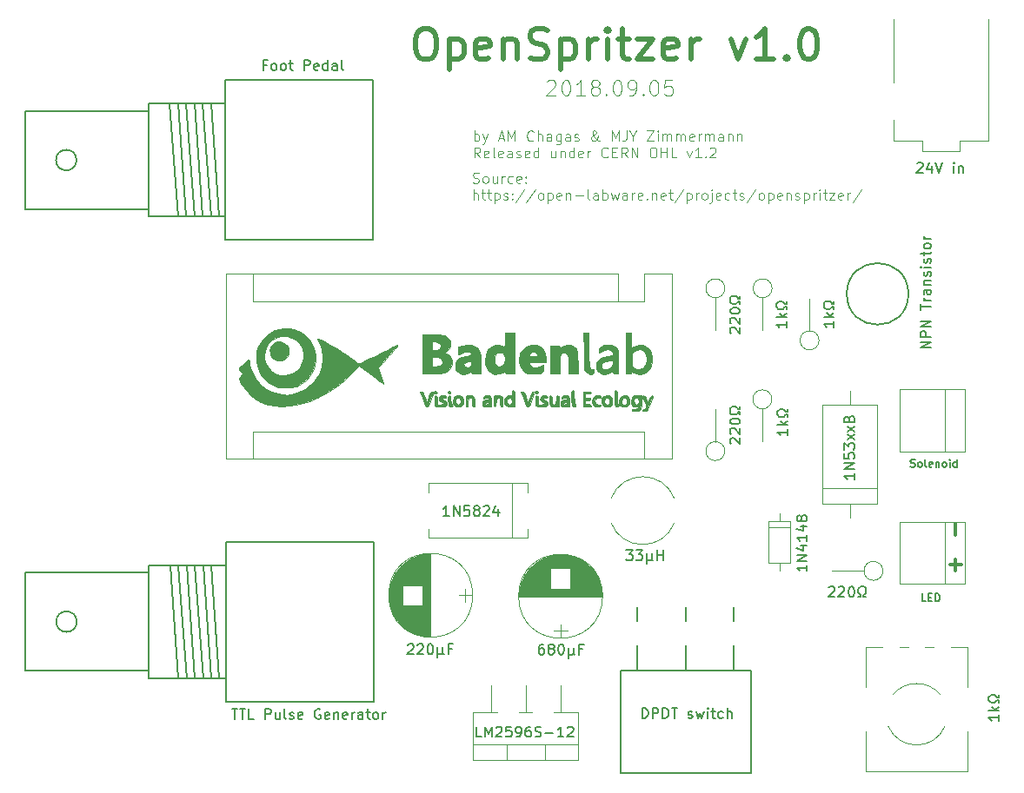
<source format=gbr>
G04 #@! TF.GenerationSoftware,KiCad,Pcbnew,(5.0.0)*
G04 #@! TF.CreationDate,2018-09-07T11:03:02+01:00*
G04 #@! TF.ProjectId,OpenSpritzer,4F70656E53707269747A65722E6B6963,rev?*
G04 #@! TF.SameCoordinates,Original*
G04 #@! TF.FileFunction,Legend,Top*
G04 #@! TF.FilePolarity,Positive*
%FSLAX46Y46*%
G04 Gerber Fmt 4.6, Leading zero omitted, Abs format (unit mm)*
G04 Created by KiCad (PCBNEW (5.0.0)) date 09/07/18 11:03:02*
%MOMM*%
%LPD*%
G01*
G04 APERTURE LIST*
%ADD10C,0.125000*%
%ADD11C,0.500000*%
%ADD12C,0.300000*%
%ADD13C,0.120000*%
%ADD14C,0.150000*%
%ADD15C,0.010000*%
G04 APERTURE END LIST*
D10*
X131491964Y-82346428D02*
X131563392Y-82275000D01*
X131706250Y-82203571D01*
X132063392Y-82203571D01*
X132206250Y-82275000D01*
X132277678Y-82346428D01*
X132349107Y-82489285D01*
X132349107Y-82632142D01*
X132277678Y-82846428D01*
X131420535Y-83703571D01*
X132349107Y-83703571D01*
X133277678Y-82203571D02*
X133420535Y-82203571D01*
X133563392Y-82275000D01*
X133634821Y-82346428D01*
X133706250Y-82489285D01*
X133777678Y-82775000D01*
X133777678Y-83132142D01*
X133706250Y-83417857D01*
X133634821Y-83560714D01*
X133563392Y-83632142D01*
X133420535Y-83703571D01*
X133277678Y-83703571D01*
X133134821Y-83632142D01*
X133063392Y-83560714D01*
X132991964Y-83417857D01*
X132920535Y-83132142D01*
X132920535Y-82775000D01*
X132991964Y-82489285D01*
X133063392Y-82346428D01*
X133134821Y-82275000D01*
X133277678Y-82203571D01*
X135206250Y-83703571D02*
X134349107Y-83703571D01*
X134777678Y-83703571D02*
X134777678Y-82203571D01*
X134634821Y-82417857D01*
X134491964Y-82560714D01*
X134349107Y-82632142D01*
X136063392Y-82846428D02*
X135920535Y-82775000D01*
X135849107Y-82703571D01*
X135777678Y-82560714D01*
X135777678Y-82489285D01*
X135849107Y-82346428D01*
X135920535Y-82275000D01*
X136063392Y-82203571D01*
X136349107Y-82203571D01*
X136491964Y-82275000D01*
X136563392Y-82346428D01*
X136634821Y-82489285D01*
X136634821Y-82560714D01*
X136563392Y-82703571D01*
X136491964Y-82775000D01*
X136349107Y-82846428D01*
X136063392Y-82846428D01*
X135920535Y-82917857D01*
X135849107Y-82989285D01*
X135777678Y-83132142D01*
X135777678Y-83417857D01*
X135849107Y-83560714D01*
X135920535Y-83632142D01*
X136063392Y-83703571D01*
X136349107Y-83703571D01*
X136491964Y-83632142D01*
X136563392Y-83560714D01*
X136634821Y-83417857D01*
X136634821Y-83132142D01*
X136563392Y-82989285D01*
X136491964Y-82917857D01*
X136349107Y-82846428D01*
X137277678Y-83560714D02*
X137349107Y-83632142D01*
X137277678Y-83703571D01*
X137206250Y-83632142D01*
X137277678Y-83560714D01*
X137277678Y-83703571D01*
X138277678Y-82203571D02*
X138420535Y-82203571D01*
X138563392Y-82275000D01*
X138634821Y-82346428D01*
X138706250Y-82489285D01*
X138777678Y-82775000D01*
X138777678Y-83132142D01*
X138706250Y-83417857D01*
X138634821Y-83560714D01*
X138563392Y-83632142D01*
X138420535Y-83703571D01*
X138277678Y-83703571D01*
X138134821Y-83632142D01*
X138063392Y-83560714D01*
X137991964Y-83417857D01*
X137920535Y-83132142D01*
X137920535Y-82775000D01*
X137991964Y-82489285D01*
X138063392Y-82346428D01*
X138134821Y-82275000D01*
X138277678Y-82203571D01*
X139491964Y-83703571D02*
X139777678Y-83703571D01*
X139920535Y-83632142D01*
X139991964Y-83560714D01*
X140134821Y-83346428D01*
X140206250Y-83060714D01*
X140206250Y-82489285D01*
X140134821Y-82346428D01*
X140063392Y-82275000D01*
X139920535Y-82203571D01*
X139634821Y-82203571D01*
X139491964Y-82275000D01*
X139420535Y-82346428D01*
X139349107Y-82489285D01*
X139349107Y-82846428D01*
X139420535Y-82989285D01*
X139491964Y-83060714D01*
X139634821Y-83132142D01*
X139920535Y-83132142D01*
X140063392Y-83060714D01*
X140134821Y-82989285D01*
X140206250Y-82846428D01*
X140849107Y-83560714D02*
X140920535Y-83632142D01*
X140849107Y-83703571D01*
X140777678Y-83632142D01*
X140849107Y-83560714D01*
X140849107Y-83703571D01*
X141849107Y-82203571D02*
X141991964Y-82203571D01*
X142134821Y-82275000D01*
X142206250Y-82346428D01*
X142277678Y-82489285D01*
X142349107Y-82775000D01*
X142349107Y-83132142D01*
X142277678Y-83417857D01*
X142206250Y-83560714D01*
X142134821Y-83632142D01*
X141991964Y-83703571D01*
X141849107Y-83703571D01*
X141706250Y-83632142D01*
X141634821Y-83560714D01*
X141563392Y-83417857D01*
X141491964Y-83132142D01*
X141491964Y-82775000D01*
X141563392Y-82489285D01*
X141634821Y-82346428D01*
X141706250Y-82275000D01*
X141849107Y-82203571D01*
X143706250Y-82203571D02*
X142991964Y-82203571D01*
X142920535Y-82917857D01*
X142991964Y-82846428D01*
X143134821Y-82775000D01*
X143491964Y-82775000D01*
X143634821Y-82846428D01*
X143706250Y-82917857D01*
X143777678Y-83060714D01*
X143777678Y-83417857D01*
X143706250Y-83560714D01*
X143634821Y-83632142D01*
X143491964Y-83703571D01*
X143134821Y-83703571D01*
X142991964Y-83632142D01*
X142920535Y-83560714D01*
X124419345Y-88139880D02*
X124419345Y-87139880D01*
X124419345Y-87520833D02*
X124514583Y-87473214D01*
X124705059Y-87473214D01*
X124800297Y-87520833D01*
X124847916Y-87568452D01*
X124895535Y-87663690D01*
X124895535Y-87949404D01*
X124847916Y-88044642D01*
X124800297Y-88092261D01*
X124705059Y-88139880D01*
X124514583Y-88139880D01*
X124419345Y-88092261D01*
X125228869Y-87473214D02*
X125466964Y-88139880D01*
X125705059Y-87473214D02*
X125466964Y-88139880D01*
X125371726Y-88377976D01*
X125324107Y-88425595D01*
X125228869Y-88473214D01*
X126800297Y-87854166D02*
X127276488Y-87854166D01*
X126705059Y-88139880D02*
X127038392Y-87139880D01*
X127371726Y-88139880D01*
X127705059Y-88139880D02*
X127705059Y-87139880D01*
X128038392Y-87854166D01*
X128371726Y-87139880D01*
X128371726Y-88139880D01*
X130181250Y-88044642D02*
X130133630Y-88092261D01*
X129990773Y-88139880D01*
X129895535Y-88139880D01*
X129752678Y-88092261D01*
X129657440Y-87997023D01*
X129609821Y-87901785D01*
X129562202Y-87711309D01*
X129562202Y-87568452D01*
X129609821Y-87377976D01*
X129657440Y-87282738D01*
X129752678Y-87187500D01*
X129895535Y-87139880D01*
X129990773Y-87139880D01*
X130133630Y-87187500D01*
X130181250Y-87235119D01*
X130609821Y-88139880D02*
X130609821Y-87139880D01*
X131038392Y-88139880D02*
X131038392Y-87616071D01*
X130990773Y-87520833D01*
X130895535Y-87473214D01*
X130752678Y-87473214D01*
X130657440Y-87520833D01*
X130609821Y-87568452D01*
X131943154Y-88139880D02*
X131943154Y-87616071D01*
X131895535Y-87520833D01*
X131800297Y-87473214D01*
X131609821Y-87473214D01*
X131514583Y-87520833D01*
X131943154Y-88092261D02*
X131847916Y-88139880D01*
X131609821Y-88139880D01*
X131514583Y-88092261D01*
X131466964Y-87997023D01*
X131466964Y-87901785D01*
X131514583Y-87806547D01*
X131609821Y-87758928D01*
X131847916Y-87758928D01*
X131943154Y-87711309D01*
X132847916Y-87473214D02*
X132847916Y-88282738D01*
X132800297Y-88377976D01*
X132752678Y-88425595D01*
X132657440Y-88473214D01*
X132514583Y-88473214D01*
X132419345Y-88425595D01*
X132847916Y-88092261D02*
X132752678Y-88139880D01*
X132562202Y-88139880D01*
X132466964Y-88092261D01*
X132419345Y-88044642D01*
X132371726Y-87949404D01*
X132371726Y-87663690D01*
X132419345Y-87568452D01*
X132466964Y-87520833D01*
X132562202Y-87473214D01*
X132752678Y-87473214D01*
X132847916Y-87520833D01*
X133752678Y-88139880D02*
X133752678Y-87616071D01*
X133705059Y-87520833D01*
X133609821Y-87473214D01*
X133419345Y-87473214D01*
X133324107Y-87520833D01*
X133752678Y-88092261D02*
X133657440Y-88139880D01*
X133419345Y-88139880D01*
X133324107Y-88092261D01*
X133276488Y-87997023D01*
X133276488Y-87901785D01*
X133324107Y-87806547D01*
X133419345Y-87758928D01*
X133657440Y-87758928D01*
X133752678Y-87711309D01*
X134181250Y-88092261D02*
X134276488Y-88139880D01*
X134466964Y-88139880D01*
X134562202Y-88092261D01*
X134609821Y-87997023D01*
X134609821Y-87949404D01*
X134562202Y-87854166D01*
X134466964Y-87806547D01*
X134324107Y-87806547D01*
X134228869Y-87758928D01*
X134181250Y-87663690D01*
X134181250Y-87616071D01*
X134228869Y-87520833D01*
X134324107Y-87473214D01*
X134466964Y-87473214D01*
X134562202Y-87520833D01*
X136609821Y-88139880D02*
X136562202Y-88139880D01*
X136466964Y-88092261D01*
X136324107Y-87949404D01*
X136086011Y-87663690D01*
X135990773Y-87520833D01*
X135943154Y-87377976D01*
X135943154Y-87282738D01*
X135990773Y-87187500D01*
X136086011Y-87139880D01*
X136133630Y-87139880D01*
X136228869Y-87187500D01*
X136276488Y-87282738D01*
X136276488Y-87330357D01*
X136228869Y-87425595D01*
X136181250Y-87473214D01*
X135895535Y-87663690D01*
X135847916Y-87711309D01*
X135800297Y-87806547D01*
X135800297Y-87949404D01*
X135847916Y-88044642D01*
X135895535Y-88092261D01*
X135990773Y-88139880D01*
X136133630Y-88139880D01*
X136228869Y-88092261D01*
X136276488Y-88044642D01*
X136419345Y-87854166D01*
X136466964Y-87711309D01*
X136466964Y-87616071D01*
X137800297Y-88139880D02*
X137800297Y-87139880D01*
X138133630Y-87854166D01*
X138466964Y-87139880D01*
X138466964Y-88139880D01*
X139228869Y-87139880D02*
X139228869Y-87854166D01*
X139181250Y-87997023D01*
X139086011Y-88092261D01*
X138943154Y-88139880D01*
X138847916Y-88139880D01*
X139895535Y-87663690D02*
X139895535Y-88139880D01*
X139562202Y-87139880D02*
X139895535Y-87663690D01*
X140228869Y-87139880D01*
X141228869Y-87139880D02*
X141895535Y-87139880D01*
X141228869Y-88139880D01*
X141895535Y-88139880D01*
X142276488Y-88139880D02*
X142276488Y-87473214D01*
X142276488Y-87139880D02*
X142228869Y-87187500D01*
X142276488Y-87235119D01*
X142324107Y-87187500D01*
X142276488Y-87139880D01*
X142276488Y-87235119D01*
X142752678Y-88139880D02*
X142752678Y-87473214D01*
X142752678Y-87568452D02*
X142800297Y-87520833D01*
X142895535Y-87473214D01*
X143038392Y-87473214D01*
X143133630Y-87520833D01*
X143181250Y-87616071D01*
X143181250Y-88139880D01*
X143181250Y-87616071D02*
X143228869Y-87520833D01*
X143324107Y-87473214D01*
X143466964Y-87473214D01*
X143562202Y-87520833D01*
X143609821Y-87616071D01*
X143609821Y-88139880D01*
X144086011Y-88139880D02*
X144086011Y-87473214D01*
X144086011Y-87568452D02*
X144133630Y-87520833D01*
X144228869Y-87473214D01*
X144371726Y-87473214D01*
X144466964Y-87520833D01*
X144514583Y-87616071D01*
X144514583Y-88139880D01*
X144514583Y-87616071D02*
X144562202Y-87520833D01*
X144657440Y-87473214D01*
X144800297Y-87473214D01*
X144895535Y-87520833D01*
X144943154Y-87616071D01*
X144943154Y-88139880D01*
X145800297Y-88092261D02*
X145705059Y-88139880D01*
X145514583Y-88139880D01*
X145419345Y-88092261D01*
X145371726Y-87997023D01*
X145371726Y-87616071D01*
X145419345Y-87520833D01*
X145514583Y-87473214D01*
X145705059Y-87473214D01*
X145800297Y-87520833D01*
X145847916Y-87616071D01*
X145847916Y-87711309D01*
X145371726Y-87806547D01*
X146276488Y-88139880D02*
X146276488Y-87473214D01*
X146276488Y-87663690D02*
X146324107Y-87568452D01*
X146371726Y-87520833D01*
X146466964Y-87473214D01*
X146562202Y-87473214D01*
X146895535Y-88139880D02*
X146895535Y-87473214D01*
X146895535Y-87568452D02*
X146943154Y-87520833D01*
X147038392Y-87473214D01*
X147181250Y-87473214D01*
X147276488Y-87520833D01*
X147324107Y-87616071D01*
X147324107Y-88139880D01*
X147324107Y-87616071D02*
X147371726Y-87520833D01*
X147466964Y-87473214D01*
X147609821Y-87473214D01*
X147705059Y-87520833D01*
X147752678Y-87616071D01*
X147752678Y-88139880D01*
X148657440Y-88139880D02*
X148657440Y-87616071D01*
X148609821Y-87520833D01*
X148514583Y-87473214D01*
X148324107Y-87473214D01*
X148228869Y-87520833D01*
X148657440Y-88092261D02*
X148562202Y-88139880D01*
X148324107Y-88139880D01*
X148228869Y-88092261D01*
X148181250Y-87997023D01*
X148181250Y-87901785D01*
X148228869Y-87806547D01*
X148324107Y-87758928D01*
X148562202Y-87758928D01*
X148657440Y-87711309D01*
X149133630Y-87473214D02*
X149133630Y-88139880D01*
X149133630Y-87568452D02*
X149181250Y-87520833D01*
X149276488Y-87473214D01*
X149419345Y-87473214D01*
X149514583Y-87520833D01*
X149562202Y-87616071D01*
X149562202Y-88139880D01*
X150038392Y-87473214D02*
X150038392Y-88139880D01*
X150038392Y-87568452D02*
X150086011Y-87520833D01*
X150181250Y-87473214D01*
X150324107Y-87473214D01*
X150419345Y-87520833D01*
X150466964Y-87616071D01*
X150466964Y-88139880D01*
X124990773Y-89764880D02*
X124657440Y-89288690D01*
X124419345Y-89764880D02*
X124419345Y-88764880D01*
X124800297Y-88764880D01*
X124895535Y-88812500D01*
X124943154Y-88860119D01*
X124990773Y-88955357D01*
X124990773Y-89098214D01*
X124943154Y-89193452D01*
X124895535Y-89241071D01*
X124800297Y-89288690D01*
X124419345Y-89288690D01*
X125800297Y-89717261D02*
X125705059Y-89764880D01*
X125514583Y-89764880D01*
X125419345Y-89717261D01*
X125371726Y-89622023D01*
X125371726Y-89241071D01*
X125419345Y-89145833D01*
X125514583Y-89098214D01*
X125705059Y-89098214D01*
X125800297Y-89145833D01*
X125847916Y-89241071D01*
X125847916Y-89336309D01*
X125371726Y-89431547D01*
X126419345Y-89764880D02*
X126324107Y-89717261D01*
X126276488Y-89622023D01*
X126276488Y-88764880D01*
X127181250Y-89717261D02*
X127086011Y-89764880D01*
X126895535Y-89764880D01*
X126800297Y-89717261D01*
X126752678Y-89622023D01*
X126752678Y-89241071D01*
X126800297Y-89145833D01*
X126895535Y-89098214D01*
X127086011Y-89098214D01*
X127181250Y-89145833D01*
X127228869Y-89241071D01*
X127228869Y-89336309D01*
X126752678Y-89431547D01*
X128086011Y-89764880D02*
X128086011Y-89241071D01*
X128038392Y-89145833D01*
X127943154Y-89098214D01*
X127752678Y-89098214D01*
X127657440Y-89145833D01*
X128086011Y-89717261D02*
X127990773Y-89764880D01*
X127752678Y-89764880D01*
X127657440Y-89717261D01*
X127609821Y-89622023D01*
X127609821Y-89526785D01*
X127657440Y-89431547D01*
X127752678Y-89383928D01*
X127990773Y-89383928D01*
X128086011Y-89336309D01*
X128514583Y-89717261D02*
X128609821Y-89764880D01*
X128800297Y-89764880D01*
X128895535Y-89717261D01*
X128943154Y-89622023D01*
X128943154Y-89574404D01*
X128895535Y-89479166D01*
X128800297Y-89431547D01*
X128657440Y-89431547D01*
X128562202Y-89383928D01*
X128514583Y-89288690D01*
X128514583Y-89241071D01*
X128562202Y-89145833D01*
X128657440Y-89098214D01*
X128800297Y-89098214D01*
X128895535Y-89145833D01*
X129752678Y-89717261D02*
X129657440Y-89764880D01*
X129466964Y-89764880D01*
X129371726Y-89717261D01*
X129324107Y-89622023D01*
X129324107Y-89241071D01*
X129371726Y-89145833D01*
X129466964Y-89098214D01*
X129657440Y-89098214D01*
X129752678Y-89145833D01*
X129800297Y-89241071D01*
X129800297Y-89336309D01*
X129324107Y-89431547D01*
X130657440Y-89764880D02*
X130657440Y-88764880D01*
X130657440Y-89717261D02*
X130562202Y-89764880D01*
X130371726Y-89764880D01*
X130276488Y-89717261D01*
X130228869Y-89669642D01*
X130181250Y-89574404D01*
X130181250Y-89288690D01*
X130228869Y-89193452D01*
X130276488Y-89145833D01*
X130371726Y-89098214D01*
X130562202Y-89098214D01*
X130657440Y-89145833D01*
X132324107Y-89098214D02*
X132324107Y-89764880D01*
X131895535Y-89098214D02*
X131895535Y-89622023D01*
X131943154Y-89717261D01*
X132038392Y-89764880D01*
X132181250Y-89764880D01*
X132276488Y-89717261D01*
X132324107Y-89669642D01*
X132800297Y-89098214D02*
X132800297Y-89764880D01*
X132800297Y-89193452D02*
X132847916Y-89145833D01*
X132943154Y-89098214D01*
X133086011Y-89098214D01*
X133181250Y-89145833D01*
X133228869Y-89241071D01*
X133228869Y-89764880D01*
X134133630Y-89764880D02*
X134133630Y-88764880D01*
X134133630Y-89717261D02*
X134038392Y-89764880D01*
X133847916Y-89764880D01*
X133752678Y-89717261D01*
X133705059Y-89669642D01*
X133657440Y-89574404D01*
X133657440Y-89288690D01*
X133705059Y-89193452D01*
X133752678Y-89145833D01*
X133847916Y-89098214D01*
X134038392Y-89098214D01*
X134133630Y-89145833D01*
X134990773Y-89717261D02*
X134895535Y-89764880D01*
X134705059Y-89764880D01*
X134609821Y-89717261D01*
X134562202Y-89622023D01*
X134562202Y-89241071D01*
X134609821Y-89145833D01*
X134705059Y-89098214D01*
X134895535Y-89098214D01*
X134990773Y-89145833D01*
X135038392Y-89241071D01*
X135038392Y-89336309D01*
X134562202Y-89431547D01*
X135466964Y-89764880D02*
X135466964Y-89098214D01*
X135466964Y-89288690D02*
X135514583Y-89193452D01*
X135562202Y-89145833D01*
X135657440Y-89098214D01*
X135752678Y-89098214D01*
X137419345Y-89669642D02*
X137371726Y-89717261D01*
X137228869Y-89764880D01*
X137133630Y-89764880D01*
X136990773Y-89717261D01*
X136895535Y-89622023D01*
X136847916Y-89526785D01*
X136800297Y-89336309D01*
X136800297Y-89193452D01*
X136847916Y-89002976D01*
X136895535Y-88907738D01*
X136990773Y-88812500D01*
X137133630Y-88764880D01*
X137228869Y-88764880D01*
X137371726Y-88812500D01*
X137419345Y-88860119D01*
X137847916Y-89241071D02*
X138181250Y-89241071D01*
X138324107Y-89764880D02*
X137847916Y-89764880D01*
X137847916Y-88764880D01*
X138324107Y-88764880D01*
X139324107Y-89764880D02*
X138990773Y-89288690D01*
X138752678Y-89764880D02*
X138752678Y-88764880D01*
X139133630Y-88764880D01*
X139228869Y-88812500D01*
X139276488Y-88860119D01*
X139324107Y-88955357D01*
X139324107Y-89098214D01*
X139276488Y-89193452D01*
X139228869Y-89241071D01*
X139133630Y-89288690D01*
X138752678Y-89288690D01*
X139752678Y-89764880D02*
X139752678Y-88764880D01*
X140324107Y-89764880D01*
X140324107Y-88764880D01*
X141752678Y-88764880D02*
X141943154Y-88764880D01*
X142038392Y-88812500D01*
X142133630Y-88907738D01*
X142181250Y-89098214D01*
X142181250Y-89431547D01*
X142133630Y-89622023D01*
X142038392Y-89717261D01*
X141943154Y-89764880D01*
X141752678Y-89764880D01*
X141657440Y-89717261D01*
X141562202Y-89622023D01*
X141514583Y-89431547D01*
X141514583Y-89098214D01*
X141562202Y-88907738D01*
X141657440Y-88812500D01*
X141752678Y-88764880D01*
X142609821Y-89764880D02*
X142609821Y-88764880D01*
X142609821Y-89241071D02*
X143181250Y-89241071D01*
X143181250Y-89764880D02*
X143181250Y-88764880D01*
X144133630Y-89764880D02*
X143657440Y-89764880D01*
X143657440Y-88764880D01*
X145133630Y-89098214D02*
X145371726Y-89764880D01*
X145609821Y-89098214D01*
X146514583Y-89764880D02*
X145943154Y-89764880D01*
X146228869Y-89764880D02*
X146228869Y-88764880D01*
X146133630Y-88907738D01*
X146038392Y-89002976D01*
X145943154Y-89050595D01*
X146943154Y-89669642D02*
X146990773Y-89717261D01*
X146943154Y-89764880D01*
X146895535Y-89717261D01*
X146943154Y-89669642D01*
X146943154Y-89764880D01*
X147371726Y-88860119D02*
X147419345Y-88812500D01*
X147514583Y-88764880D01*
X147752678Y-88764880D01*
X147847916Y-88812500D01*
X147895535Y-88860119D01*
X147943154Y-88955357D01*
X147943154Y-89050595D01*
X147895535Y-89193452D01*
X147324107Y-89764880D01*
X147943154Y-89764880D01*
X124296726Y-92192261D02*
X124439583Y-92239880D01*
X124677678Y-92239880D01*
X124772916Y-92192261D01*
X124820535Y-92144642D01*
X124868154Y-92049404D01*
X124868154Y-91954166D01*
X124820535Y-91858928D01*
X124772916Y-91811309D01*
X124677678Y-91763690D01*
X124487202Y-91716071D01*
X124391964Y-91668452D01*
X124344345Y-91620833D01*
X124296726Y-91525595D01*
X124296726Y-91430357D01*
X124344345Y-91335119D01*
X124391964Y-91287500D01*
X124487202Y-91239880D01*
X124725297Y-91239880D01*
X124868154Y-91287500D01*
X125439583Y-92239880D02*
X125344345Y-92192261D01*
X125296726Y-92144642D01*
X125249107Y-92049404D01*
X125249107Y-91763690D01*
X125296726Y-91668452D01*
X125344345Y-91620833D01*
X125439583Y-91573214D01*
X125582440Y-91573214D01*
X125677678Y-91620833D01*
X125725297Y-91668452D01*
X125772916Y-91763690D01*
X125772916Y-92049404D01*
X125725297Y-92144642D01*
X125677678Y-92192261D01*
X125582440Y-92239880D01*
X125439583Y-92239880D01*
X126630059Y-91573214D02*
X126630059Y-92239880D01*
X126201488Y-91573214D02*
X126201488Y-92097023D01*
X126249107Y-92192261D01*
X126344345Y-92239880D01*
X126487202Y-92239880D01*
X126582440Y-92192261D01*
X126630059Y-92144642D01*
X127106250Y-92239880D02*
X127106250Y-91573214D01*
X127106250Y-91763690D02*
X127153869Y-91668452D01*
X127201488Y-91620833D01*
X127296726Y-91573214D01*
X127391964Y-91573214D01*
X128153869Y-92192261D02*
X128058630Y-92239880D01*
X127868154Y-92239880D01*
X127772916Y-92192261D01*
X127725297Y-92144642D01*
X127677678Y-92049404D01*
X127677678Y-91763690D01*
X127725297Y-91668452D01*
X127772916Y-91620833D01*
X127868154Y-91573214D01*
X128058630Y-91573214D01*
X128153869Y-91620833D01*
X128963392Y-92192261D02*
X128868154Y-92239880D01*
X128677678Y-92239880D01*
X128582440Y-92192261D01*
X128534821Y-92097023D01*
X128534821Y-91716071D01*
X128582440Y-91620833D01*
X128677678Y-91573214D01*
X128868154Y-91573214D01*
X128963392Y-91620833D01*
X129011011Y-91716071D01*
X129011011Y-91811309D01*
X128534821Y-91906547D01*
X129439583Y-92144642D02*
X129487202Y-92192261D01*
X129439583Y-92239880D01*
X129391964Y-92192261D01*
X129439583Y-92144642D01*
X129439583Y-92239880D01*
X129439583Y-91620833D02*
X129487202Y-91668452D01*
X129439583Y-91716071D01*
X129391964Y-91668452D01*
X129439583Y-91620833D01*
X129439583Y-91716071D01*
X124344345Y-93864880D02*
X124344345Y-92864880D01*
X124772916Y-93864880D02*
X124772916Y-93341071D01*
X124725297Y-93245833D01*
X124630059Y-93198214D01*
X124487202Y-93198214D01*
X124391964Y-93245833D01*
X124344345Y-93293452D01*
X125106250Y-93198214D02*
X125487202Y-93198214D01*
X125249107Y-92864880D02*
X125249107Y-93722023D01*
X125296726Y-93817261D01*
X125391964Y-93864880D01*
X125487202Y-93864880D01*
X125677678Y-93198214D02*
X126058630Y-93198214D01*
X125820535Y-92864880D02*
X125820535Y-93722023D01*
X125868154Y-93817261D01*
X125963392Y-93864880D01*
X126058630Y-93864880D01*
X126391964Y-93198214D02*
X126391964Y-94198214D01*
X126391964Y-93245833D02*
X126487202Y-93198214D01*
X126677678Y-93198214D01*
X126772916Y-93245833D01*
X126820535Y-93293452D01*
X126868154Y-93388690D01*
X126868154Y-93674404D01*
X126820535Y-93769642D01*
X126772916Y-93817261D01*
X126677678Y-93864880D01*
X126487202Y-93864880D01*
X126391964Y-93817261D01*
X127249107Y-93817261D02*
X127344345Y-93864880D01*
X127534821Y-93864880D01*
X127630059Y-93817261D01*
X127677678Y-93722023D01*
X127677678Y-93674404D01*
X127630059Y-93579166D01*
X127534821Y-93531547D01*
X127391964Y-93531547D01*
X127296726Y-93483928D01*
X127249107Y-93388690D01*
X127249107Y-93341071D01*
X127296726Y-93245833D01*
X127391964Y-93198214D01*
X127534821Y-93198214D01*
X127630059Y-93245833D01*
X128106250Y-93769642D02*
X128153869Y-93817261D01*
X128106250Y-93864880D01*
X128058630Y-93817261D01*
X128106250Y-93769642D01*
X128106250Y-93864880D01*
X128106250Y-93245833D02*
X128153869Y-93293452D01*
X128106250Y-93341071D01*
X128058630Y-93293452D01*
X128106250Y-93245833D01*
X128106250Y-93341071D01*
X129296726Y-92817261D02*
X128439583Y-94102976D01*
X130344345Y-92817261D02*
X129487202Y-94102976D01*
X130820535Y-93864880D02*
X130725297Y-93817261D01*
X130677678Y-93769642D01*
X130630059Y-93674404D01*
X130630059Y-93388690D01*
X130677678Y-93293452D01*
X130725297Y-93245833D01*
X130820535Y-93198214D01*
X130963392Y-93198214D01*
X131058630Y-93245833D01*
X131106250Y-93293452D01*
X131153869Y-93388690D01*
X131153869Y-93674404D01*
X131106250Y-93769642D01*
X131058630Y-93817261D01*
X130963392Y-93864880D01*
X130820535Y-93864880D01*
X131582440Y-93198214D02*
X131582440Y-94198214D01*
X131582440Y-93245833D02*
X131677678Y-93198214D01*
X131868154Y-93198214D01*
X131963392Y-93245833D01*
X132011011Y-93293452D01*
X132058630Y-93388690D01*
X132058630Y-93674404D01*
X132011011Y-93769642D01*
X131963392Y-93817261D01*
X131868154Y-93864880D01*
X131677678Y-93864880D01*
X131582440Y-93817261D01*
X132868154Y-93817261D02*
X132772916Y-93864880D01*
X132582440Y-93864880D01*
X132487202Y-93817261D01*
X132439583Y-93722023D01*
X132439583Y-93341071D01*
X132487202Y-93245833D01*
X132582440Y-93198214D01*
X132772916Y-93198214D01*
X132868154Y-93245833D01*
X132915773Y-93341071D01*
X132915773Y-93436309D01*
X132439583Y-93531547D01*
X133344345Y-93198214D02*
X133344345Y-93864880D01*
X133344345Y-93293452D02*
X133391964Y-93245833D01*
X133487202Y-93198214D01*
X133630059Y-93198214D01*
X133725297Y-93245833D01*
X133772916Y-93341071D01*
X133772916Y-93864880D01*
X134249107Y-93483928D02*
X135011011Y-93483928D01*
X135630059Y-93864880D02*
X135534821Y-93817261D01*
X135487202Y-93722023D01*
X135487202Y-92864880D01*
X136439583Y-93864880D02*
X136439583Y-93341071D01*
X136391964Y-93245833D01*
X136296726Y-93198214D01*
X136106250Y-93198214D01*
X136011011Y-93245833D01*
X136439583Y-93817261D02*
X136344345Y-93864880D01*
X136106250Y-93864880D01*
X136011011Y-93817261D01*
X135963392Y-93722023D01*
X135963392Y-93626785D01*
X136011011Y-93531547D01*
X136106250Y-93483928D01*
X136344345Y-93483928D01*
X136439583Y-93436309D01*
X136915773Y-93864880D02*
X136915773Y-92864880D01*
X136915773Y-93245833D02*
X137011011Y-93198214D01*
X137201488Y-93198214D01*
X137296726Y-93245833D01*
X137344345Y-93293452D01*
X137391964Y-93388690D01*
X137391964Y-93674404D01*
X137344345Y-93769642D01*
X137296726Y-93817261D01*
X137201488Y-93864880D01*
X137011011Y-93864880D01*
X136915773Y-93817261D01*
X137725297Y-93198214D02*
X137915773Y-93864880D01*
X138106250Y-93388690D01*
X138296726Y-93864880D01*
X138487202Y-93198214D01*
X139296726Y-93864880D02*
X139296726Y-93341071D01*
X139249107Y-93245833D01*
X139153869Y-93198214D01*
X138963392Y-93198214D01*
X138868154Y-93245833D01*
X139296726Y-93817261D02*
X139201488Y-93864880D01*
X138963392Y-93864880D01*
X138868154Y-93817261D01*
X138820535Y-93722023D01*
X138820535Y-93626785D01*
X138868154Y-93531547D01*
X138963392Y-93483928D01*
X139201488Y-93483928D01*
X139296726Y-93436309D01*
X139772916Y-93864880D02*
X139772916Y-93198214D01*
X139772916Y-93388690D02*
X139820535Y-93293452D01*
X139868154Y-93245833D01*
X139963392Y-93198214D01*
X140058630Y-93198214D01*
X140772916Y-93817261D02*
X140677678Y-93864880D01*
X140487202Y-93864880D01*
X140391964Y-93817261D01*
X140344345Y-93722023D01*
X140344345Y-93341071D01*
X140391964Y-93245833D01*
X140487202Y-93198214D01*
X140677678Y-93198214D01*
X140772916Y-93245833D01*
X140820535Y-93341071D01*
X140820535Y-93436309D01*
X140344345Y-93531547D01*
X141249107Y-93769642D02*
X141296726Y-93817261D01*
X141249107Y-93864880D01*
X141201488Y-93817261D01*
X141249107Y-93769642D01*
X141249107Y-93864880D01*
X141725297Y-93198214D02*
X141725297Y-93864880D01*
X141725297Y-93293452D02*
X141772916Y-93245833D01*
X141868154Y-93198214D01*
X142011011Y-93198214D01*
X142106250Y-93245833D01*
X142153869Y-93341071D01*
X142153869Y-93864880D01*
X143011011Y-93817261D02*
X142915773Y-93864880D01*
X142725297Y-93864880D01*
X142630059Y-93817261D01*
X142582440Y-93722023D01*
X142582440Y-93341071D01*
X142630059Y-93245833D01*
X142725297Y-93198214D01*
X142915773Y-93198214D01*
X143011011Y-93245833D01*
X143058630Y-93341071D01*
X143058630Y-93436309D01*
X142582440Y-93531547D01*
X143344345Y-93198214D02*
X143725297Y-93198214D01*
X143487202Y-92864880D02*
X143487202Y-93722023D01*
X143534821Y-93817261D01*
X143630059Y-93864880D01*
X143725297Y-93864880D01*
X144772916Y-92817261D02*
X143915773Y-94102976D01*
X145106250Y-93198214D02*
X145106250Y-94198214D01*
X145106250Y-93245833D02*
X145201488Y-93198214D01*
X145391964Y-93198214D01*
X145487202Y-93245833D01*
X145534821Y-93293452D01*
X145582440Y-93388690D01*
X145582440Y-93674404D01*
X145534821Y-93769642D01*
X145487202Y-93817261D01*
X145391964Y-93864880D01*
X145201488Y-93864880D01*
X145106250Y-93817261D01*
X146011011Y-93864880D02*
X146011011Y-93198214D01*
X146011011Y-93388690D02*
X146058630Y-93293452D01*
X146106250Y-93245833D01*
X146201488Y-93198214D01*
X146296726Y-93198214D01*
X146772916Y-93864880D02*
X146677678Y-93817261D01*
X146630059Y-93769642D01*
X146582440Y-93674404D01*
X146582440Y-93388690D01*
X146630059Y-93293452D01*
X146677678Y-93245833D01*
X146772916Y-93198214D01*
X146915773Y-93198214D01*
X147011011Y-93245833D01*
X147058630Y-93293452D01*
X147106250Y-93388690D01*
X147106250Y-93674404D01*
X147058630Y-93769642D01*
X147011011Y-93817261D01*
X146915773Y-93864880D01*
X146772916Y-93864880D01*
X147534821Y-93198214D02*
X147534821Y-94055357D01*
X147487202Y-94150595D01*
X147391964Y-94198214D01*
X147344345Y-94198214D01*
X147534821Y-92864880D02*
X147487202Y-92912500D01*
X147534821Y-92960119D01*
X147582440Y-92912500D01*
X147534821Y-92864880D01*
X147534821Y-92960119D01*
X148391964Y-93817261D02*
X148296726Y-93864880D01*
X148106250Y-93864880D01*
X148011011Y-93817261D01*
X147963392Y-93722023D01*
X147963392Y-93341071D01*
X148011011Y-93245833D01*
X148106250Y-93198214D01*
X148296726Y-93198214D01*
X148391964Y-93245833D01*
X148439583Y-93341071D01*
X148439583Y-93436309D01*
X147963392Y-93531547D01*
X149296726Y-93817261D02*
X149201488Y-93864880D01*
X149011011Y-93864880D01*
X148915773Y-93817261D01*
X148868154Y-93769642D01*
X148820535Y-93674404D01*
X148820535Y-93388690D01*
X148868154Y-93293452D01*
X148915773Y-93245833D01*
X149011011Y-93198214D01*
X149201488Y-93198214D01*
X149296726Y-93245833D01*
X149582440Y-93198214D02*
X149963392Y-93198214D01*
X149725297Y-92864880D02*
X149725297Y-93722023D01*
X149772916Y-93817261D01*
X149868154Y-93864880D01*
X149963392Y-93864880D01*
X150249107Y-93817261D02*
X150344345Y-93864880D01*
X150534821Y-93864880D01*
X150630059Y-93817261D01*
X150677678Y-93722023D01*
X150677678Y-93674404D01*
X150630059Y-93579166D01*
X150534821Y-93531547D01*
X150391964Y-93531547D01*
X150296726Y-93483928D01*
X150249107Y-93388690D01*
X150249107Y-93341071D01*
X150296726Y-93245833D01*
X150391964Y-93198214D01*
X150534821Y-93198214D01*
X150630059Y-93245833D01*
X151820535Y-92817261D02*
X150963392Y-94102976D01*
X152296726Y-93864880D02*
X152201488Y-93817261D01*
X152153869Y-93769642D01*
X152106250Y-93674404D01*
X152106250Y-93388690D01*
X152153869Y-93293452D01*
X152201488Y-93245833D01*
X152296726Y-93198214D01*
X152439583Y-93198214D01*
X152534821Y-93245833D01*
X152582440Y-93293452D01*
X152630059Y-93388690D01*
X152630059Y-93674404D01*
X152582440Y-93769642D01*
X152534821Y-93817261D01*
X152439583Y-93864880D01*
X152296726Y-93864880D01*
X153058630Y-93198214D02*
X153058630Y-94198214D01*
X153058630Y-93245833D02*
X153153869Y-93198214D01*
X153344345Y-93198214D01*
X153439583Y-93245833D01*
X153487202Y-93293452D01*
X153534821Y-93388690D01*
X153534821Y-93674404D01*
X153487202Y-93769642D01*
X153439583Y-93817261D01*
X153344345Y-93864880D01*
X153153869Y-93864880D01*
X153058630Y-93817261D01*
X154344345Y-93817261D02*
X154249107Y-93864880D01*
X154058630Y-93864880D01*
X153963392Y-93817261D01*
X153915773Y-93722023D01*
X153915773Y-93341071D01*
X153963392Y-93245833D01*
X154058630Y-93198214D01*
X154249107Y-93198214D01*
X154344345Y-93245833D01*
X154391964Y-93341071D01*
X154391964Y-93436309D01*
X153915773Y-93531547D01*
X154820535Y-93198214D02*
X154820535Y-93864880D01*
X154820535Y-93293452D02*
X154868154Y-93245833D01*
X154963392Y-93198214D01*
X155106250Y-93198214D01*
X155201488Y-93245833D01*
X155249107Y-93341071D01*
X155249107Y-93864880D01*
X155677678Y-93817261D02*
X155772916Y-93864880D01*
X155963392Y-93864880D01*
X156058630Y-93817261D01*
X156106250Y-93722023D01*
X156106250Y-93674404D01*
X156058630Y-93579166D01*
X155963392Y-93531547D01*
X155820535Y-93531547D01*
X155725297Y-93483928D01*
X155677678Y-93388690D01*
X155677678Y-93341071D01*
X155725297Y-93245833D01*
X155820535Y-93198214D01*
X155963392Y-93198214D01*
X156058630Y-93245833D01*
X156534821Y-93198214D02*
X156534821Y-94198214D01*
X156534821Y-93245833D02*
X156630059Y-93198214D01*
X156820535Y-93198214D01*
X156915773Y-93245833D01*
X156963392Y-93293452D01*
X157011011Y-93388690D01*
X157011011Y-93674404D01*
X156963392Y-93769642D01*
X156915773Y-93817261D01*
X156820535Y-93864880D01*
X156630059Y-93864880D01*
X156534821Y-93817261D01*
X157439583Y-93864880D02*
X157439583Y-93198214D01*
X157439583Y-93388690D02*
X157487202Y-93293452D01*
X157534821Y-93245833D01*
X157630059Y-93198214D01*
X157725297Y-93198214D01*
X158058630Y-93864880D02*
X158058630Y-93198214D01*
X158058630Y-92864880D02*
X158011011Y-92912500D01*
X158058630Y-92960119D01*
X158106250Y-92912500D01*
X158058630Y-92864880D01*
X158058630Y-92960119D01*
X158391964Y-93198214D02*
X158772916Y-93198214D01*
X158534821Y-92864880D02*
X158534821Y-93722023D01*
X158582440Y-93817261D01*
X158677678Y-93864880D01*
X158772916Y-93864880D01*
X159011011Y-93198214D02*
X159534821Y-93198214D01*
X159011011Y-93864880D01*
X159534821Y-93864880D01*
X160296726Y-93817261D02*
X160201488Y-93864880D01*
X160011011Y-93864880D01*
X159915773Y-93817261D01*
X159868154Y-93722023D01*
X159868154Y-93341071D01*
X159915773Y-93245833D01*
X160011011Y-93198214D01*
X160201488Y-93198214D01*
X160296726Y-93245833D01*
X160344345Y-93341071D01*
X160344345Y-93436309D01*
X159868154Y-93531547D01*
X160772916Y-93864880D02*
X160772916Y-93198214D01*
X160772916Y-93388690D02*
X160820535Y-93293452D01*
X160868154Y-93245833D01*
X160963392Y-93198214D01*
X161058630Y-93198214D01*
X162106250Y-92817261D02*
X161249107Y-94102976D01*
D11*
X119417857Y-77182142D02*
X119989285Y-77182142D01*
X120275000Y-77325000D01*
X120560714Y-77610714D01*
X120703571Y-78182142D01*
X120703571Y-79182142D01*
X120560714Y-79753571D01*
X120275000Y-80039285D01*
X119989285Y-80182142D01*
X119417857Y-80182142D01*
X119132142Y-80039285D01*
X118846428Y-79753571D01*
X118703571Y-79182142D01*
X118703571Y-78182142D01*
X118846428Y-77610714D01*
X119132142Y-77325000D01*
X119417857Y-77182142D01*
X121989285Y-78182142D02*
X121989285Y-81182142D01*
X121989285Y-78325000D02*
X122275000Y-78182142D01*
X122846428Y-78182142D01*
X123132142Y-78325000D01*
X123275000Y-78467857D01*
X123417857Y-78753571D01*
X123417857Y-79610714D01*
X123275000Y-79896428D01*
X123132142Y-80039285D01*
X122846428Y-80182142D01*
X122275000Y-80182142D01*
X121989285Y-80039285D01*
X125846428Y-80039285D02*
X125560714Y-80182142D01*
X124989285Y-80182142D01*
X124703571Y-80039285D01*
X124560714Y-79753571D01*
X124560714Y-78610714D01*
X124703571Y-78325000D01*
X124989285Y-78182142D01*
X125560714Y-78182142D01*
X125846428Y-78325000D01*
X125989285Y-78610714D01*
X125989285Y-78896428D01*
X124560714Y-79182142D01*
X127275000Y-78182142D02*
X127275000Y-80182142D01*
X127275000Y-78467857D02*
X127417857Y-78325000D01*
X127703571Y-78182142D01*
X128132142Y-78182142D01*
X128417857Y-78325000D01*
X128560714Y-78610714D01*
X128560714Y-80182142D01*
X129846428Y-80039285D02*
X130275000Y-80182142D01*
X130989285Y-80182142D01*
X131275000Y-80039285D01*
X131417857Y-79896428D01*
X131560714Y-79610714D01*
X131560714Y-79325000D01*
X131417857Y-79039285D01*
X131275000Y-78896428D01*
X130989285Y-78753571D01*
X130417857Y-78610714D01*
X130132142Y-78467857D01*
X129989285Y-78325000D01*
X129846428Y-78039285D01*
X129846428Y-77753571D01*
X129989285Y-77467857D01*
X130132142Y-77325000D01*
X130417857Y-77182142D01*
X131132142Y-77182142D01*
X131560714Y-77325000D01*
X132846428Y-78182142D02*
X132846428Y-81182142D01*
X132846428Y-78325000D02*
X133132142Y-78182142D01*
X133703571Y-78182142D01*
X133989285Y-78325000D01*
X134132142Y-78467857D01*
X134275000Y-78753571D01*
X134275000Y-79610714D01*
X134132142Y-79896428D01*
X133989285Y-80039285D01*
X133703571Y-80182142D01*
X133132142Y-80182142D01*
X132846428Y-80039285D01*
X135560714Y-80182142D02*
X135560714Y-78182142D01*
X135560714Y-78753571D02*
X135703571Y-78467857D01*
X135846428Y-78325000D01*
X136132142Y-78182142D01*
X136417857Y-78182142D01*
X137417857Y-80182142D02*
X137417857Y-78182142D01*
X137417857Y-77182142D02*
X137275000Y-77325000D01*
X137417857Y-77467857D01*
X137560714Y-77325000D01*
X137417857Y-77182142D01*
X137417857Y-77467857D01*
X138417857Y-78182142D02*
X139560714Y-78182142D01*
X138846428Y-77182142D02*
X138846428Y-79753571D01*
X138989285Y-80039285D01*
X139275000Y-80182142D01*
X139560714Y-80182142D01*
X140275000Y-78182142D02*
X141846428Y-78182142D01*
X140275000Y-80182142D01*
X141846428Y-80182142D01*
X144132142Y-80039285D02*
X143846428Y-80182142D01*
X143275000Y-80182142D01*
X142989285Y-80039285D01*
X142846428Y-79753571D01*
X142846428Y-78610714D01*
X142989285Y-78325000D01*
X143275000Y-78182142D01*
X143846428Y-78182142D01*
X144132142Y-78325000D01*
X144275000Y-78610714D01*
X144275000Y-78896428D01*
X142846428Y-79182142D01*
X145560714Y-80182142D02*
X145560714Y-78182142D01*
X145560714Y-78753571D02*
X145703571Y-78467857D01*
X145846428Y-78325000D01*
X146132142Y-78182142D01*
X146417857Y-78182142D01*
X149417857Y-78182142D02*
X150132142Y-80182142D01*
X150846428Y-78182142D01*
X153560714Y-80182142D02*
X151846428Y-80182142D01*
X152703571Y-80182142D02*
X152703571Y-77182142D01*
X152417857Y-77610714D01*
X152132142Y-77896428D01*
X151846428Y-78039285D01*
X154846428Y-79896428D02*
X154989285Y-80039285D01*
X154846428Y-80182142D01*
X154703571Y-80039285D01*
X154846428Y-79896428D01*
X154846428Y-80182142D01*
X156846428Y-77182142D02*
X157132142Y-77182142D01*
X157417857Y-77325000D01*
X157560714Y-77467857D01*
X157703571Y-77753571D01*
X157846428Y-78325000D01*
X157846428Y-79039285D01*
X157703571Y-79610714D01*
X157560714Y-79896428D01*
X157417857Y-80039285D01*
X157132142Y-80182142D01*
X156846428Y-80182142D01*
X156560714Y-80039285D01*
X156417857Y-79896428D01*
X156275000Y-79610714D01*
X156132142Y-79039285D01*
X156132142Y-78325000D01*
X156275000Y-77753571D01*
X156417857Y-77467857D01*
X156560714Y-77325000D01*
X156846428Y-77182142D01*
D12*
X170728571Y-129457142D02*
X171871428Y-129457142D01*
X171300000Y-130028571D02*
X171300000Y-128885714D01*
X171282142Y-125428571D02*
X171282142Y-126571428D01*
D13*
G04 #@! TO.C,*
X147900000Y-103420000D02*
X147900000Y-106580000D01*
X148820000Y-102500000D02*
G75*
G03X148820000Y-102500000I-920000J0D01*
G01*
X152500000Y-103420000D02*
X152500000Y-106580000D01*
X153420000Y-102500000D02*
G75*
G03X153420000Y-102500000I-920000J0D01*
G01*
X157075000Y-106655000D02*
X157075000Y-103495000D01*
X157995000Y-107575000D02*
G75*
G03X157995000Y-107575000I-920000J0D01*
G01*
X152475000Y-114245000D02*
X152475000Y-117405000D01*
X153395000Y-113325000D02*
G75*
G03X153395000Y-113325000I-920000J0D01*
G01*
X147900000Y-117455000D02*
X147900000Y-114295000D01*
X148820000Y-118375000D02*
G75*
G03X148820000Y-118375000I-920000J0D01*
G01*
X123525000Y-133075000D02*
X123525000Y-131775000D01*
X124125000Y-132425000D02*
X122925000Y-132425000D01*
X116094000Y-132671000D02*
X116094000Y-132179000D01*
X116134000Y-133023000D02*
X116134000Y-131827000D01*
X116174000Y-133239000D02*
X116174000Y-131611000D01*
X116214000Y-133408000D02*
X116214000Y-131442000D01*
X116254000Y-133552000D02*
X116254000Y-131298000D01*
X116294000Y-133679000D02*
X116294000Y-131171000D01*
X116334000Y-133794000D02*
X116334000Y-131056000D01*
X116374000Y-133898000D02*
X116374000Y-130952000D01*
X116414000Y-133995000D02*
X116414000Y-130855000D01*
X116454000Y-134085000D02*
X116454000Y-130765000D01*
X116494000Y-134170000D02*
X116494000Y-130680000D01*
X116534000Y-134251000D02*
X116534000Y-130599000D01*
X116574000Y-134327000D02*
X116574000Y-130523000D01*
X116614000Y-134399000D02*
X116614000Y-130451000D01*
X116654000Y-134468000D02*
X116654000Y-130382000D01*
X116694000Y-134534000D02*
X116694000Y-130316000D01*
X116734000Y-134598000D02*
X116734000Y-130252000D01*
X116774000Y-134659000D02*
X116774000Y-130191000D01*
X116814000Y-134718000D02*
X116814000Y-130132000D01*
X116854000Y-134774000D02*
X116854000Y-130076000D01*
X116894000Y-134829000D02*
X116894000Y-130021000D01*
X116934000Y-134882000D02*
X116934000Y-129968000D01*
X116974000Y-134933000D02*
X116974000Y-129917000D01*
X117014000Y-134982000D02*
X117014000Y-129868000D01*
X117054000Y-135030000D02*
X117054000Y-129820000D01*
X117094000Y-135077000D02*
X117094000Y-129773000D01*
X117134000Y-135122000D02*
X117134000Y-129728000D01*
X117174000Y-135165000D02*
X117174000Y-129685000D01*
X117214000Y-135208000D02*
X117214000Y-129642000D01*
X117254000Y-135249000D02*
X117254000Y-129601000D01*
X117294000Y-135290000D02*
X117294000Y-129560000D01*
X117334000Y-135329000D02*
X117334000Y-129521000D01*
X117374000Y-135367000D02*
X117374000Y-129483000D01*
X117414000Y-135404000D02*
X117414000Y-129446000D01*
X117454000Y-131445000D02*
X117454000Y-129410000D01*
X117454000Y-135440000D02*
X117454000Y-133405000D01*
X117494000Y-131445000D02*
X117494000Y-129375000D01*
X117494000Y-135475000D02*
X117494000Y-133405000D01*
X117534000Y-131445000D02*
X117534000Y-129341000D01*
X117534000Y-135509000D02*
X117534000Y-133405000D01*
X117574000Y-131445000D02*
X117574000Y-129307000D01*
X117574000Y-135543000D02*
X117574000Y-133405000D01*
X117614000Y-131445000D02*
X117614000Y-129275000D01*
X117614000Y-135575000D02*
X117614000Y-133405000D01*
X117654000Y-131445000D02*
X117654000Y-129243000D01*
X117654000Y-135607000D02*
X117654000Y-133405000D01*
X117694000Y-131445000D02*
X117694000Y-129212000D01*
X117694000Y-135638000D02*
X117694000Y-133405000D01*
X117734000Y-131445000D02*
X117734000Y-129182000D01*
X117734000Y-135668000D02*
X117734000Y-133405000D01*
X117774000Y-131445000D02*
X117774000Y-129153000D01*
X117774000Y-135697000D02*
X117774000Y-133405000D01*
X117814000Y-131445000D02*
X117814000Y-129124000D01*
X117814000Y-135726000D02*
X117814000Y-133405000D01*
X117854000Y-131445000D02*
X117854000Y-129096000D01*
X117854000Y-135754000D02*
X117854000Y-133405000D01*
X117894000Y-131445000D02*
X117894000Y-129069000D01*
X117894000Y-135781000D02*
X117894000Y-133405000D01*
X117934000Y-131445000D02*
X117934000Y-129042000D01*
X117934000Y-135808000D02*
X117934000Y-133405000D01*
X117974000Y-131445000D02*
X117974000Y-129017000D01*
X117974000Y-135833000D02*
X117974000Y-133405000D01*
X118014000Y-131445000D02*
X118014000Y-128991000D01*
X118014000Y-135859000D02*
X118014000Y-133405000D01*
X118054000Y-131445000D02*
X118054000Y-128967000D01*
X118054000Y-135883000D02*
X118054000Y-133405000D01*
X118094000Y-131445000D02*
X118094000Y-128943000D01*
X118094000Y-135907000D02*
X118094000Y-133405000D01*
X118134000Y-131445000D02*
X118134000Y-128920000D01*
X118134000Y-135930000D02*
X118134000Y-133405000D01*
X118174000Y-131445000D02*
X118174000Y-128897000D01*
X118174000Y-135953000D02*
X118174000Y-133405000D01*
X118214000Y-131445000D02*
X118214000Y-128875000D01*
X118214000Y-135975000D02*
X118214000Y-133405000D01*
X118254000Y-131445000D02*
X118254000Y-128853000D01*
X118254000Y-135997000D02*
X118254000Y-133405000D01*
X118294000Y-131445000D02*
X118294000Y-128832000D01*
X118294000Y-136018000D02*
X118294000Y-133405000D01*
X118334000Y-131445000D02*
X118334000Y-128812000D01*
X118334000Y-136038000D02*
X118334000Y-133405000D01*
X118374000Y-131445000D02*
X118374000Y-128792000D01*
X118374000Y-136058000D02*
X118374000Y-133405000D01*
X118414000Y-131445000D02*
X118414000Y-128773000D01*
X118414000Y-136077000D02*
X118414000Y-133405000D01*
X118454000Y-131445000D02*
X118454000Y-128754000D01*
X118454000Y-136096000D02*
X118454000Y-133405000D01*
X118494000Y-131445000D02*
X118494000Y-128735000D01*
X118494000Y-136115000D02*
X118494000Y-133405000D01*
X118534000Y-131445000D02*
X118534000Y-128718000D01*
X118534000Y-136132000D02*
X118534000Y-133405000D01*
X118574000Y-131445000D02*
X118574000Y-128700000D01*
X118574000Y-136150000D02*
X118574000Y-133405000D01*
X118614000Y-131445000D02*
X118614000Y-128684000D01*
X118614000Y-136166000D02*
X118614000Y-133405000D01*
X118654000Y-131445000D02*
X118654000Y-128667000D01*
X118654000Y-136183000D02*
X118654000Y-133405000D01*
X118694000Y-131445000D02*
X118694000Y-128652000D01*
X118694000Y-136198000D02*
X118694000Y-133405000D01*
X118734000Y-131445000D02*
X118734000Y-128636000D01*
X118734000Y-136214000D02*
X118734000Y-133405000D01*
X118774000Y-131445000D02*
X118774000Y-128622000D01*
X118774000Y-136228000D02*
X118774000Y-133405000D01*
X118814000Y-131445000D02*
X118814000Y-128607000D01*
X118814000Y-136243000D02*
X118814000Y-133405000D01*
X118854000Y-131445000D02*
X118854000Y-128593000D01*
X118854000Y-136257000D02*
X118854000Y-133405000D01*
X118894000Y-131445000D02*
X118894000Y-128580000D01*
X118894000Y-136270000D02*
X118894000Y-133405000D01*
X118934000Y-131445000D02*
X118934000Y-128567000D01*
X118934000Y-136283000D02*
X118934000Y-133405000D01*
X118974000Y-131445000D02*
X118974000Y-128555000D01*
X118974000Y-136295000D02*
X118974000Y-133405000D01*
X119014000Y-131445000D02*
X119014000Y-128542000D01*
X119014000Y-136308000D02*
X119014000Y-133405000D01*
X119054000Y-131445000D02*
X119054000Y-128531000D01*
X119054000Y-136319000D02*
X119054000Y-133405000D01*
X119094000Y-131445000D02*
X119094000Y-128520000D01*
X119094000Y-136330000D02*
X119094000Y-133405000D01*
X119134000Y-131445000D02*
X119134000Y-128509000D01*
X119134000Y-136341000D02*
X119134000Y-133405000D01*
X119174000Y-131445000D02*
X119174000Y-128499000D01*
X119174000Y-136351000D02*
X119174000Y-133405000D01*
X119214000Y-131445000D02*
X119214000Y-128489000D01*
X119214000Y-136361000D02*
X119214000Y-133405000D01*
X119254000Y-131445000D02*
X119254000Y-128479000D01*
X119254000Y-136371000D02*
X119254000Y-133405000D01*
X119294000Y-131445000D02*
X119294000Y-128470000D01*
X119294000Y-136380000D02*
X119294000Y-133405000D01*
X119334000Y-131445000D02*
X119334000Y-128462000D01*
X119334000Y-136388000D02*
X119334000Y-133405000D01*
X119374000Y-131445000D02*
X119374000Y-128454000D01*
X119374000Y-136396000D02*
X119374000Y-133405000D01*
X119414000Y-136404000D02*
X119414000Y-128446000D01*
X119454000Y-136412000D02*
X119454000Y-128438000D01*
X119495000Y-136419000D02*
X119495000Y-128431000D01*
X119535000Y-136425000D02*
X119535000Y-128425000D01*
X119575000Y-136431000D02*
X119575000Y-128419000D01*
X119615000Y-136437000D02*
X119615000Y-128413000D01*
X119655000Y-136442000D02*
X119655000Y-128408000D01*
X119695000Y-136447000D02*
X119695000Y-128403000D01*
X119735000Y-136452000D02*
X119735000Y-128398000D01*
X119775000Y-136456000D02*
X119775000Y-128394000D01*
X119815000Y-136460000D02*
X119815000Y-128390000D01*
X119855000Y-136463000D02*
X119855000Y-128387000D01*
X119895000Y-136466000D02*
X119895000Y-128384000D01*
X119935000Y-136468000D02*
X119935000Y-128382000D01*
X119975000Y-136471000D02*
X119975000Y-128379000D01*
X120015000Y-136472000D02*
X120015000Y-128378000D01*
X120055000Y-136474000D02*
X120055000Y-128376000D01*
X120095000Y-136475000D02*
X120095000Y-128375000D01*
X120135000Y-136475000D02*
X120135000Y-128375000D01*
X120175000Y-136475000D02*
X120175000Y-128375000D01*
X124265000Y-132425000D02*
G75*
G03X124265000Y-132425000I-4090000J0D01*
G01*
X162380000Y-130050000D02*
X159220000Y-130050000D01*
X164220000Y-130050000D02*
G75*
G03X164220000Y-130050000I-920000J0D01*
G01*
D14*
X138650000Y-149785000D02*
X151350000Y-149785000D01*
X151350000Y-139785000D02*
X151350000Y-149785000D01*
X138650000Y-139785000D02*
X151350000Y-139785000D01*
X138650000Y-139785000D02*
X138650000Y-149785000D01*
X145000000Y-137350000D02*
X145000000Y-139785000D01*
X149700000Y-137350000D02*
X149700000Y-139785000D01*
X140300000Y-137350000D02*
X140300000Y-139785000D01*
X145000000Y-133550000D02*
X145000000Y-134950000D01*
X149700000Y-133550000D02*
X149700000Y-134950000D01*
X140300000Y-133550000D02*
X140300000Y-134950000D01*
D13*
X170270000Y-131335000D02*
X170270000Y-125255000D01*
X165830000Y-131335000D02*
X165830000Y-125255000D01*
X172170000Y-125255000D02*
X172170000Y-131335000D01*
X172170000Y-125255000D02*
X165830000Y-125255000D01*
X172170000Y-131335000D02*
X165830000Y-131335000D01*
X174475000Y-88110000D02*
X171685000Y-88110000D01*
X174465000Y-76300000D02*
X174475000Y-88110000D01*
X165275000Y-88100000D02*
X165275000Y-86050000D01*
X168065000Y-88110000D02*
X165275000Y-88110000D01*
X165275000Y-82450000D02*
X165275000Y-76300000D01*
X171685000Y-88110000D02*
X171685000Y-89170000D01*
X168065000Y-89170000D02*
X171685000Y-89170000D01*
X168065000Y-88110000D02*
X168065000Y-89170000D01*
X172170000Y-118435000D02*
X165830000Y-118435000D01*
X172170000Y-112355000D02*
X165830000Y-112355000D01*
X172170000Y-112355000D02*
X172170000Y-118435000D01*
X165830000Y-118435000D02*
X165830000Y-112355000D01*
X170270000Y-118435000D02*
X170270000Y-112355000D01*
D14*
X95574160Y-95499100D02*
X94774060Y-84500900D01*
X96374260Y-95499100D02*
X95574160Y-84500900D01*
X97174360Y-95499100D02*
X96374260Y-84500900D01*
X97974460Y-95499100D02*
X97174360Y-84500900D01*
X98774560Y-95499100D02*
X97974460Y-84500900D01*
X99574660Y-95499100D02*
X98774560Y-84500900D01*
X85675780Y-90000000D02*
G75*
G03X85675780Y-90000000I-1000760J0D01*
G01*
X92676020Y-85199400D02*
X80674520Y-85199400D01*
X80674520Y-85199400D02*
X80674520Y-94800600D01*
X80674520Y-94800600D02*
X92676020Y-94800600D01*
X100174100Y-84500900D02*
X92676020Y-84500900D01*
X92676020Y-84500900D02*
X92676020Y-95499100D01*
X92676020Y-95499100D02*
X100174100Y-95499100D01*
X114575900Y-97800340D02*
X114575900Y-82199660D01*
X114575900Y-82199660D02*
X100174100Y-82199660D01*
X100174100Y-82199660D02*
X100174100Y-97800340D01*
X100174100Y-97800340D02*
X114575900Y-97800340D01*
X166700000Y-103050000D02*
G75*
G03X166700000Y-103050000I-3000000J0D01*
G01*
D13*
X170262432Y-145196982D02*
G75*
G02X164738000Y-145198000I-2762432J1171982D01*
G01*
X165202247Y-142096705D02*
G75*
G02X169798000Y-142097000I2297753J-1928295D01*
G01*
X172461000Y-137465000D02*
X172461000Y-141331000D01*
X172461000Y-145720000D02*
X172461000Y-149585000D01*
X162540000Y-137465000D02*
X162540000Y-141331000D01*
X162540000Y-145720000D02*
X162540000Y-149585000D01*
X172461000Y-137465000D02*
X170825000Y-137465000D01*
X169175000Y-137465000D02*
X168325000Y-137465000D01*
X166675000Y-137465000D02*
X165825000Y-137465000D01*
X164175000Y-137465000D02*
X162540000Y-137465000D01*
X172461000Y-149585000D02*
X162540000Y-149585000D01*
X138430000Y-103770000D02*
X140970000Y-103770000D01*
X140970000Y-103770000D02*
X140970000Y-101100000D01*
X138430000Y-101100000D02*
X100200000Y-101100000D01*
X143640000Y-101100000D02*
X140970000Y-101100000D01*
X140970000Y-116470000D02*
X140970000Y-119140000D01*
X140970000Y-116470000D02*
X102870000Y-116470000D01*
X102870000Y-116470000D02*
X102870000Y-119140000D01*
X138430000Y-103770000D02*
X138430000Y-101100000D01*
X138430000Y-103770000D02*
X102870000Y-103770000D01*
X102870000Y-103770000D02*
X102870000Y-101100000D01*
X100200000Y-101100000D02*
X100200000Y-119140000D01*
X100200000Y-119140000D02*
X143640000Y-119140000D01*
X143640000Y-119140000D02*
X143640000Y-101100000D01*
X155210000Y-125175000D02*
X153090000Y-125175000D01*
X153090000Y-125175000D02*
X153090000Y-129295000D01*
X153090000Y-129295000D02*
X155210000Y-129295000D01*
X155210000Y-129295000D02*
X155210000Y-125175000D01*
X154150000Y-124405000D02*
X154150000Y-125175000D01*
X154150000Y-130065000D02*
X154150000Y-129295000D01*
X155210000Y-125835000D02*
X153090000Y-125835000D01*
X158335000Y-123505000D02*
X163665000Y-123505000D01*
X163665000Y-123505000D02*
X163665000Y-113855000D01*
X163665000Y-113855000D02*
X158335000Y-113855000D01*
X158335000Y-113855000D02*
X158335000Y-123505000D01*
X161000000Y-124820000D02*
X161000000Y-123505000D01*
X161000000Y-112540000D02*
X161000000Y-113855000D01*
X158335000Y-122015500D02*
X163665000Y-122015500D01*
X136915000Y-132525000D02*
G75*
G03X136915000Y-132525000I-4090000J0D01*
G01*
X128775000Y-132525000D02*
X136875000Y-132525000D01*
X128775000Y-132485000D02*
X136875000Y-132485000D01*
X128775000Y-132445000D02*
X136875000Y-132445000D01*
X128776000Y-132405000D02*
X136874000Y-132405000D01*
X128778000Y-132365000D02*
X136872000Y-132365000D01*
X128779000Y-132325000D02*
X136871000Y-132325000D01*
X128782000Y-132285000D02*
X136868000Y-132285000D01*
X128784000Y-132245000D02*
X136866000Y-132245000D01*
X128787000Y-132205000D02*
X136863000Y-132205000D01*
X128790000Y-132165000D02*
X136860000Y-132165000D01*
X128794000Y-132125000D02*
X136856000Y-132125000D01*
X128798000Y-132085000D02*
X136852000Y-132085000D01*
X128803000Y-132045000D02*
X136847000Y-132045000D01*
X128808000Y-132005000D02*
X136842000Y-132005000D01*
X128813000Y-131965000D02*
X136837000Y-131965000D01*
X128819000Y-131925000D02*
X136831000Y-131925000D01*
X128825000Y-131885000D02*
X136825000Y-131885000D01*
X128831000Y-131845000D02*
X136819000Y-131845000D01*
X128838000Y-131804000D02*
X136812000Y-131804000D01*
X128846000Y-131764000D02*
X136804000Y-131764000D01*
X128854000Y-131724000D02*
X131845000Y-131724000D01*
X133805000Y-131724000D02*
X136796000Y-131724000D01*
X128862000Y-131684000D02*
X131845000Y-131684000D01*
X133805000Y-131684000D02*
X136788000Y-131684000D01*
X128870000Y-131644000D02*
X131845000Y-131644000D01*
X133805000Y-131644000D02*
X136780000Y-131644000D01*
X128879000Y-131604000D02*
X131845000Y-131604000D01*
X133805000Y-131604000D02*
X136771000Y-131604000D01*
X128889000Y-131564000D02*
X131845000Y-131564000D01*
X133805000Y-131564000D02*
X136761000Y-131564000D01*
X128899000Y-131524000D02*
X131845000Y-131524000D01*
X133805000Y-131524000D02*
X136751000Y-131524000D01*
X128909000Y-131484000D02*
X131845000Y-131484000D01*
X133805000Y-131484000D02*
X136741000Y-131484000D01*
X128920000Y-131444000D02*
X131845000Y-131444000D01*
X133805000Y-131444000D02*
X136730000Y-131444000D01*
X128931000Y-131404000D02*
X131845000Y-131404000D01*
X133805000Y-131404000D02*
X136719000Y-131404000D01*
X128942000Y-131364000D02*
X131845000Y-131364000D01*
X133805000Y-131364000D02*
X136708000Y-131364000D01*
X128955000Y-131324000D02*
X131845000Y-131324000D01*
X133805000Y-131324000D02*
X136695000Y-131324000D01*
X128967000Y-131284000D02*
X131845000Y-131284000D01*
X133805000Y-131284000D02*
X136683000Y-131284000D01*
X128980000Y-131244000D02*
X131845000Y-131244000D01*
X133805000Y-131244000D02*
X136670000Y-131244000D01*
X128993000Y-131204000D02*
X131845000Y-131204000D01*
X133805000Y-131204000D02*
X136657000Y-131204000D01*
X129007000Y-131164000D02*
X131845000Y-131164000D01*
X133805000Y-131164000D02*
X136643000Y-131164000D01*
X129022000Y-131124000D02*
X131845000Y-131124000D01*
X133805000Y-131124000D02*
X136628000Y-131124000D01*
X129036000Y-131084000D02*
X131845000Y-131084000D01*
X133805000Y-131084000D02*
X136614000Y-131084000D01*
X129052000Y-131044000D02*
X131845000Y-131044000D01*
X133805000Y-131044000D02*
X136598000Y-131044000D01*
X129067000Y-131004000D02*
X131845000Y-131004000D01*
X133805000Y-131004000D02*
X136583000Y-131004000D01*
X129084000Y-130964000D02*
X131845000Y-130964000D01*
X133805000Y-130964000D02*
X136566000Y-130964000D01*
X129100000Y-130924000D02*
X131845000Y-130924000D01*
X133805000Y-130924000D02*
X136550000Y-130924000D01*
X129118000Y-130884000D02*
X131845000Y-130884000D01*
X133805000Y-130884000D02*
X136532000Y-130884000D01*
X129135000Y-130844000D02*
X131845000Y-130844000D01*
X133805000Y-130844000D02*
X136515000Y-130844000D01*
X129154000Y-130804000D02*
X131845000Y-130804000D01*
X133805000Y-130804000D02*
X136496000Y-130804000D01*
X129173000Y-130764000D02*
X131845000Y-130764000D01*
X133805000Y-130764000D02*
X136477000Y-130764000D01*
X129192000Y-130724000D02*
X131845000Y-130724000D01*
X133805000Y-130724000D02*
X136458000Y-130724000D01*
X129212000Y-130684000D02*
X131845000Y-130684000D01*
X133805000Y-130684000D02*
X136438000Y-130684000D01*
X129232000Y-130644000D02*
X131845000Y-130644000D01*
X133805000Y-130644000D02*
X136418000Y-130644000D01*
X129253000Y-130604000D02*
X131845000Y-130604000D01*
X133805000Y-130604000D02*
X136397000Y-130604000D01*
X129275000Y-130564000D02*
X131845000Y-130564000D01*
X133805000Y-130564000D02*
X136375000Y-130564000D01*
X129297000Y-130524000D02*
X131845000Y-130524000D01*
X133805000Y-130524000D02*
X136353000Y-130524000D01*
X129320000Y-130484000D02*
X131845000Y-130484000D01*
X133805000Y-130484000D02*
X136330000Y-130484000D01*
X129343000Y-130444000D02*
X131845000Y-130444000D01*
X133805000Y-130444000D02*
X136307000Y-130444000D01*
X129367000Y-130404000D02*
X131845000Y-130404000D01*
X133805000Y-130404000D02*
X136283000Y-130404000D01*
X129391000Y-130364000D02*
X131845000Y-130364000D01*
X133805000Y-130364000D02*
X136259000Y-130364000D01*
X129417000Y-130324000D02*
X131845000Y-130324000D01*
X133805000Y-130324000D02*
X136233000Y-130324000D01*
X129442000Y-130284000D02*
X131845000Y-130284000D01*
X133805000Y-130284000D02*
X136208000Y-130284000D01*
X129469000Y-130244000D02*
X131845000Y-130244000D01*
X133805000Y-130244000D02*
X136181000Y-130244000D01*
X129496000Y-130204000D02*
X131845000Y-130204000D01*
X133805000Y-130204000D02*
X136154000Y-130204000D01*
X129524000Y-130164000D02*
X131845000Y-130164000D01*
X133805000Y-130164000D02*
X136126000Y-130164000D01*
X129553000Y-130124000D02*
X131845000Y-130124000D01*
X133805000Y-130124000D02*
X136097000Y-130124000D01*
X129582000Y-130084000D02*
X131845000Y-130084000D01*
X133805000Y-130084000D02*
X136068000Y-130084000D01*
X129612000Y-130044000D02*
X131845000Y-130044000D01*
X133805000Y-130044000D02*
X136038000Y-130044000D01*
X129643000Y-130004000D02*
X131845000Y-130004000D01*
X133805000Y-130004000D02*
X136007000Y-130004000D01*
X129675000Y-129964000D02*
X131845000Y-129964000D01*
X133805000Y-129964000D02*
X135975000Y-129964000D01*
X129707000Y-129924000D02*
X131845000Y-129924000D01*
X133805000Y-129924000D02*
X135943000Y-129924000D01*
X129741000Y-129884000D02*
X131845000Y-129884000D01*
X133805000Y-129884000D02*
X135909000Y-129884000D01*
X129775000Y-129844000D02*
X131845000Y-129844000D01*
X133805000Y-129844000D02*
X135875000Y-129844000D01*
X129810000Y-129804000D02*
X131845000Y-129804000D01*
X133805000Y-129804000D02*
X135840000Y-129804000D01*
X129846000Y-129764000D02*
X135804000Y-129764000D01*
X129883000Y-129724000D02*
X135767000Y-129724000D01*
X129921000Y-129684000D02*
X135729000Y-129684000D01*
X129960000Y-129644000D02*
X135690000Y-129644000D01*
X130001000Y-129604000D02*
X135649000Y-129604000D01*
X130042000Y-129564000D02*
X135608000Y-129564000D01*
X130085000Y-129524000D02*
X135565000Y-129524000D01*
X130128000Y-129484000D02*
X135522000Y-129484000D01*
X130173000Y-129444000D02*
X135477000Y-129444000D01*
X130220000Y-129404000D02*
X135430000Y-129404000D01*
X130268000Y-129364000D02*
X135382000Y-129364000D01*
X130317000Y-129324000D02*
X135333000Y-129324000D01*
X130368000Y-129284000D02*
X135282000Y-129284000D01*
X130421000Y-129244000D02*
X135229000Y-129244000D01*
X130476000Y-129204000D02*
X135174000Y-129204000D01*
X130532000Y-129164000D02*
X135118000Y-129164000D01*
X130591000Y-129124000D02*
X135059000Y-129124000D01*
X130652000Y-129084000D02*
X134998000Y-129084000D01*
X130716000Y-129044000D02*
X134934000Y-129044000D01*
X130782000Y-129004000D02*
X134868000Y-129004000D01*
X130851000Y-128964000D02*
X134799000Y-128964000D01*
X130923000Y-128924000D02*
X134727000Y-128924000D01*
X130999000Y-128884000D02*
X134651000Y-128884000D01*
X131080000Y-128844000D02*
X134570000Y-128844000D01*
X131165000Y-128804000D02*
X134485000Y-128804000D01*
X131255000Y-128764000D02*
X134395000Y-128764000D01*
X131352000Y-128724000D02*
X134298000Y-128724000D01*
X131456000Y-128684000D02*
X134194000Y-128684000D01*
X131571000Y-128644000D02*
X134079000Y-128644000D01*
X131698000Y-128604000D02*
X133952000Y-128604000D01*
X131842000Y-128564000D02*
X133808000Y-128564000D01*
X132011000Y-128524000D02*
X133639000Y-128524000D01*
X132227000Y-128484000D02*
X133423000Y-128484000D01*
X132579000Y-128444000D02*
X133071000Y-128444000D01*
X132825000Y-136475000D02*
X132825000Y-135275000D01*
X132175000Y-135875000D02*
X133475000Y-135875000D01*
X129585000Y-125930000D02*
X129585000Y-126810000D01*
X129585000Y-126810000D02*
X119965000Y-126810000D01*
X119965000Y-126810000D02*
X119965000Y-125930000D01*
X129585000Y-122370000D02*
X129585000Y-121490000D01*
X129585000Y-121490000D02*
X119965000Y-121490000D01*
X119965000Y-121490000D02*
X119965000Y-122370000D01*
X128100000Y-126810000D02*
X128100000Y-121490000D01*
X137734971Y-125354924D02*
G75*
G03X143915000Y-125355000I3090029J1179924D01*
G01*
X137734971Y-122995076D02*
G75*
G02X143915000Y-122995000I3090029J-1179924D01*
G01*
X134546000Y-148445000D02*
X124305000Y-148445000D01*
X134546000Y-143804000D02*
X132190000Y-143804000D01*
X130060000Y-143804000D02*
X128790000Y-143804000D01*
X126660000Y-143804000D02*
X124305000Y-143804000D01*
X134546000Y-148445000D02*
X134546000Y-143804000D01*
X124305000Y-148445000D02*
X124305000Y-143804000D01*
X134546000Y-146936000D02*
X124305000Y-146936000D01*
X131275000Y-148445000D02*
X131275000Y-146936000D01*
X127575000Y-148445000D02*
X127575000Y-146936000D01*
X132825000Y-143804000D02*
X132825000Y-141174000D01*
X129425000Y-143804000D02*
X129425000Y-141190000D01*
X126025000Y-143804000D02*
X126025000Y-141190000D01*
D15*
G36*
X105752773Y-107742885D02*
X106012998Y-107888069D01*
X106206409Y-108102056D01*
X106327020Y-108362114D01*
X106368843Y-108645512D01*
X106325890Y-108929518D01*
X106192175Y-109191399D01*
X105961711Y-109408425D01*
X105895250Y-109449123D01*
X105597067Y-109569034D01*
X105310664Y-109574319D01*
X105004181Y-109467144D01*
X104740529Y-109278764D01*
X104578703Y-109020858D01*
X104513685Y-108684663D01*
X104511857Y-108607137D01*
X104565495Y-108259488D01*
X104718956Y-107984698D01*
X104961057Y-107793926D01*
X105280616Y-107698330D01*
X105431721Y-107689237D01*
X105752773Y-107742885D01*
X105752773Y-107742885D01*
G37*
X105752773Y-107742885D02*
X106012998Y-107888069D01*
X106206409Y-108102056D01*
X106327020Y-108362114D01*
X106368843Y-108645512D01*
X106325890Y-108929518D01*
X106192175Y-109191399D01*
X105961711Y-109408425D01*
X105895250Y-109449123D01*
X105597067Y-109569034D01*
X105310664Y-109574319D01*
X105004181Y-109467144D01*
X104740529Y-109278764D01*
X104578703Y-109020858D01*
X104513685Y-108684663D01*
X104511857Y-108607137D01*
X104565495Y-108259488D01*
X104718956Y-107984698D01*
X104961057Y-107793926D01*
X105280616Y-107698330D01*
X105431721Y-107689237D01*
X105752773Y-107742885D01*
G36*
X133797860Y-108037482D02*
X134087683Y-108161346D01*
X134324184Y-108383969D01*
X134355674Y-108429080D01*
X134398874Y-108512077D01*
X134431051Y-108623822D01*
X134454354Y-108784457D01*
X134470928Y-109014128D01*
X134482922Y-109332978D01*
X134491370Y-109702111D01*
X134512490Y-110800500D01*
X133613000Y-110800500D01*
X133613000Y-110016225D01*
X133607667Y-109694396D01*
X133593158Y-109402367D01*
X133571707Y-109172842D01*
X133546339Y-109040728D01*
X133429309Y-108851303D01*
X133259711Y-108759079D01*
X133065638Y-108777795D01*
X133035950Y-108791122D01*
X132917122Y-108869911D01*
X132832048Y-108982602D01*
X132775532Y-109149240D01*
X132742378Y-109389868D01*
X132727388Y-109724529D01*
X132724936Y-109990875D01*
X132724000Y-110800500D01*
X131835000Y-110800500D01*
X131835000Y-108070000D01*
X132279500Y-108070000D01*
X132511629Y-108072041D01*
X132644467Y-108085224D01*
X132705723Y-108120134D01*
X132723103Y-108187356D01*
X132724000Y-108239818D01*
X132724000Y-108409637D01*
X132866875Y-108283687D01*
X133161614Y-108096129D01*
X133480556Y-108014902D01*
X133797860Y-108037482D01*
X133797860Y-108037482D01*
G37*
X133797860Y-108037482D02*
X134087683Y-108161346D01*
X134324184Y-108383969D01*
X134355674Y-108429080D01*
X134398874Y-108512077D01*
X134431051Y-108623822D01*
X134454354Y-108784457D01*
X134470928Y-109014128D01*
X134482922Y-109332978D01*
X134491370Y-109702111D01*
X134512490Y-110800500D01*
X133613000Y-110800500D01*
X133613000Y-110016225D01*
X133607667Y-109694396D01*
X133593158Y-109402367D01*
X133571707Y-109172842D01*
X133546339Y-109040728D01*
X133429309Y-108851303D01*
X133259711Y-108759079D01*
X133065638Y-108777795D01*
X133035950Y-108791122D01*
X132917122Y-108869911D01*
X132832048Y-108982602D01*
X132775532Y-109149240D01*
X132742378Y-109389868D01*
X132727388Y-109724529D01*
X132724936Y-109990875D01*
X132724000Y-110800500D01*
X131835000Y-110800500D01*
X131835000Y-108070000D01*
X132279500Y-108070000D01*
X132511629Y-108072041D01*
X132644467Y-108085224D01*
X132705723Y-108120134D01*
X132723103Y-108187356D01*
X132724000Y-108239818D01*
X132724000Y-108409637D01*
X132866875Y-108283687D01*
X133161614Y-108096129D01*
X133480556Y-108014902D01*
X133797860Y-108037482D01*
G36*
X120389125Y-107000561D02*
X120773099Y-107010884D01*
X121054277Y-107023413D01*
X121256853Y-107041573D01*
X121405024Y-107068786D01*
X121522987Y-107108478D01*
X121634939Y-107164072D01*
X121665350Y-107181156D01*
X121925232Y-107378982D01*
X122072576Y-107621115D01*
X122119496Y-107927540D01*
X122119500Y-107930456D01*
X122069236Y-108193434D01*
X121937515Y-108445541D01*
X121752938Y-108637905D01*
X121678965Y-108683167D01*
X121527992Y-108758435D01*
X121744371Y-108849953D01*
X122010943Y-109023044D01*
X122188499Y-109263403D01*
X122276425Y-109547116D01*
X122274107Y-109850268D01*
X122180928Y-110148944D01*
X121996276Y-110419230D01*
X121789204Y-110594395D01*
X121688020Y-110658425D01*
X121592567Y-110704965D01*
X121480380Y-110737316D01*
X121328992Y-110758778D01*
X121115937Y-110772649D01*
X120818748Y-110782230D01*
X120457475Y-110789977D01*
X119389000Y-110811204D01*
X119389000Y-109213000D01*
X120341500Y-109213000D01*
X120341500Y-110102000D01*
X120690750Y-110102000D01*
X120931228Y-110087366D01*
X121087718Y-110036284D01*
X121167000Y-109975000D01*
X121287281Y-109787137D01*
X121295732Y-109598096D01*
X121205778Y-109427678D01*
X121030843Y-109295686D01*
X120784351Y-109221924D01*
X120650436Y-109213000D01*
X120341500Y-109213000D01*
X119389000Y-109213000D01*
X119389000Y-107689000D01*
X120341500Y-107689000D01*
X120341500Y-108514500D01*
X120622641Y-108514500D01*
X120823780Y-108497719D01*
X120955665Y-108432506D01*
X121035391Y-108347186D01*
X121144103Y-108171626D01*
X121146479Y-108027808D01*
X121040557Y-107875126D01*
X121011136Y-107844863D01*
X120836289Y-107725591D01*
X120609232Y-107689047D01*
X120598386Y-107689000D01*
X120341500Y-107689000D01*
X119389000Y-107689000D01*
X119389000Y-106977193D01*
X120389125Y-107000561D01*
X120389125Y-107000561D01*
G37*
X120389125Y-107000561D02*
X120773099Y-107010884D01*
X121054277Y-107023413D01*
X121256853Y-107041573D01*
X121405024Y-107068786D01*
X121522987Y-107108478D01*
X121634939Y-107164072D01*
X121665350Y-107181156D01*
X121925232Y-107378982D01*
X122072576Y-107621115D01*
X122119496Y-107927540D01*
X122119500Y-107930456D01*
X122069236Y-108193434D01*
X121937515Y-108445541D01*
X121752938Y-108637905D01*
X121678965Y-108683167D01*
X121527992Y-108758435D01*
X121744371Y-108849953D01*
X122010943Y-109023044D01*
X122188499Y-109263403D01*
X122276425Y-109547116D01*
X122274107Y-109850268D01*
X122180928Y-110148944D01*
X121996276Y-110419230D01*
X121789204Y-110594395D01*
X121688020Y-110658425D01*
X121592567Y-110704965D01*
X121480380Y-110737316D01*
X121328992Y-110758778D01*
X121115937Y-110772649D01*
X120818748Y-110782230D01*
X120457475Y-110789977D01*
X119389000Y-110811204D01*
X119389000Y-109213000D01*
X120341500Y-109213000D01*
X120341500Y-110102000D01*
X120690750Y-110102000D01*
X120931228Y-110087366D01*
X121087718Y-110036284D01*
X121167000Y-109975000D01*
X121287281Y-109787137D01*
X121295732Y-109598096D01*
X121205778Y-109427678D01*
X121030843Y-109295686D01*
X120784351Y-109221924D01*
X120650436Y-109213000D01*
X120341500Y-109213000D01*
X119389000Y-109213000D01*
X119389000Y-107689000D01*
X120341500Y-107689000D01*
X120341500Y-108514500D01*
X120622641Y-108514500D01*
X120823780Y-108497719D01*
X120955665Y-108432506D01*
X121035391Y-108347186D01*
X121144103Y-108171626D01*
X121146479Y-108027808D01*
X121040557Y-107875126D01*
X121011136Y-107844863D01*
X120836289Y-107725591D01*
X120609232Y-107689047D01*
X120598386Y-107689000D01*
X120341500Y-107689000D01*
X119389000Y-107689000D01*
X119389000Y-106977193D01*
X120389125Y-107000561D01*
G36*
X139709000Y-108393963D02*
X139933926Y-108222403D01*
X140218012Y-108075876D01*
X140539836Y-108021014D01*
X140866898Y-108052817D01*
X141166697Y-108166281D01*
X141406733Y-108356403D01*
X141483766Y-108460947D01*
X141632828Y-108814755D01*
X141701353Y-109225916D01*
X141690032Y-109654153D01*
X141599557Y-110059193D01*
X141451013Y-110370620D01*
X141216965Y-110619950D01*
X140912567Y-110785986D01*
X140569537Y-110861008D01*
X140219593Y-110837297D01*
X139946184Y-110736876D01*
X139795885Y-110663656D01*
X139725767Y-110655268D01*
X139709000Y-110705126D01*
X139667208Y-110771410D01*
X139528536Y-110798747D01*
X139455000Y-110800500D01*
X139201000Y-110800500D01*
X139201000Y-109462722D01*
X139740750Y-109462722D01*
X139740750Y-109473429D01*
X139742456Y-109746993D01*
X139753454Y-109925912D01*
X139782564Y-110042539D01*
X139838604Y-110129229D01*
X139930393Y-110218334D01*
X139948126Y-110234208D01*
X140204466Y-110385653D01*
X140489349Y-110417094D01*
X140783090Y-110327047D01*
X140968927Y-110165136D01*
X141106453Y-109915382D01*
X141186301Y-109610824D01*
X141199098Y-109284501D01*
X141152828Y-109023304D01*
X141016289Y-108745500D01*
X140811885Y-108559213D01*
X140564226Y-108470956D01*
X140297919Y-108487244D01*
X140037577Y-108614591D01*
X139937179Y-108701512D01*
X139844010Y-108800797D01*
X139786218Y-108893414D01*
X139755367Y-109012508D01*
X139743023Y-109191229D01*
X139740750Y-109462722D01*
X139201000Y-109462722D01*
X139201000Y-106800000D01*
X139709000Y-106800000D01*
X139709000Y-108393963D01*
X139709000Y-108393963D01*
G37*
X139709000Y-108393963D02*
X139933926Y-108222403D01*
X140218012Y-108075876D01*
X140539836Y-108021014D01*
X140866898Y-108052817D01*
X141166697Y-108166281D01*
X141406733Y-108356403D01*
X141483766Y-108460947D01*
X141632828Y-108814755D01*
X141701353Y-109225916D01*
X141690032Y-109654153D01*
X141599557Y-110059193D01*
X141451013Y-110370620D01*
X141216965Y-110619950D01*
X140912567Y-110785986D01*
X140569537Y-110861008D01*
X140219593Y-110837297D01*
X139946184Y-110736876D01*
X139795885Y-110663656D01*
X139725767Y-110655268D01*
X139709000Y-110705126D01*
X139667208Y-110771410D01*
X139528536Y-110798747D01*
X139455000Y-110800500D01*
X139201000Y-110800500D01*
X139201000Y-109462722D01*
X139740750Y-109462722D01*
X139740750Y-109473429D01*
X139742456Y-109746993D01*
X139753454Y-109925912D01*
X139782564Y-110042539D01*
X139838604Y-110129229D01*
X139930393Y-110218334D01*
X139948126Y-110234208D01*
X140204466Y-110385653D01*
X140489349Y-110417094D01*
X140783090Y-110327047D01*
X140968927Y-110165136D01*
X141106453Y-109915382D01*
X141186301Y-109610824D01*
X141199098Y-109284501D01*
X141152828Y-109023304D01*
X141016289Y-108745500D01*
X140811885Y-108559213D01*
X140564226Y-108470956D01*
X140297919Y-108487244D01*
X140037577Y-108614591D01*
X139937179Y-108701512D01*
X139844010Y-108800797D01*
X139786218Y-108893414D01*
X139755367Y-109012508D01*
X139743023Y-109191229D01*
X139740750Y-109462722D01*
X139201000Y-109462722D01*
X139201000Y-106800000D01*
X139709000Y-106800000D01*
X139709000Y-108393963D01*
G36*
X137764895Y-108043508D02*
X137961738Y-108105526D01*
X138120356Y-108190885D01*
X138239603Y-108288345D01*
X138325003Y-108416432D01*
X138382082Y-108593670D01*
X138416364Y-108838587D01*
X138433373Y-109169707D01*
X138438634Y-109605557D01*
X138438762Y-109705125D01*
X138439000Y-110800500D01*
X138185000Y-110800500D01*
X138018544Y-110789676D01*
X137945047Y-110746371D01*
X137931000Y-110675413D01*
X137923326Y-110603401D01*
X137881526Y-110595355D01*
X137777433Y-110655145D01*
X137699888Y-110707163D01*
X137413800Y-110832032D01*
X137087552Y-110866918D01*
X136770223Y-110810487D01*
X136611792Y-110736733D01*
X136413238Y-110560312D01*
X136306743Y-110319282D01*
X136280988Y-110050774D01*
X136788972Y-110050774D01*
X136841958Y-110230265D01*
X136983609Y-110353699D01*
X137184477Y-110411690D01*
X137415112Y-110394854D01*
X137614166Y-110313755D01*
X137817134Y-110125183D01*
X137918995Y-109861887D01*
X137931000Y-109711777D01*
X137931000Y-109518030D01*
X137534125Y-109563292D01*
X137204608Y-109614934D01*
X136983719Y-109688772D01*
X136853515Y-109796543D01*
X136796054Y-109949984D01*
X136788972Y-110050774D01*
X136280988Y-110050774D01*
X136280936Y-110050241D01*
X136322652Y-109757466D01*
X136451277Y-109527206D01*
X136675941Y-109352052D01*
X137005777Y-109224593D01*
X137396498Y-109145071D01*
X137942444Y-109063848D01*
X137904781Y-108868549D01*
X137808642Y-108639096D01*
X137634132Y-108501895D01*
X137393260Y-108459978D01*
X137098036Y-108516373D01*
X136878136Y-108609484D01*
X136703923Y-108696579D01*
X136583686Y-108754257D01*
X136549875Y-108768234D01*
X136539980Y-108711956D01*
X136534433Y-108570865D01*
X136534000Y-108511259D01*
X136545502Y-108340123D01*
X136603096Y-108242123D01*
X136741411Y-108164952D01*
X136772125Y-108151568D01*
X137095824Y-108053998D01*
X137442702Y-108017361D01*
X137764895Y-108043508D01*
X137764895Y-108043508D01*
G37*
X137764895Y-108043508D02*
X137961738Y-108105526D01*
X138120356Y-108190885D01*
X138239603Y-108288345D01*
X138325003Y-108416432D01*
X138382082Y-108593670D01*
X138416364Y-108838587D01*
X138433373Y-109169707D01*
X138438634Y-109605557D01*
X138438762Y-109705125D01*
X138439000Y-110800500D01*
X138185000Y-110800500D01*
X138018544Y-110789676D01*
X137945047Y-110746371D01*
X137931000Y-110675413D01*
X137923326Y-110603401D01*
X137881526Y-110595355D01*
X137777433Y-110655145D01*
X137699888Y-110707163D01*
X137413800Y-110832032D01*
X137087552Y-110866918D01*
X136770223Y-110810487D01*
X136611792Y-110736733D01*
X136413238Y-110560312D01*
X136306743Y-110319282D01*
X136280988Y-110050774D01*
X136788972Y-110050774D01*
X136841958Y-110230265D01*
X136983609Y-110353699D01*
X137184477Y-110411690D01*
X137415112Y-110394854D01*
X137614166Y-110313755D01*
X137817134Y-110125183D01*
X137918995Y-109861887D01*
X137931000Y-109711777D01*
X137931000Y-109518030D01*
X137534125Y-109563292D01*
X137204608Y-109614934D01*
X136983719Y-109688772D01*
X136853515Y-109796543D01*
X136796054Y-109949984D01*
X136788972Y-110050774D01*
X136280988Y-110050774D01*
X136280936Y-110050241D01*
X136322652Y-109757466D01*
X136451277Y-109527206D01*
X136675941Y-109352052D01*
X137005777Y-109224593D01*
X137396498Y-109145071D01*
X137942444Y-109063848D01*
X137904781Y-108868549D01*
X137808642Y-108639096D01*
X137634132Y-108501895D01*
X137393260Y-108459978D01*
X137098036Y-108516373D01*
X136878136Y-108609484D01*
X136703923Y-108696579D01*
X136583686Y-108754257D01*
X136549875Y-108768234D01*
X136539980Y-108711956D01*
X136534433Y-108570865D01*
X136534000Y-108511259D01*
X136545502Y-108340123D01*
X136603096Y-108242123D01*
X136741411Y-108164952D01*
X136772125Y-108151568D01*
X137095824Y-108053998D01*
X137442702Y-108017361D01*
X137764895Y-108043508D01*
G36*
X135581500Y-106800000D02*
X135581500Y-108501800D01*
X135582054Y-109034940D01*
X135585329Y-109454645D01*
X135593739Y-109774482D01*
X135609701Y-110008016D01*
X135635630Y-110168811D01*
X135673942Y-110270434D01*
X135727052Y-110326450D01*
X135797378Y-110350424D01*
X135887333Y-110355922D01*
X135911700Y-110356000D01*
X136032690Y-110370450D01*
X136081299Y-110439533D01*
X136089500Y-110571456D01*
X136064753Y-110737053D01*
X135974264Y-110827706D01*
X135793657Y-110861928D01*
X135704308Y-110864000D01*
X135507065Y-110811075D01*
X135312626Y-110678798D01*
X135105250Y-110493597D01*
X135085798Y-108646798D01*
X135066347Y-106799999D01*
X135323923Y-106799999D01*
X135581500Y-106800000D01*
X135581500Y-106800000D01*
G37*
X135581500Y-106800000D02*
X135581500Y-108501800D01*
X135582054Y-109034940D01*
X135585329Y-109454645D01*
X135593739Y-109774482D01*
X135609701Y-110008016D01*
X135635630Y-110168811D01*
X135673942Y-110270434D01*
X135727052Y-110326450D01*
X135797378Y-110350424D01*
X135887333Y-110355922D01*
X135911700Y-110356000D01*
X136032690Y-110370450D01*
X136081299Y-110439533D01*
X136089500Y-110571456D01*
X136064753Y-110737053D01*
X135974264Y-110827706D01*
X135793657Y-110861928D01*
X135704308Y-110864000D01*
X135507065Y-110811075D01*
X135312626Y-110678798D01*
X135105250Y-110493597D01*
X135085798Y-108646798D01*
X135066347Y-106799999D01*
X135323923Y-106799999D01*
X135581500Y-106800000D01*
G36*
X130424961Y-108030850D02*
X130735425Y-108129909D01*
X131019627Y-108316346D01*
X131218752Y-108583476D01*
X131338056Y-108940450D01*
X131376755Y-109246588D01*
X131407201Y-109721000D01*
X129672738Y-109721000D01*
X129768514Y-109906210D01*
X129926861Y-110083328D01*
X130162957Y-110184615D01*
X130450186Y-110206614D01*
X130761936Y-110145863D01*
X130962948Y-110061485D01*
X131143035Y-109968358D01*
X131123892Y-110331414D01*
X131108543Y-110538328D01*
X131076627Y-110656062D01*
X131007571Y-110722372D01*
X130882500Y-110774404D01*
X130659283Y-110823724D01*
X130364894Y-110848577D01*
X130049366Y-110848758D01*
X129762732Y-110824063D01*
X129569171Y-110779794D01*
X129261966Y-110602655D01*
X129024087Y-110335762D01*
X128863239Y-110000411D01*
X128787131Y-109617897D01*
X128803469Y-109209517D01*
X128835787Y-109081825D01*
X129739500Y-109081825D01*
X129799217Y-109119918D01*
X129964201Y-109143467D01*
X130152250Y-109149500D01*
X130362436Y-109141009D01*
X130511097Y-109118794D01*
X130565000Y-109088987D01*
X130523823Y-108931863D01*
X130425629Y-108778568D01*
X130308425Y-108686586D01*
X130296444Y-108682794D01*
X130096548Y-108686011D01*
X129910896Y-108778005D01*
X129779254Y-108930286D01*
X129739500Y-109081825D01*
X128835787Y-109081825D01*
X128884716Y-108888508D01*
X129068480Y-108544680D01*
X129337093Y-108277693D01*
X129667849Y-108096854D01*
X130038040Y-108011471D01*
X130424961Y-108030850D01*
X130424961Y-108030850D01*
G37*
X130424961Y-108030850D02*
X130735425Y-108129909D01*
X131019627Y-108316346D01*
X131218752Y-108583476D01*
X131338056Y-108940450D01*
X131376755Y-109246588D01*
X131407201Y-109721000D01*
X129672738Y-109721000D01*
X129768514Y-109906210D01*
X129926861Y-110083328D01*
X130162957Y-110184615D01*
X130450186Y-110206614D01*
X130761936Y-110145863D01*
X130962948Y-110061485D01*
X131143035Y-109968358D01*
X131123892Y-110331414D01*
X131108543Y-110538328D01*
X131076627Y-110656062D01*
X131007571Y-110722372D01*
X130882500Y-110774404D01*
X130659283Y-110823724D01*
X130364894Y-110848577D01*
X130049366Y-110848758D01*
X129762732Y-110824063D01*
X129569171Y-110779794D01*
X129261966Y-110602655D01*
X129024087Y-110335762D01*
X128863239Y-110000411D01*
X128787131Y-109617897D01*
X128803469Y-109209517D01*
X128835787Y-109081825D01*
X129739500Y-109081825D01*
X129799217Y-109119918D01*
X129964201Y-109143467D01*
X130152250Y-109149500D01*
X130362436Y-109141009D01*
X130511097Y-109118794D01*
X130565000Y-109088987D01*
X130523823Y-108931863D01*
X130425629Y-108778568D01*
X130308425Y-108686586D01*
X130296444Y-108682794D01*
X130096548Y-108686011D01*
X129910896Y-108778005D01*
X129779254Y-108930286D01*
X129739500Y-109081825D01*
X128835787Y-109081825D01*
X128884716Y-108888508D01*
X129068480Y-108544680D01*
X129337093Y-108277693D01*
X129667849Y-108096854D01*
X130038040Y-108011471D01*
X130424961Y-108030850D01*
G36*
X128342500Y-110800500D02*
X127866250Y-110800500D01*
X127615718Y-110795638D01*
X127468624Y-110777906D01*
X127401668Y-110742579D01*
X127390000Y-110703959D01*
X127372614Y-110652734D01*
X127302395Y-110659853D01*
X127152246Y-110728734D01*
X127138529Y-110735709D01*
X126796328Y-110845462D01*
X126433562Y-110851128D01*
X126093361Y-110753316D01*
X126029513Y-110720080D01*
X125773264Y-110516145D01*
X125600840Y-110237970D01*
X125507006Y-109873996D01*
X125492604Y-109641269D01*
X126377137Y-109641269D01*
X126400187Y-109776210D01*
X126472314Y-109888270D01*
X126551980Y-109972249D01*
X126744110Y-110121681D01*
X126920739Y-110153078D01*
X127109127Y-110067990D01*
X127186056Y-110008317D01*
X127338607Y-109811294D01*
X127416452Y-109564239D01*
X127421290Y-109302361D01*
X127354825Y-109060868D01*
X127218756Y-108874966D01*
X127128412Y-108815426D01*
X126890224Y-108754924D01*
X126685012Y-108810052D01*
X126524234Y-108971275D01*
X126419345Y-109229060D01*
X126387504Y-109432011D01*
X126377137Y-109641269D01*
X125492604Y-109641269D01*
X125485000Y-109518401D01*
X125527243Y-109061949D01*
X125649874Y-108674138D01*
X125846746Y-108372480D01*
X125909085Y-108310546D01*
X126161839Y-108146295D01*
X126463853Y-108045326D01*
X126773321Y-108014756D01*
X127048437Y-108061697D01*
X127136000Y-108101750D01*
X127266711Y-108168564D01*
X127342375Y-108194749D01*
X127361506Y-108136473D01*
X127376969Y-107976729D01*
X127387018Y-107741037D01*
X127390000Y-107498500D01*
X127390000Y-106800000D01*
X128342500Y-106800000D01*
X128342500Y-110800500D01*
X128342500Y-110800500D01*
G37*
X128342500Y-110800500D02*
X127866250Y-110800500D01*
X127615718Y-110795638D01*
X127468624Y-110777906D01*
X127401668Y-110742579D01*
X127390000Y-110703959D01*
X127372614Y-110652734D01*
X127302395Y-110659853D01*
X127152246Y-110728734D01*
X127138529Y-110735709D01*
X126796328Y-110845462D01*
X126433562Y-110851128D01*
X126093361Y-110753316D01*
X126029513Y-110720080D01*
X125773264Y-110516145D01*
X125600840Y-110237970D01*
X125507006Y-109873996D01*
X125492604Y-109641269D01*
X126377137Y-109641269D01*
X126400187Y-109776210D01*
X126472314Y-109888270D01*
X126551980Y-109972249D01*
X126744110Y-110121681D01*
X126920739Y-110153078D01*
X127109127Y-110067990D01*
X127186056Y-110008317D01*
X127338607Y-109811294D01*
X127416452Y-109564239D01*
X127421290Y-109302361D01*
X127354825Y-109060868D01*
X127218756Y-108874966D01*
X127128412Y-108815426D01*
X126890224Y-108754924D01*
X126685012Y-108810052D01*
X126524234Y-108971275D01*
X126419345Y-109229060D01*
X126387504Y-109432011D01*
X126377137Y-109641269D01*
X125492604Y-109641269D01*
X125485000Y-109518401D01*
X125527243Y-109061949D01*
X125649874Y-108674138D01*
X125846746Y-108372480D01*
X125909085Y-108310546D01*
X126161839Y-108146295D01*
X126463853Y-108045326D01*
X126773321Y-108014756D01*
X127048437Y-108061697D01*
X127136000Y-108101750D01*
X127266711Y-108168564D01*
X127342375Y-108194749D01*
X127361506Y-108136473D01*
X127376969Y-107976729D01*
X127387018Y-107741037D01*
X127390000Y-107498500D01*
X127390000Y-106800000D01*
X128342500Y-106800000D01*
X128342500Y-110800500D01*
G36*
X124149710Y-108037482D02*
X124492857Y-108150473D01*
X124757072Y-108362667D01*
X124897625Y-108575579D01*
X124953143Y-108696413D01*
X124992179Y-108818944D01*
X125017582Y-108968193D01*
X125032203Y-109169177D01*
X125038892Y-109446918D01*
X125040499Y-109826433D01*
X125040500Y-109829704D01*
X125040500Y-110800500D01*
X124596000Y-110800500D01*
X124353959Y-110794790D01*
X124215482Y-110774400D01*
X124157507Y-110734436D01*
X124151500Y-110706183D01*
X124132306Y-110655858D01*
X124057337Y-110674213D01*
X123945125Y-110737695D01*
X123674332Y-110838943D01*
X123358635Y-110862436D01*
X123053505Y-110808224D01*
X122895792Y-110736733D01*
X122704586Y-110570327D01*
X122599879Y-110346012D01*
X122573197Y-110042132D01*
X122579445Y-109928359D01*
X122587153Y-109887384D01*
X123389500Y-109887384D01*
X123439269Y-110036228D01*
X123557271Y-110166717D01*
X123696542Y-110228525D01*
X123708278Y-110229000D01*
X123831663Y-110191506D01*
X123979630Y-110100943D01*
X123984186Y-110097391D01*
X124124274Y-109922117D01*
X124151500Y-109779891D01*
X124133512Y-109646001D01*
X124057221Y-109597946D01*
X123990710Y-109594000D01*
X123794374Y-109621501D01*
X123602516Y-109691182D01*
X123454551Y-109783809D01*
X123389893Y-109880149D01*
X123389500Y-109887384D01*
X122587153Y-109887384D01*
X122631542Y-109651450D01*
X122747728Y-109440020D01*
X122943101Y-109282276D01*
X123232758Y-109166424D01*
X123631797Y-109080673D01*
X123673074Y-109074109D01*
X123924871Y-109025436D01*
X124091199Y-108973177D01*
X124151499Y-108923797D01*
X124151500Y-108923640D01*
X124095925Y-108805315D01*
X123948516Y-108728813D01*
X123738245Y-108696782D01*
X123494084Y-108711872D01*
X123245007Y-108776730D01*
X123125375Y-108829846D01*
X122968637Y-108908325D01*
X122865189Y-108954144D01*
X122847794Y-108959000D01*
X122831937Y-108901352D01*
X122821130Y-108751780D01*
X122818000Y-108585719D01*
X122818000Y-108212439D01*
X123227925Y-108109469D01*
X123727957Y-108023784D01*
X124149710Y-108037482D01*
X124149710Y-108037482D01*
G37*
X124149710Y-108037482D02*
X124492857Y-108150473D01*
X124757072Y-108362667D01*
X124897625Y-108575579D01*
X124953143Y-108696413D01*
X124992179Y-108818944D01*
X125017582Y-108968193D01*
X125032203Y-109169177D01*
X125038892Y-109446918D01*
X125040499Y-109826433D01*
X125040500Y-109829704D01*
X125040500Y-110800500D01*
X124596000Y-110800500D01*
X124353959Y-110794790D01*
X124215482Y-110774400D01*
X124157507Y-110734436D01*
X124151500Y-110706183D01*
X124132306Y-110655858D01*
X124057337Y-110674213D01*
X123945125Y-110737695D01*
X123674332Y-110838943D01*
X123358635Y-110862436D01*
X123053505Y-110808224D01*
X122895792Y-110736733D01*
X122704586Y-110570327D01*
X122599879Y-110346012D01*
X122573197Y-110042132D01*
X122579445Y-109928359D01*
X122587153Y-109887384D01*
X123389500Y-109887384D01*
X123439269Y-110036228D01*
X123557271Y-110166717D01*
X123696542Y-110228525D01*
X123708278Y-110229000D01*
X123831663Y-110191506D01*
X123979630Y-110100943D01*
X123984186Y-110097391D01*
X124124274Y-109922117D01*
X124151500Y-109779891D01*
X124133512Y-109646001D01*
X124057221Y-109597946D01*
X123990710Y-109594000D01*
X123794374Y-109621501D01*
X123602516Y-109691182D01*
X123454551Y-109783809D01*
X123389893Y-109880149D01*
X123389500Y-109887384D01*
X122587153Y-109887384D01*
X122631542Y-109651450D01*
X122747728Y-109440020D01*
X122943101Y-109282276D01*
X123232758Y-109166424D01*
X123631797Y-109080673D01*
X123673074Y-109074109D01*
X123924871Y-109025436D01*
X124091199Y-108973177D01*
X124151499Y-108923797D01*
X124151500Y-108923640D01*
X124095925Y-108805315D01*
X123948516Y-108728813D01*
X123738245Y-108696782D01*
X123494084Y-108711872D01*
X123245007Y-108776730D01*
X123125375Y-108829846D01*
X122968637Y-108908325D01*
X122865189Y-108954144D01*
X122847794Y-108959000D01*
X122831937Y-108901352D01*
X122821130Y-108751780D01*
X122818000Y-108585719D01*
X122818000Y-108212439D01*
X123227925Y-108109469D01*
X123727957Y-108023784D01*
X124149710Y-108037482D01*
G36*
X106361691Y-106436423D02*
X106835965Y-106513443D01*
X107247223Y-106647968D01*
X107260500Y-106653952D01*
X107612327Y-106853163D01*
X107966380Y-107120378D01*
X108284631Y-107422511D01*
X108529055Y-107726476D01*
X108571893Y-107794976D01*
X108822396Y-108339735D01*
X108955015Y-108902505D01*
X108974465Y-109468151D01*
X108885460Y-110021545D01*
X108692716Y-110547553D01*
X108400948Y-111031045D01*
X108014872Y-111456890D01*
X107539201Y-111809955D01*
X107276863Y-111950843D01*
X107062261Y-112046036D01*
X106872289Y-112107258D01*
X106663657Y-112143523D01*
X106393077Y-112163843D01*
X106220186Y-112170870D01*
X105917753Y-112174549D01*
X105636415Y-112165988D01*
X105417717Y-112146978D01*
X105339888Y-112132896D01*
X104801574Y-111933400D01*
X104319783Y-111630545D01*
X103906471Y-111239892D01*
X103573591Y-110777006D01*
X103333101Y-110257450D01*
X103196955Y-109696788D01*
X103170063Y-109308250D01*
X103208379Y-108930140D01*
X103988322Y-108930140D01*
X103993610Y-109312049D01*
X104052337Y-109666177D01*
X104140529Y-109902811D01*
X104365801Y-110233124D01*
X104666242Y-110535653D01*
X105000878Y-110772737D01*
X105182922Y-110860906D01*
X105553788Y-110955239D01*
X105965418Y-110974940D01*
X106367974Y-110921851D01*
X106698036Y-110804933D01*
X107104108Y-110531067D01*
X107421590Y-110183663D01*
X107644164Y-109781399D01*
X107765514Y-109342950D01*
X107779324Y-108886992D01*
X107679275Y-108432200D01*
X107579039Y-108200187D01*
X107315896Y-107818485D01*
X106971813Y-107518336D01*
X106568754Y-107307222D01*
X106128685Y-107192621D01*
X105673567Y-107182014D01*
X105225365Y-107282880D01*
X105072661Y-107346627D01*
X104670506Y-107605712D01*
X104330961Y-107966844D01*
X104138323Y-108273513D01*
X104036538Y-108568083D01*
X103988322Y-108930140D01*
X103208379Y-108930140D01*
X103229780Y-108718956D01*
X103401310Y-108166911D01*
X103673590Y-107666000D01*
X104035554Y-107230115D01*
X104476139Y-106873142D01*
X104984279Y-106608971D01*
X105427384Y-106474769D01*
X105875224Y-106421876D01*
X106361691Y-106436423D01*
X106361691Y-106436423D01*
G37*
X106361691Y-106436423D02*
X106835965Y-106513443D01*
X107247223Y-106647968D01*
X107260500Y-106653952D01*
X107612327Y-106853163D01*
X107966380Y-107120378D01*
X108284631Y-107422511D01*
X108529055Y-107726476D01*
X108571893Y-107794976D01*
X108822396Y-108339735D01*
X108955015Y-108902505D01*
X108974465Y-109468151D01*
X108885460Y-110021545D01*
X108692716Y-110547553D01*
X108400948Y-111031045D01*
X108014872Y-111456890D01*
X107539201Y-111809955D01*
X107276863Y-111950843D01*
X107062261Y-112046036D01*
X106872289Y-112107258D01*
X106663657Y-112143523D01*
X106393077Y-112163843D01*
X106220186Y-112170870D01*
X105917753Y-112174549D01*
X105636415Y-112165988D01*
X105417717Y-112146978D01*
X105339888Y-112132896D01*
X104801574Y-111933400D01*
X104319783Y-111630545D01*
X103906471Y-111239892D01*
X103573591Y-110777006D01*
X103333101Y-110257450D01*
X103196955Y-109696788D01*
X103170063Y-109308250D01*
X103208379Y-108930140D01*
X103988322Y-108930140D01*
X103993610Y-109312049D01*
X104052337Y-109666177D01*
X104140529Y-109902811D01*
X104365801Y-110233124D01*
X104666242Y-110535653D01*
X105000878Y-110772737D01*
X105182922Y-110860906D01*
X105553788Y-110955239D01*
X105965418Y-110974940D01*
X106367974Y-110921851D01*
X106698036Y-110804933D01*
X107104108Y-110531067D01*
X107421590Y-110183663D01*
X107644164Y-109781399D01*
X107765514Y-109342950D01*
X107779324Y-108886992D01*
X107679275Y-108432200D01*
X107579039Y-108200187D01*
X107315896Y-107818485D01*
X106971813Y-107518336D01*
X106568754Y-107307222D01*
X106128685Y-107192621D01*
X105673567Y-107182014D01*
X105225365Y-107282880D01*
X105072661Y-107346627D01*
X104670506Y-107605712D01*
X104330961Y-107966844D01*
X104138323Y-108273513D01*
X104036538Y-108568083D01*
X103988322Y-108930140D01*
X103208379Y-108930140D01*
X103229780Y-108718956D01*
X103401310Y-108166911D01*
X103673590Y-107666000D01*
X104035554Y-107230115D01*
X104476139Y-106873142D01*
X104984279Y-106608971D01*
X105427384Y-106474769D01*
X105875224Y-106421876D01*
X106361691Y-106436423D01*
G36*
X130607628Y-112559901D02*
X130628500Y-112642000D01*
X130583598Y-112748128D01*
X130501500Y-112769000D01*
X130395371Y-112724098D01*
X130374500Y-112642000D01*
X130419401Y-112535871D01*
X130501500Y-112515000D01*
X130607628Y-112559901D01*
X130607628Y-112559901D01*
G37*
X130607628Y-112559901D02*
X130628500Y-112642000D01*
X130583598Y-112748128D01*
X130501500Y-112769000D01*
X130395371Y-112724098D01*
X130374500Y-112642000D01*
X130419401Y-112535871D01*
X130501500Y-112515000D01*
X130607628Y-112559901D01*
G36*
X122098628Y-112559901D02*
X122119500Y-112642000D01*
X122074598Y-112748128D01*
X121992500Y-112769000D01*
X121886371Y-112724098D01*
X121865500Y-112642000D01*
X121910401Y-112535871D01*
X121992500Y-112515000D01*
X122098628Y-112559901D01*
X122098628Y-112559901D01*
G37*
X122098628Y-112559901D02*
X122119500Y-112642000D01*
X122074598Y-112748128D01*
X121992500Y-112769000D01*
X121886371Y-112724098D01*
X121865500Y-112642000D01*
X121910401Y-112535871D01*
X121992500Y-112515000D01*
X122098628Y-112559901D01*
G36*
X120765128Y-112559901D02*
X120786000Y-112642000D01*
X120741098Y-112748128D01*
X120659000Y-112769000D01*
X120552871Y-112724098D01*
X120532000Y-112642000D01*
X120576901Y-112535871D01*
X120659000Y-112515000D01*
X120765128Y-112559901D01*
X120765128Y-112559901D01*
G37*
X120765128Y-112559901D02*
X120786000Y-112642000D01*
X120741098Y-112748128D01*
X120659000Y-112769000D01*
X120552871Y-112724098D01*
X120532000Y-112642000D01*
X120576901Y-112535871D01*
X120659000Y-112515000D01*
X120765128Y-112559901D01*
G36*
X139228937Y-112954771D02*
X139417287Y-113087756D01*
X139537938Y-113304843D01*
X139554627Y-113373253D01*
X139551634Y-113583245D01*
X139483250Y-113791892D01*
X139369792Y-113950482D01*
X139293405Y-113999554D01*
X139070088Y-114040827D01*
X138837924Y-114016408D01*
X138654383Y-113933875D01*
X138629500Y-113912000D01*
X138518536Y-113719499D01*
X138496658Y-113499250D01*
X138756500Y-113499250D01*
X138798252Y-113701617D01*
X138907250Y-113823997D01*
X139059103Y-113848932D01*
X139176566Y-113799902D01*
X139276759Y-113666128D01*
X139297891Y-113481888D01*
X139236552Y-113305640D01*
X139099333Y-113174219D01*
X138956291Y-113153945D01*
X138835387Y-113233541D01*
X138764581Y-113401731D01*
X138756500Y-113499250D01*
X138496658Y-113499250D01*
X138495160Y-113484180D01*
X138553056Y-113248732D01*
X138685910Y-113055844D01*
X138764938Y-112996366D01*
X139001838Y-112919702D01*
X139228937Y-112954771D01*
X139228937Y-112954771D01*
G37*
X139228937Y-112954771D02*
X139417287Y-113087756D01*
X139537938Y-113304843D01*
X139554627Y-113373253D01*
X139551634Y-113583245D01*
X139483250Y-113791892D01*
X139369792Y-113950482D01*
X139293405Y-113999554D01*
X139070088Y-114040827D01*
X138837924Y-114016408D01*
X138654383Y-113933875D01*
X138629500Y-113912000D01*
X138518536Y-113719499D01*
X138496658Y-113499250D01*
X138756500Y-113499250D01*
X138798252Y-113701617D01*
X138907250Y-113823997D01*
X139059103Y-113848932D01*
X139176566Y-113799902D01*
X139276759Y-113666128D01*
X139297891Y-113481888D01*
X139236552Y-113305640D01*
X139099333Y-113174219D01*
X138956291Y-113153945D01*
X138835387Y-113233541D01*
X138764581Y-113401731D01*
X138756500Y-113499250D01*
X138496658Y-113499250D01*
X138495160Y-113484180D01*
X138553056Y-113248732D01*
X138685910Y-113055844D01*
X138764938Y-112996366D01*
X139001838Y-112919702D01*
X139228937Y-112954771D01*
G36*
X138238343Y-112460936D02*
X138275538Y-112503980D01*
X138299061Y-112602734D01*
X138313538Y-112779298D01*
X138323596Y-113055774D01*
X138325726Y-113134125D01*
X138338486Y-113455801D01*
X138357927Y-113664670D01*
X138386110Y-113774838D01*
X138423125Y-113800875D01*
X138486958Y-113839849D01*
X138502500Y-113912000D01*
X138452912Y-114007240D01*
X138335971Y-114042193D01*
X138199412Y-114010275D01*
X138134200Y-113962800D01*
X138094574Y-113853506D01*
X138069214Y-113620897D01*
X138058400Y-113267887D01*
X138058000Y-113169050D01*
X138059448Y-112858344D01*
X138066305Y-112652991D01*
X138082335Y-112531353D01*
X138111302Y-112471794D01*
X138156971Y-112452675D01*
X138182851Y-112451500D01*
X138238343Y-112460936D01*
X138238343Y-112460936D01*
G37*
X138238343Y-112460936D02*
X138275538Y-112503980D01*
X138299061Y-112602734D01*
X138313538Y-112779298D01*
X138323596Y-113055774D01*
X138325726Y-113134125D01*
X138338486Y-113455801D01*
X138357927Y-113664670D01*
X138386110Y-113774838D01*
X138423125Y-113800875D01*
X138486958Y-113839849D01*
X138502500Y-113912000D01*
X138452912Y-114007240D01*
X138335971Y-114042193D01*
X138199412Y-114010275D01*
X138134200Y-113962800D01*
X138094574Y-113853506D01*
X138069214Y-113620897D01*
X138058400Y-113267887D01*
X138058000Y-113169050D01*
X138059448Y-112858344D01*
X138066305Y-112652991D01*
X138082335Y-112531353D01*
X138111302Y-112471794D01*
X138156971Y-112452675D01*
X138182851Y-112451500D01*
X138238343Y-112460936D01*
G36*
X137535236Y-112951765D02*
X137742115Y-113088115D01*
X137840429Y-113265205D01*
X137870858Y-113496434D01*
X137833669Y-113728774D01*
X137738026Y-113900026D01*
X137569686Y-114003403D01*
X137349851Y-114043614D01*
X137130315Y-114019350D01*
X136962874Y-113929299D01*
X136953877Y-113919875D01*
X136868519Y-113772697D01*
X136814839Y-113586500D01*
X136823465Y-113421470D01*
X137055279Y-113421470D01*
X137068813Y-113608026D01*
X137147091Y-113732374D01*
X137297316Y-113833418D01*
X137444437Y-113826786D01*
X137547765Y-113725674D01*
X137614504Y-113518959D01*
X137598186Y-113340885D01*
X137517086Y-113213522D01*
X137389478Y-113158939D01*
X137233636Y-113199207D01*
X137158125Y-113255091D01*
X137055279Y-113421470D01*
X136823465Y-113421470D01*
X136828342Y-113328186D01*
X136933063Y-113121619D01*
X137103073Y-112980735D01*
X137312440Y-112919472D01*
X137535236Y-112951765D01*
X137535236Y-112951765D01*
G37*
X137535236Y-112951765D02*
X137742115Y-113088115D01*
X137840429Y-113265205D01*
X137870858Y-113496434D01*
X137833669Y-113728774D01*
X137738026Y-113900026D01*
X137569686Y-114003403D01*
X137349851Y-114043614D01*
X137130315Y-114019350D01*
X136962874Y-113929299D01*
X136953877Y-113919875D01*
X136868519Y-113772697D01*
X136814839Y-113586500D01*
X136823465Y-113421470D01*
X137055279Y-113421470D01*
X137068813Y-113608026D01*
X137147091Y-113732374D01*
X137297316Y-113833418D01*
X137444437Y-113826786D01*
X137547765Y-113725674D01*
X137614504Y-113518959D01*
X137598186Y-113340885D01*
X137517086Y-113213522D01*
X137389478Y-113158939D01*
X137233636Y-113199207D01*
X137158125Y-113255091D01*
X137055279Y-113421470D01*
X136823465Y-113421470D01*
X136828342Y-113328186D01*
X136933063Y-113121619D01*
X137103073Y-112980735D01*
X137312440Y-112919472D01*
X137535236Y-112951765D01*
G36*
X136610090Y-112950743D02*
X136710316Y-113034160D01*
X136724500Y-113091796D01*
X136701048Y-113172830D01*
X136607667Y-113184936D01*
X136544394Y-113174303D01*
X136348308Y-113189522D01*
X136207997Y-113304461D01*
X136153026Y-113494576D01*
X136153000Y-113499250D01*
X136205838Y-113690695D01*
X136344643Y-113807486D01*
X136539852Y-113825077D01*
X136544394Y-113824196D01*
X136674049Y-113813228D01*
X136720893Y-113865376D01*
X136724500Y-113913587D01*
X136671649Y-114002005D01*
X136538605Y-114045369D01*
X136363629Y-114044425D01*
X136184980Y-113999918D01*
X136040920Y-113912594D01*
X136028473Y-113900026D01*
X135917354Y-113696714D01*
X135901258Y-113459866D01*
X135970743Y-113228166D01*
X136116364Y-113040298D01*
X136259064Y-112955388D01*
X136446637Y-112920665D01*
X136610090Y-112950743D01*
X136610090Y-112950743D01*
G37*
X136610090Y-112950743D02*
X136710316Y-113034160D01*
X136724500Y-113091796D01*
X136701048Y-113172830D01*
X136607667Y-113184936D01*
X136544394Y-113174303D01*
X136348308Y-113189522D01*
X136207997Y-113304461D01*
X136153026Y-113494576D01*
X136153000Y-113499250D01*
X136205838Y-113690695D01*
X136344643Y-113807486D01*
X136539852Y-113825077D01*
X136544394Y-113824196D01*
X136674049Y-113813228D01*
X136720893Y-113865376D01*
X136724500Y-113913587D01*
X136671649Y-114002005D01*
X136538605Y-114045369D01*
X136363629Y-114044425D01*
X136184980Y-113999918D01*
X136040920Y-113912594D01*
X136028473Y-113900026D01*
X135917354Y-113696714D01*
X135901258Y-113459866D01*
X135970743Y-113228166D01*
X136116364Y-113040298D01*
X136259064Y-112955388D01*
X136446637Y-112920665D01*
X136610090Y-112950743D01*
G36*
X135612229Y-112585815D02*
X135731006Y-112611746D01*
X135771248Y-112662273D01*
X135772000Y-112673750D01*
X135734603Y-112736530D01*
X135607447Y-112765127D01*
X135486250Y-112769000D01*
X135310537Y-112774522D01*
X135227314Y-112806407D01*
X135202115Y-112887631D01*
X135200500Y-112959500D01*
X135210530Y-113081650D01*
X135264884Y-113135950D01*
X135399958Y-113149699D01*
X135454500Y-113150000D01*
X135620676Y-113160650D01*
X135694119Y-113203695D01*
X135708500Y-113277000D01*
X135687199Y-113360088D01*
X135601108Y-113396809D01*
X135454500Y-113404000D01*
X135291633Y-113411522D01*
X135219232Y-113452288D01*
X135200900Y-113553593D01*
X135200500Y-113594500D01*
X135208783Y-113711641D01*
X135256610Y-113767123D01*
X135378447Y-113783923D01*
X135486250Y-113785000D01*
X135664821Y-113793309D01*
X135749262Y-113827813D01*
X135771890Y-113902876D01*
X135772000Y-113912000D01*
X135758098Y-113982932D01*
X135697030Y-114021260D01*
X135559751Y-114036665D01*
X135391000Y-114039000D01*
X135010000Y-114039000D01*
X135010000Y-112578500D01*
X135391000Y-112578500D01*
X135612229Y-112585815D01*
X135612229Y-112585815D01*
G37*
X135612229Y-112585815D02*
X135731006Y-112611746D01*
X135771248Y-112662273D01*
X135772000Y-112673750D01*
X135734603Y-112736530D01*
X135607447Y-112765127D01*
X135486250Y-112769000D01*
X135310537Y-112774522D01*
X135227314Y-112806407D01*
X135202115Y-112887631D01*
X135200500Y-112959500D01*
X135210530Y-113081650D01*
X135264884Y-113135950D01*
X135399958Y-113149699D01*
X135454500Y-113150000D01*
X135620676Y-113160650D01*
X135694119Y-113203695D01*
X135708500Y-113277000D01*
X135687199Y-113360088D01*
X135601108Y-113396809D01*
X135454500Y-113404000D01*
X135291633Y-113411522D01*
X135219232Y-113452288D01*
X135200900Y-113553593D01*
X135200500Y-113594500D01*
X135208783Y-113711641D01*
X135256610Y-113767123D01*
X135378447Y-113783923D01*
X135486250Y-113785000D01*
X135664821Y-113793309D01*
X135749262Y-113827813D01*
X135771890Y-113902876D01*
X135772000Y-113912000D01*
X135758098Y-113982932D01*
X135697030Y-114021260D01*
X135559751Y-114036665D01*
X135391000Y-114039000D01*
X135010000Y-114039000D01*
X135010000Y-112578500D01*
X135391000Y-112578500D01*
X135612229Y-112585815D01*
G36*
X134047343Y-112460936D02*
X134084538Y-112503980D01*
X134108061Y-112602734D01*
X134122538Y-112779298D01*
X134132596Y-113055774D01*
X134134726Y-113134125D01*
X134147486Y-113455801D01*
X134166927Y-113664670D01*
X134195110Y-113774838D01*
X134232125Y-113800875D01*
X134295958Y-113839849D01*
X134311500Y-113912000D01*
X134267742Y-114016332D01*
X134164211Y-114048084D01*
X134042522Y-114011160D01*
X133944289Y-113909462D01*
X133928928Y-113876116D01*
X133902145Y-113743234D01*
X133881192Y-113520452D01*
X133868961Y-113244836D01*
X133867000Y-113082366D01*
X133868830Y-112794300D01*
X133877358Y-112610200D01*
X133897140Y-112507046D01*
X133932730Y-112461823D01*
X133988683Y-112451512D01*
X133991851Y-112451500D01*
X134047343Y-112460936D01*
X134047343Y-112460936D01*
G37*
X134047343Y-112460936D02*
X134084538Y-112503980D01*
X134108061Y-112602734D01*
X134122538Y-112779298D01*
X134132596Y-113055774D01*
X134134726Y-113134125D01*
X134147486Y-113455801D01*
X134166927Y-113664670D01*
X134195110Y-113774838D01*
X134232125Y-113800875D01*
X134295958Y-113839849D01*
X134311500Y-113912000D01*
X134267742Y-114016332D01*
X134164211Y-114048084D01*
X134042522Y-114011160D01*
X133944289Y-113909462D01*
X133928928Y-113876116D01*
X133902145Y-113743234D01*
X133881192Y-113520452D01*
X133868961Y-113244836D01*
X133867000Y-113082366D01*
X133868830Y-112794300D01*
X133877358Y-112610200D01*
X133897140Y-112507046D01*
X133932730Y-112461823D01*
X133988683Y-112451512D01*
X133991851Y-112451500D01*
X134047343Y-112460936D01*
G36*
X133446984Y-112955960D02*
X133583245Y-113044499D01*
X133614674Y-113089629D01*
X133647153Y-113211876D01*
X133669544Y-113413844D01*
X133676500Y-113615249D01*
X133676500Y-114025348D01*
X133306581Y-114030556D01*
X133090325Y-114021209D01*
X132924863Y-113991379D01*
X132862081Y-113961181D01*
X132798982Y-113824932D01*
X132797478Y-113737308D01*
X133053978Y-113737308D01*
X133069830Y-113779467D01*
X133171498Y-113844606D01*
X133302232Y-113808569D01*
X133346300Y-113772300D01*
X133422019Y-113654089D01*
X133403248Y-113572966D01*
X133300075Y-113560205D01*
X133279625Y-113565607D01*
X133104554Y-113644548D01*
X133053978Y-113737308D01*
X132797478Y-113737308D01*
X132795958Y-113648796D01*
X132850941Y-113500213D01*
X132877083Y-113472202D01*
X132998536Y-113411950D01*
X133175197Y-113364223D01*
X133194583Y-113360868D01*
X133343495Y-113322721D01*
X133419848Y-113275828D01*
X133422500Y-113266698D01*
X133370011Y-113191272D01*
X133242862Y-113165129D01*
X133086532Y-113196364D01*
X133069200Y-113203790D01*
X132956953Y-113242737D01*
X132917915Y-113204040D01*
X132914500Y-113147066D01*
X132967371Y-113023929D01*
X133099864Y-112948889D01*
X133272796Y-112925162D01*
X133446984Y-112955960D01*
X133446984Y-112955960D01*
G37*
X133446984Y-112955960D02*
X133583245Y-113044499D01*
X133614674Y-113089629D01*
X133647153Y-113211876D01*
X133669544Y-113413844D01*
X133676500Y-113615249D01*
X133676500Y-114025348D01*
X133306581Y-114030556D01*
X133090325Y-114021209D01*
X132924863Y-113991379D01*
X132862081Y-113961181D01*
X132798982Y-113824932D01*
X132797478Y-113737308D01*
X133053978Y-113737308D01*
X133069830Y-113779467D01*
X133171498Y-113844606D01*
X133302232Y-113808569D01*
X133346300Y-113772300D01*
X133422019Y-113654089D01*
X133403248Y-113572966D01*
X133300075Y-113560205D01*
X133279625Y-113565607D01*
X133104554Y-113644548D01*
X133053978Y-113737308D01*
X132797478Y-113737308D01*
X132795958Y-113648796D01*
X132850941Y-113500213D01*
X132877083Y-113472202D01*
X132998536Y-113411950D01*
X133175197Y-113364223D01*
X133194583Y-113360868D01*
X133343495Y-113322721D01*
X133419848Y-113275828D01*
X133422500Y-113266698D01*
X133370011Y-113191272D01*
X133242862Y-113165129D01*
X133086532Y-113196364D01*
X133069200Y-113203790D01*
X132956953Y-113242737D01*
X132917915Y-113204040D01*
X132914500Y-113147066D01*
X132967371Y-113023929D01*
X133099864Y-112948889D01*
X133272796Y-112925162D01*
X133446984Y-112955960D01*
G36*
X132595569Y-112969658D02*
X132633333Y-113016790D01*
X132652747Y-113125875D01*
X132659764Y-113321895D01*
X132660500Y-113492424D01*
X132660500Y-114025348D01*
X132295375Y-114030223D01*
X132078590Y-114023187D01*
X131905700Y-113999909D01*
X131836394Y-113976727D01*
X131777989Y-113886405D01*
X131738690Y-113692817D01*
X131718328Y-113438927D01*
X131708362Y-113195496D01*
X131713039Y-113052328D01*
X131738410Y-112982975D01*
X131790530Y-112960992D01*
X131828059Y-112959500D01*
X131900658Y-112970865D01*
X131940964Y-113023924D01*
X131958302Y-113147117D01*
X131962000Y-113367970D01*
X131966682Y-113592928D01*
X131987199Y-113722832D01*
X132033256Y-113789484D01*
X132100036Y-113820252D01*
X132246914Y-113815089D01*
X132347414Y-113694563D01*
X132399377Y-113462367D01*
X132406500Y-113296613D01*
X132412419Y-113099084D01*
X132437842Y-112997786D01*
X132494265Y-112962204D01*
X132533500Y-112959500D01*
X132595569Y-112969658D01*
X132595569Y-112969658D01*
G37*
X132595569Y-112969658D02*
X132633333Y-113016790D01*
X132652747Y-113125875D01*
X132659764Y-113321895D01*
X132660500Y-113492424D01*
X132660500Y-114025348D01*
X132295375Y-114030223D01*
X132078590Y-114023187D01*
X131905700Y-113999909D01*
X131836394Y-113976727D01*
X131777989Y-113886405D01*
X131738690Y-113692817D01*
X131718328Y-113438927D01*
X131708362Y-113195496D01*
X131713039Y-113052328D01*
X131738410Y-112982975D01*
X131790530Y-112960992D01*
X131828059Y-112959500D01*
X131900658Y-112970865D01*
X131940964Y-113023924D01*
X131958302Y-113147117D01*
X131962000Y-113367970D01*
X131966682Y-113592928D01*
X131987199Y-113722832D01*
X132033256Y-113789484D01*
X132100036Y-113820252D01*
X132246914Y-113815089D01*
X132347414Y-113694563D01*
X132399377Y-113462367D01*
X132406500Y-113296613D01*
X132412419Y-113099084D01*
X132437842Y-112997786D01*
X132494265Y-112962204D01*
X132533500Y-112959500D01*
X132595569Y-112969658D01*
G36*
X131363156Y-112934530D02*
X131490788Y-113004136D01*
X131522144Y-113096869D01*
X131460465Y-113171755D01*
X131342875Y-113191112D01*
X131193521Y-113209309D01*
X131144204Y-113269897D01*
X131206527Y-113350423D01*
X131247977Y-113374729D01*
X131472197Y-113525540D01*
X131574505Y-113683750D01*
X131552969Y-113844690D01*
X131481214Y-113939214D01*
X131362906Y-113997020D01*
X131170936Y-114032734D01*
X130943157Y-114046379D01*
X130717423Y-114037978D01*
X130531585Y-114007555D01*
X130423496Y-113955133D01*
X130413043Y-113938556D01*
X130393501Y-113826567D01*
X130379632Y-113630535D01*
X130374500Y-113398806D01*
X130378005Y-113166857D01*
X130393782Y-113034534D01*
X130429723Y-112974538D01*
X130493719Y-112959571D01*
X130501500Y-112959500D01*
X130569212Y-112971910D01*
X130607498Y-113027543D01*
X130624537Y-113153997D01*
X130628506Y-113378871D01*
X130628509Y-113388125D01*
X130628519Y-113816750D01*
X130940562Y-113816750D01*
X131174462Y-113805408D01*
X131284537Y-113770706D01*
X131271983Y-113711624D01*
X131153651Y-113635119D01*
X130940161Y-113493442D01*
X130842488Y-113342065D01*
X130845432Y-113180328D01*
X130943003Y-113026972D01*
X131118757Y-112936220D01*
X131331378Y-112927691D01*
X131363156Y-112934530D01*
X131363156Y-112934530D01*
G37*
X131363156Y-112934530D02*
X131490788Y-113004136D01*
X131522144Y-113096869D01*
X131460465Y-113171755D01*
X131342875Y-113191112D01*
X131193521Y-113209309D01*
X131144204Y-113269897D01*
X131206527Y-113350423D01*
X131247977Y-113374729D01*
X131472197Y-113525540D01*
X131574505Y-113683750D01*
X131552969Y-113844690D01*
X131481214Y-113939214D01*
X131362906Y-113997020D01*
X131170936Y-114032734D01*
X130943157Y-114046379D01*
X130717423Y-114037978D01*
X130531585Y-114007555D01*
X130423496Y-113955133D01*
X130413043Y-113938556D01*
X130393501Y-113826567D01*
X130379632Y-113630535D01*
X130374500Y-113398806D01*
X130378005Y-113166857D01*
X130393782Y-113034534D01*
X130429723Y-112974538D01*
X130493719Y-112959571D01*
X130501500Y-112959500D01*
X130569212Y-112971910D01*
X130607498Y-113027543D01*
X130624537Y-113153997D01*
X130628506Y-113378871D01*
X130628509Y-113388125D01*
X130628519Y-113816750D01*
X130940562Y-113816750D01*
X131174462Y-113805408D01*
X131284537Y-113770706D01*
X131271983Y-113711624D01*
X131153651Y-113635119D01*
X130940161Y-113493442D01*
X130842488Y-113342065D01*
X130845432Y-113180328D01*
X130943003Y-113026972D01*
X131118757Y-112936220D01*
X131331378Y-112927691D01*
X131363156Y-112934530D01*
G36*
X129201869Y-112593339D02*
X129265679Y-112652880D01*
X129331674Y-112779657D01*
X129413551Y-112996203D01*
X129456866Y-113121985D01*
X129641327Y-113665471D01*
X129833288Y-113122166D01*
X129930796Y-112858844D01*
X130005730Y-112695353D01*
X130071489Y-112609723D01*
X130141470Y-112579987D01*
X130164743Y-112578680D01*
X130304237Y-112578500D01*
X130145032Y-113007125D01*
X130046481Y-113276868D01*
X129949548Y-113549324D01*
X129884767Y-113737375D01*
X129810133Y-113924629D01*
X129734707Y-114015608D01*
X129637588Y-114039000D01*
X129520463Y-114003594D01*
X129446131Y-113877697D01*
X129431934Y-113832625D01*
X129381980Y-113677189D01*
X129301648Y-113445855D01*
X129205885Y-113181359D01*
X129176546Y-113102375D01*
X128980694Y-112578500D01*
X129126550Y-112578500D01*
X129201869Y-112593339D01*
X129201869Y-112593339D01*
G37*
X129201869Y-112593339D02*
X129265679Y-112652880D01*
X129331674Y-112779657D01*
X129413551Y-112996203D01*
X129456866Y-113121985D01*
X129641327Y-113665471D01*
X129833288Y-113122166D01*
X129930796Y-112858844D01*
X130005730Y-112695353D01*
X130071489Y-112609723D01*
X130141470Y-112579987D01*
X130164743Y-112578680D01*
X130304237Y-112578500D01*
X130145032Y-113007125D01*
X130046481Y-113276868D01*
X129949548Y-113549324D01*
X129884767Y-113737375D01*
X129810133Y-113924629D01*
X129734707Y-114015608D01*
X129637588Y-114039000D01*
X129520463Y-114003594D01*
X129446131Y-113877697D01*
X129431934Y-113832625D01*
X129381980Y-113677189D01*
X129301648Y-113445855D01*
X129205885Y-113181359D01*
X129176546Y-113102375D01*
X128980694Y-112578500D01*
X129126550Y-112578500D01*
X129201869Y-112593339D01*
G36*
X128268395Y-112458780D02*
X128304139Y-112494434D01*
X128326075Y-112579180D01*
X128337547Y-112733735D01*
X128341898Y-112978818D01*
X128342500Y-113238424D01*
X128342500Y-114025348D01*
X127971445Y-114030572D01*
X127727231Y-114018380D01*
X127542263Y-113979303D01*
X127484141Y-113950792D01*
X127406616Y-113849994D01*
X127369543Y-113673932D01*
X127363071Y-113534227D01*
X127364007Y-113504555D01*
X127580500Y-113504555D01*
X127623544Y-113677916D01*
X127730075Y-113794937D01*
X127866184Y-113836180D01*
X127997967Y-113782210D01*
X128021557Y-113757398D01*
X128074445Y-113614596D01*
X128069388Y-113429935D01*
X128014088Y-113263845D01*
X127949342Y-113190823D01*
X127824329Y-113176133D01*
X127697379Y-113251377D01*
X127605045Y-113385460D01*
X127580500Y-113504555D01*
X127364007Y-113504555D01*
X127369672Y-113325072D01*
X127409687Y-113190826D01*
X127501931Y-113080237D01*
X127543235Y-113043467D01*
X127713671Y-112931972D01*
X127877315Y-112915026D01*
X127908360Y-112920297D01*
X128023778Y-112934880D01*
X128075050Y-112895386D01*
X128088136Y-112770629D01*
X128088500Y-112703912D01*
X128099293Y-112538371D01*
X128142852Y-112465492D01*
X128215500Y-112451500D01*
X128268395Y-112458780D01*
X128268395Y-112458780D01*
G37*
X128268395Y-112458780D02*
X128304139Y-112494434D01*
X128326075Y-112579180D01*
X128337547Y-112733735D01*
X128341898Y-112978818D01*
X128342500Y-113238424D01*
X128342500Y-114025348D01*
X127971445Y-114030572D01*
X127727231Y-114018380D01*
X127542263Y-113979303D01*
X127484141Y-113950792D01*
X127406616Y-113849994D01*
X127369543Y-113673932D01*
X127363071Y-113534227D01*
X127364007Y-113504555D01*
X127580500Y-113504555D01*
X127623544Y-113677916D01*
X127730075Y-113794937D01*
X127866184Y-113836180D01*
X127997967Y-113782210D01*
X128021557Y-113757398D01*
X128074445Y-113614596D01*
X128069388Y-113429935D01*
X128014088Y-113263845D01*
X127949342Y-113190823D01*
X127824329Y-113176133D01*
X127697379Y-113251377D01*
X127605045Y-113385460D01*
X127580500Y-113504555D01*
X127364007Y-113504555D01*
X127369672Y-113325072D01*
X127409687Y-113190826D01*
X127501931Y-113080237D01*
X127543235Y-113043467D01*
X127713671Y-112931972D01*
X127877315Y-112915026D01*
X127908360Y-112920297D01*
X128023778Y-112934880D01*
X128075050Y-112895386D01*
X128088136Y-112770629D01*
X128088500Y-112703912D01*
X128099293Y-112538371D01*
X128142852Y-112465492D01*
X128215500Y-112451500D01*
X128268395Y-112458780D01*
G36*
X127031118Y-112984953D02*
X127131189Y-113103567D01*
X127185119Y-113319751D01*
X127199500Y-113606636D01*
X127195884Y-113836366D01*
X127179654Y-113966670D01*
X127142733Y-114025042D01*
X127077046Y-114038976D01*
X127072500Y-114039000D01*
X127000318Y-114024406D01*
X126961846Y-113960928D01*
X126946728Y-113819015D01*
X126944527Y-113673875D01*
X126930222Y-113397178D01*
X126884885Y-113230687D01*
X126802195Y-113160034D01*
X126718425Y-113159960D01*
X126608164Y-113240443D01*
X126538473Y-113434057D01*
X126507987Y-113744739D01*
X126507329Y-113769125D01*
X126488061Y-113953464D01*
X126436832Y-114032528D01*
X126405750Y-114039000D01*
X126357968Y-114015845D01*
X126328797Y-113931591D01*
X126314291Y-113764058D01*
X126310500Y-113503497D01*
X126310500Y-112967994D01*
X126516875Y-112961017D01*
X126717239Y-112954892D01*
X126878503Y-112950824D01*
X127031118Y-112984953D01*
X127031118Y-112984953D01*
G37*
X127031118Y-112984953D02*
X127131189Y-113103567D01*
X127185119Y-113319751D01*
X127199500Y-113606636D01*
X127195884Y-113836366D01*
X127179654Y-113966670D01*
X127142733Y-114025042D01*
X127077046Y-114038976D01*
X127072500Y-114039000D01*
X127000318Y-114024406D01*
X126961846Y-113960928D01*
X126946728Y-113819015D01*
X126944527Y-113673875D01*
X126930222Y-113397178D01*
X126884885Y-113230687D01*
X126802195Y-113160034D01*
X126718425Y-113159960D01*
X126608164Y-113240443D01*
X126538473Y-113434057D01*
X126507987Y-113744739D01*
X126507329Y-113769125D01*
X126488061Y-113953464D01*
X126436832Y-114032528D01*
X126405750Y-114039000D01*
X126357968Y-114015845D01*
X126328797Y-113931591D01*
X126314291Y-113764058D01*
X126310500Y-113503497D01*
X126310500Y-112967994D01*
X126516875Y-112961017D01*
X126717239Y-112954892D01*
X126878503Y-112950824D01*
X127031118Y-112984953D01*
G36*
X125826984Y-112955960D02*
X125963245Y-113044499D01*
X125994674Y-113089629D01*
X126027153Y-113211876D01*
X126049544Y-113413844D01*
X126056500Y-113615249D01*
X126056500Y-114025348D01*
X125686581Y-114030556D01*
X125470325Y-114021209D01*
X125304863Y-113991379D01*
X125242081Y-113961181D01*
X125178982Y-113824932D01*
X125177478Y-113737308D01*
X125433978Y-113737308D01*
X125449830Y-113779467D01*
X125551498Y-113844606D01*
X125682232Y-113808569D01*
X125726300Y-113772300D01*
X125802019Y-113654089D01*
X125783248Y-113572966D01*
X125680075Y-113560205D01*
X125659625Y-113565607D01*
X125484554Y-113644548D01*
X125433978Y-113737308D01*
X125177478Y-113737308D01*
X125175958Y-113648796D01*
X125230941Y-113500213D01*
X125257083Y-113472202D01*
X125378536Y-113411950D01*
X125555197Y-113364223D01*
X125574583Y-113360868D01*
X125723495Y-113322721D01*
X125799848Y-113275828D01*
X125802500Y-113266698D01*
X125750011Y-113191272D01*
X125622862Y-113165129D01*
X125466532Y-113196364D01*
X125449200Y-113203790D01*
X125336953Y-113242737D01*
X125297915Y-113204040D01*
X125294500Y-113147066D01*
X125347371Y-113023929D01*
X125479864Y-112948889D01*
X125652796Y-112925162D01*
X125826984Y-112955960D01*
X125826984Y-112955960D01*
G37*
X125826984Y-112955960D02*
X125963245Y-113044499D01*
X125994674Y-113089629D01*
X126027153Y-113211876D01*
X126049544Y-113413844D01*
X126056500Y-113615249D01*
X126056500Y-114025348D01*
X125686581Y-114030556D01*
X125470325Y-114021209D01*
X125304863Y-113991379D01*
X125242081Y-113961181D01*
X125178982Y-113824932D01*
X125177478Y-113737308D01*
X125433978Y-113737308D01*
X125449830Y-113779467D01*
X125551498Y-113844606D01*
X125682232Y-113808569D01*
X125726300Y-113772300D01*
X125802019Y-113654089D01*
X125783248Y-113572966D01*
X125680075Y-113560205D01*
X125659625Y-113565607D01*
X125484554Y-113644548D01*
X125433978Y-113737308D01*
X125177478Y-113737308D01*
X125175958Y-113648796D01*
X125230941Y-113500213D01*
X125257083Y-113472202D01*
X125378536Y-113411950D01*
X125555197Y-113364223D01*
X125574583Y-113360868D01*
X125723495Y-113322721D01*
X125799848Y-113275828D01*
X125802500Y-113266698D01*
X125750011Y-113191272D01*
X125622862Y-113165129D01*
X125466532Y-113196364D01*
X125449200Y-113203790D01*
X125336953Y-113242737D01*
X125297915Y-113204040D01*
X125294500Y-113147066D01*
X125347371Y-113023929D01*
X125479864Y-112948889D01*
X125652796Y-112925162D01*
X125826984Y-112955960D01*
G36*
X124300618Y-112984953D02*
X124400689Y-113103567D01*
X124454619Y-113319751D01*
X124469000Y-113606636D01*
X124465384Y-113836366D01*
X124449154Y-113966670D01*
X124412233Y-114025042D01*
X124346546Y-114038976D01*
X124342000Y-114039000D01*
X124269818Y-114024406D01*
X124231346Y-113960928D01*
X124216228Y-113819015D01*
X124214027Y-113673875D01*
X124200290Y-113398048D01*
X124156583Y-113233570D01*
X124076477Y-113166989D01*
X123976489Y-113176833D01*
X123864441Y-113277973D01*
X123795053Y-113492591D01*
X123770520Y-113813781D01*
X123770500Y-113824687D01*
X123748229Y-113985897D01*
X123678040Y-114038959D01*
X123675250Y-114039000D01*
X123627468Y-114015845D01*
X123598297Y-113931591D01*
X123583791Y-113764058D01*
X123580000Y-113503497D01*
X123580000Y-112967994D01*
X123786375Y-112961017D01*
X123986739Y-112954892D01*
X124148003Y-112950824D01*
X124300618Y-112984953D01*
X124300618Y-112984953D01*
G37*
X124300618Y-112984953D02*
X124400689Y-113103567D01*
X124454619Y-113319751D01*
X124469000Y-113606636D01*
X124465384Y-113836366D01*
X124449154Y-113966670D01*
X124412233Y-114025042D01*
X124346546Y-114038976D01*
X124342000Y-114039000D01*
X124269818Y-114024406D01*
X124231346Y-113960928D01*
X124216228Y-113819015D01*
X124214027Y-113673875D01*
X124200290Y-113398048D01*
X124156583Y-113233570D01*
X124076477Y-113166989D01*
X123976489Y-113176833D01*
X123864441Y-113277973D01*
X123795053Y-113492591D01*
X123770520Y-113813781D01*
X123770500Y-113824687D01*
X123748229Y-113985897D01*
X123678040Y-114038959D01*
X123675250Y-114039000D01*
X123627468Y-114015845D01*
X123598297Y-113931591D01*
X123583791Y-113764058D01*
X123580000Y-113503497D01*
X123580000Y-112967994D01*
X123786375Y-112961017D01*
X123986739Y-112954892D01*
X124148003Y-112950824D01*
X124300618Y-112984953D01*
G36*
X123119005Y-112999687D02*
X123172764Y-113043386D01*
X123295423Y-113174545D01*
X123348460Y-113323032D01*
X123357750Y-113487085D01*
X123320034Y-113761765D01*
X123202791Y-113939487D01*
X122999870Y-114026945D01*
X122850977Y-114039000D01*
X122626602Y-114010222D01*
X122467108Y-113911417D01*
X122448068Y-113892032D01*
X122330197Y-113684908D01*
X122316927Y-113499250D01*
X122564000Y-113499250D01*
X122609300Y-113665222D01*
X122719374Y-113797383D01*
X122849750Y-113848500D01*
X122961311Y-113806863D01*
X123035714Y-113748714D01*
X123117480Y-113596271D01*
X123117914Y-113420202D01*
X123049953Y-113262158D01*
X122926535Y-113163793D01*
X122849750Y-113150000D01*
X122713954Y-113205366D01*
X122605822Y-113339902D01*
X122564000Y-113499250D01*
X122316927Y-113499250D01*
X122313575Y-113452360D01*
X122386585Y-113227183D01*
X122537609Y-113042175D01*
X122755029Y-112930133D01*
X122791764Y-112921816D01*
X122962423Y-112919061D01*
X123119005Y-112999687D01*
X123119005Y-112999687D01*
G37*
X123119005Y-112999687D02*
X123172764Y-113043386D01*
X123295423Y-113174545D01*
X123348460Y-113323032D01*
X123357750Y-113487085D01*
X123320034Y-113761765D01*
X123202791Y-113939487D01*
X122999870Y-114026945D01*
X122850977Y-114039000D01*
X122626602Y-114010222D01*
X122467108Y-113911417D01*
X122448068Y-113892032D01*
X122330197Y-113684908D01*
X122316927Y-113499250D01*
X122564000Y-113499250D01*
X122609300Y-113665222D01*
X122719374Y-113797383D01*
X122849750Y-113848500D01*
X122961311Y-113806863D01*
X123035714Y-113748714D01*
X123117480Y-113596271D01*
X123117914Y-113420202D01*
X123049953Y-113262158D01*
X122926535Y-113163793D01*
X122849750Y-113150000D01*
X122713954Y-113205366D01*
X122605822Y-113339902D01*
X122564000Y-113499250D01*
X122316927Y-113499250D01*
X122313575Y-113452360D01*
X122386585Y-113227183D01*
X122537609Y-113042175D01*
X122755029Y-112930133D01*
X122791764Y-112921816D01*
X122962423Y-112919061D01*
X123119005Y-112999687D01*
G36*
X122061230Y-112972364D02*
X122099549Y-113029665D01*
X122116091Y-113159465D01*
X122119500Y-113372250D01*
X122125858Y-113603767D01*
X122148580Y-113732446D01*
X122193132Y-113781977D01*
X122214750Y-113785000D01*
X122292321Y-113837939D01*
X122310000Y-113912000D01*
X122260412Y-114007240D01*
X122143471Y-114042193D01*
X122006912Y-114010275D01*
X121941700Y-113962800D01*
X121900212Y-113856965D01*
X121873491Y-113654116D01*
X121865500Y-113423050D01*
X121868659Y-113183473D01*
X121883005Y-113044192D01*
X121915836Y-112978561D01*
X121974453Y-112959936D01*
X121992500Y-112959500D01*
X122061230Y-112972364D01*
X122061230Y-112972364D01*
G37*
X122061230Y-112972364D02*
X122099549Y-113029665D01*
X122116091Y-113159465D01*
X122119500Y-113372250D01*
X122125858Y-113603767D01*
X122148580Y-113732446D01*
X122193132Y-113781977D01*
X122214750Y-113785000D01*
X122292321Y-113837939D01*
X122310000Y-113912000D01*
X122260412Y-114007240D01*
X122143471Y-114042193D01*
X122006912Y-114010275D01*
X121941700Y-113962800D01*
X121900212Y-113856965D01*
X121873491Y-113654116D01*
X121865500Y-113423050D01*
X121868659Y-113183473D01*
X121883005Y-113044192D01*
X121915836Y-112978561D01*
X121974453Y-112959936D01*
X121992500Y-112959500D01*
X122061230Y-112972364D01*
G36*
X121520656Y-112934530D02*
X121648288Y-113004136D01*
X121679644Y-113096869D01*
X121617965Y-113171755D01*
X121500375Y-113191112D01*
X121351021Y-113209309D01*
X121301704Y-113269897D01*
X121364027Y-113350423D01*
X121405477Y-113374729D01*
X121629697Y-113525540D01*
X121732005Y-113683750D01*
X121710469Y-113844690D01*
X121638714Y-113939214D01*
X121520406Y-113997020D01*
X121328436Y-114032734D01*
X121100657Y-114046379D01*
X120874923Y-114037978D01*
X120689085Y-114007555D01*
X120580996Y-113955133D01*
X120570543Y-113938556D01*
X120551001Y-113826567D01*
X120537132Y-113630535D01*
X120532000Y-113398806D01*
X120535505Y-113166857D01*
X120551282Y-113034534D01*
X120587223Y-112974538D01*
X120651219Y-112959571D01*
X120659000Y-112959500D01*
X120726712Y-112971910D01*
X120764998Y-113027543D01*
X120782037Y-113153997D01*
X120786006Y-113378871D01*
X120786009Y-113388125D01*
X120786019Y-113816750D01*
X121098062Y-113816750D01*
X121331962Y-113805408D01*
X121442037Y-113770706D01*
X121429483Y-113711624D01*
X121311151Y-113635119D01*
X121097661Y-113493442D01*
X120999988Y-113342065D01*
X121002932Y-113180328D01*
X121100503Y-113026972D01*
X121276257Y-112936220D01*
X121488878Y-112927691D01*
X121520656Y-112934530D01*
X121520656Y-112934530D01*
G37*
X121520656Y-112934530D02*
X121648288Y-113004136D01*
X121679644Y-113096869D01*
X121617965Y-113171755D01*
X121500375Y-113191112D01*
X121351021Y-113209309D01*
X121301704Y-113269897D01*
X121364027Y-113350423D01*
X121405477Y-113374729D01*
X121629697Y-113525540D01*
X121732005Y-113683750D01*
X121710469Y-113844690D01*
X121638714Y-113939214D01*
X121520406Y-113997020D01*
X121328436Y-114032734D01*
X121100657Y-114046379D01*
X120874923Y-114037978D01*
X120689085Y-114007555D01*
X120580996Y-113955133D01*
X120570543Y-113938556D01*
X120551001Y-113826567D01*
X120537132Y-113630535D01*
X120532000Y-113398806D01*
X120535505Y-113166857D01*
X120551282Y-113034534D01*
X120587223Y-112974538D01*
X120651219Y-112959571D01*
X120659000Y-112959500D01*
X120726712Y-112971910D01*
X120764998Y-113027543D01*
X120782037Y-113153997D01*
X120786006Y-113378871D01*
X120786009Y-113388125D01*
X120786019Y-113816750D01*
X121098062Y-113816750D01*
X121331962Y-113805408D01*
X121442037Y-113770706D01*
X121429483Y-113711624D01*
X121311151Y-113635119D01*
X121097661Y-113493442D01*
X120999988Y-113342065D01*
X121002932Y-113180328D01*
X121100503Y-113026972D01*
X121276257Y-112936220D01*
X121488878Y-112927691D01*
X121520656Y-112934530D01*
G36*
X119363170Y-112594752D02*
X119427624Y-112658245D01*
X119496082Y-112791079D01*
X119581899Y-113015356D01*
X119621447Y-113128020D01*
X119811852Y-113677541D01*
X119994520Y-113128020D01*
X120085314Y-112865534D01*
X120154430Y-112702222D01*
X120215740Y-112615337D01*
X120283117Y-112582129D01*
X120329637Y-112578500D01*
X120437083Y-112597024D01*
X120443594Y-112668478D01*
X120435452Y-112689625D01*
X120382203Y-112823967D01*
X120302991Y-113032240D01*
X120210937Y-113278921D01*
X120119160Y-113528483D01*
X120040780Y-113745401D01*
X119988916Y-113894149D01*
X119978160Y-113927875D01*
X119895134Y-114017820D01*
X119804998Y-114039000D01*
X119686550Y-113997571D01*
X119605430Y-113856936D01*
X119597160Y-113832625D01*
X119544065Y-113676748D01*
X119462253Y-113444733D01*
X119366943Y-113179600D01*
X119338847Y-113102375D01*
X119147682Y-112578500D01*
X119289362Y-112578500D01*
X119363170Y-112594752D01*
X119363170Y-112594752D01*
G37*
X119363170Y-112594752D02*
X119427624Y-112658245D01*
X119496082Y-112791079D01*
X119581899Y-113015356D01*
X119621447Y-113128020D01*
X119811852Y-113677541D01*
X119994520Y-113128020D01*
X120085314Y-112865534D01*
X120154430Y-112702222D01*
X120215740Y-112615337D01*
X120283117Y-112582129D01*
X120329637Y-112578500D01*
X120437083Y-112597024D01*
X120443594Y-112668478D01*
X120435452Y-112689625D01*
X120382203Y-112823967D01*
X120302991Y-113032240D01*
X120210937Y-113278921D01*
X120119160Y-113528483D01*
X120040780Y-113745401D01*
X119988916Y-113894149D01*
X119978160Y-113927875D01*
X119895134Y-114017820D01*
X119804998Y-114039000D01*
X119686550Y-113997571D01*
X119605430Y-113856936D01*
X119597160Y-113832625D01*
X119544065Y-113676748D01*
X119462253Y-113444733D01*
X119366943Y-113179600D01*
X119338847Y-113102375D01*
X119147682Y-112578500D01*
X119289362Y-112578500D01*
X119363170Y-112594752D01*
G36*
X109242696Y-107420534D02*
X109424861Y-107489951D01*
X109681096Y-107611921D01*
X109995668Y-107777394D01*
X110352847Y-107977319D01*
X110736902Y-108202646D01*
X111132101Y-108444325D01*
X111522712Y-108693304D01*
X111893005Y-108940534D01*
X112227249Y-109176963D01*
X112264302Y-109204263D01*
X112526078Y-109396742D01*
X112762873Y-109568393D01*
X112949630Y-109701216D01*
X113061293Y-109777210D01*
X113065313Y-109779727D01*
X113114962Y-109803469D01*
X113175876Y-109810769D01*
X113261720Y-109796040D01*
X113386158Y-109753695D01*
X113562858Y-109678146D01*
X113805484Y-109563806D01*
X114127702Y-109405086D01*
X114543177Y-109196399D01*
X114760285Y-109086684D01*
X115184273Y-108871959D01*
X115585093Y-108668487D01*
X115944523Y-108485555D01*
X116244343Y-108332451D01*
X116466331Y-108218460D01*
X116588582Y-108154831D01*
X116753284Y-108069538D01*
X116864694Y-108015909D01*
X116890207Y-108006500D01*
X116913527Y-108053640D01*
X116902174Y-108145398D01*
X116865534Y-108207278D01*
X116864875Y-108207583D01*
X116809281Y-108260083D01*
X116684897Y-108392404D01*
X116506304Y-108588568D01*
X116288082Y-108832591D01*
X116092384Y-109054250D01*
X115842419Y-109338511D01*
X115610940Y-109601004D01*
X115415475Y-109821907D01*
X115273553Y-109981400D01*
X115214331Y-110047117D01*
X115061145Y-110214485D01*
X115328436Y-110985962D01*
X115426035Y-111277844D01*
X115501965Y-111524841D01*
X115549442Y-111703302D01*
X115561680Y-111789578D01*
X115560002Y-111793164D01*
X115498004Y-111772279D01*
X115359761Y-111687268D01*
X115168372Y-111553122D01*
X115027763Y-111447719D01*
X114772305Y-111251615D01*
X114458523Y-111010752D01*
X114128841Y-110757696D01*
X113864500Y-110554802D01*
X113197750Y-110043056D01*
X112562750Y-110667177D01*
X111914500Y-111278939D01*
X111301751Y-111800544D01*
X110697104Y-112252166D01*
X110073163Y-112653979D01*
X109402532Y-113026158D01*
X109260750Y-113098632D01*
X108332294Y-113506916D01*
X107405051Y-113795212D01*
X106485342Y-113962212D01*
X105579483Y-114006606D01*
X105038000Y-113973090D01*
X104322356Y-113839349D01*
X103660242Y-113592773D01*
X103045489Y-113230336D01*
X102471930Y-112749010D01*
X102402475Y-112679980D01*
X102143666Y-112396609D01*
X101907400Y-112098185D01*
X101709221Y-111808231D01*
X101564673Y-111550270D01*
X101489300Y-111347826D01*
X101482000Y-111286968D01*
X101529154Y-111190438D01*
X101647691Y-111065025D01*
X101706204Y-111016953D01*
X101930409Y-110845944D01*
X101735822Y-110727608D01*
X101556876Y-110585352D01*
X101495825Y-110437369D01*
X101544465Y-110262831D01*
X101549204Y-110253828D01*
X101628312Y-110152648D01*
X101770842Y-110007755D01*
X101948944Y-109843473D01*
X102134763Y-109684128D01*
X102300449Y-109554046D01*
X102418149Y-109477551D01*
X102450107Y-109467000D01*
X102487497Y-109520924D01*
X102498000Y-109610077D01*
X102515108Y-109742843D01*
X102559862Y-109950885D01*
X102619640Y-110178507D01*
X102865003Y-110820858D01*
X103208459Y-111392825D01*
X103639717Y-111885272D01*
X104148493Y-112289064D01*
X104724497Y-112595062D01*
X105357442Y-112794133D01*
X105617458Y-112840808D01*
X105926056Y-112878236D01*
X106171660Y-112886518D01*
X106415197Y-112864309D01*
X106682154Y-112817300D01*
X107350065Y-112625229D01*
X107948013Y-112328712D01*
X108469746Y-111933096D01*
X108909009Y-111443728D01*
X109259550Y-110865953D01*
X109428146Y-110469634D01*
X109518983Y-110202254D01*
X109575057Y-109974757D01*
X109604304Y-109737778D01*
X109614659Y-109441954D01*
X109615291Y-109305552D01*
X109608606Y-108957941D01*
X109583833Y-108688033D01*
X109533891Y-108447006D01*
X109453838Y-108192147D01*
X109362718Y-107947579D01*
X109273164Y-107734041D01*
X109203193Y-107594217D01*
X109197898Y-107585828D01*
X109143907Y-107471553D01*
X109150330Y-107412722D01*
X109242696Y-107420534D01*
X109242696Y-107420534D01*
G37*
X109242696Y-107420534D02*
X109424861Y-107489951D01*
X109681096Y-107611921D01*
X109995668Y-107777394D01*
X110352847Y-107977319D01*
X110736902Y-108202646D01*
X111132101Y-108444325D01*
X111522712Y-108693304D01*
X111893005Y-108940534D01*
X112227249Y-109176963D01*
X112264302Y-109204263D01*
X112526078Y-109396742D01*
X112762873Y-109568393D01*
X112949630Y-109701216D01*
X113061293Y-109777210D01*
X113065313Y-109779727D01*
X113114962Y-109803469D01*
X113175876Y-109810769D01*
X113261720Y-109796040D01*
X113386158Y-109753695D01*
X113562858Y-109678146D01*
X113805484Y-109563806D01*
X114127702Y-109405086D01*
X114543177Y-109196399D01*
X114760285Y-109086684D01*
X115184273Y-108871959D01*
X115585093Y-108668487D01*
X115944523Y-108485555D01*
X116244343Y-108332451D01*
X116466331Y-108218460D01*
X116588582Y-108154831D01*
X116753284Y-108069538D01*
X116864694Y-108015909D01*
X116890207Y-108006500D01*
X116913527Y-108053640D01*
X116902174Y-108145398D01*
X116865534Y-108207278D01*
X116864875Y-108207583D01*
X116809281Y-108260083D01*
X116684897Y-108392404D01*
X116506304Y-108588568D01*
X116288082Y-108832591D01*
X116092384Y-109054250D01*
X115842419Y-109338511D01*
X115610940Y-109601004D01*
X115415475Y-109821907D01*
X115273553Y-109981400D01*
X115214331Y-110047117D01*
X115061145Y-110214485D01*
X115328436Y-110985962D01*
X115426035Y-111277844D01*
X115501965Y-111524841D01*
X115549442Y-111703302D01*
X115561680Y-111789578D01*
X115560002Y-111793164D01*
X115498004Y-111772279D01*
X115359761Y-111687268D01*
X115168372Y-111553122D01*
X115027763Y-111447719D01*
X114772305Y-111251615D01*
X114458523Y-111010752D01*
X114128841Y-110757696D01*
X113864500Y-110554802D01*
X113197750Y-110043056D01*
X112562750Y-110667177D01*
X111914500Y-111278939D01*
X111301751Y-111800544D01*
X110697104Y-112252166D01*
X110073163Y-112653979D01*
X109402532Y-113026158D01*
X109260750Y-113098632D01*
X108332294Y-113506916D01*
X107405051Y-113795212D01*
X106485342Y-113962212D01*
X105579483Y-114006606D01*
X105038000Y-113973090D01*
X104322356Y-113839349D01*
X103660242Y-113592773D01*
X103045489Y-113230336D01*
X102471930Y-112749010D01*
X102402475Y-112679980D01*
X102143666Y-112396609D01*
X101907400Y-112098185D01*
X101709221Y-111808231D01*
X101564673Y-111550270D01*
X101489300Y-111347826D01*
X101482000Y-111286968D01*
X101529154Y-111190438D01*
X101647691Y-111065025D01*
X101706204Y-111016953D01*
X101930409Y-110845944D01*
X101735822Y-110727608D01*
X101556876Y-110585352D01*
X101495825Y-110437369D01*
X101544465Y-110262831D01*
X101549204Y-110253828D01*
X101628312Y-110152648D01*
X101770842Y-110007755D01*
X101948944Y-109843473D01*
X102134763Y-109684128D01*
X102300449Y-109554046D01*
X102418149Y-109477551D01*
X102450107Y-109467000D01*
X102487497Y-109520924D01*
X102498000Y-109610077D01*
X102515108Y-109742843D01*
X102559862Y-109950885D01*
X102619640Y-110178507D01*
X102865003Y-110820858D01*
X103208459Y-111392825D01*
X103639717Y-111885272D01*
X104148493Y-112289064D01*
X104724497Y-112595062D01*
X105357442Y-112794133D01*
X105617458Y-112840808D01*
X105926056Y-112878236D01*
X106171660Y-112886518D01*
X106415197Y-112864309D01*
X106682154Y-112817300D01*
X107350065Y-112625229D01*
X107948013Y-112328712D01*
X108469746Y-111933096D01*
X108909009Y-111443728D01*
X109259550Y-110865953D01*
X109428146Y-110469634D01*
X109518983Y-110202254D01*
X109575057Y-109974757D01*
X109604304Y-109737778D01*
X109614659Y-109441954D01*
X109615291Y-109305552D01*
X109608606Y-108957941D01*
X109583833Y-108688033D01*
X109533891Y-108447006D01*
X109453838Y-108192147D01*
X109362718Y-107947579D01*
X109273164Y-107734041D01*
X109203193Y-107594217D01*
X109197898Y-107585828D01*
X109143907Y-107471553D01*
X109150330Y-107412722D01*
X109242696Y-107420534D01*
G36*
X141783054Y-112982378D02*
X141804500Y-113012066D01*
X141780702Y-113105155D01*
X141717921Y-113282471D01*
X141629071Y-113512330D01*
X141527067Y-113763048D01*
X141424825Y-114002941D01*
X141335260Y-114200325D01*
X141271287Y-114323515D01*
X141267490Y-114329480D01*
X141158179Y-114428804D01*
X141015922Y-114482263D01*
X140882248Y-114484762D01*
X140798689Y-114431203D01*
X140788500Y-114388250D01*
X140841576Y-114310707D01*
X140916861Y-114293000D01*
X141062281Y-114244730D01*
X141127322Y-114105738D01*
X141110599Y-113884744D01*
X141023717Y-113621084D01*
X140905342Y-113331860D01*
X140834776Y-113140369D01*
X140808996Y-113027962D01*
X140824977Y-112975990D01*
X140879694Y-112965804D01*
X140918166Y-112970181D01*
X141022269Y-113020808D01*
X141105334Y-113154428D01*
X141155594Y-113292875D01*
X141219591Y-113465969D01*
X141277153Y-113575064D01*
X141300647Y-113594500D01*
X141346429Y-113539585D01*
X141411082Y-113398625D01*
X141455250Y-113277000D01*
X141537320Y-113074282D01*
X141619354Y-112976627D01*
X141682603Y-112959500D01*
X141783054Y-112982378D01*
X141783054Y-112982378D01*
G37*
X141783054Y-112982378D02*
X141804500Y-113012066D01*
X141780702Y-113105155D01*
X141717921Y-113282471D01*
X141629071Y-113512330D01*
X141527067Y-113763048D01*
X141424825Y-114002941D01*
X141335260Y-114200325D01*
X141271287Y-114323515D01*
X141267490Y-114329480D01*
X141158179Y-114428804D01*
X141015922Y-114482263D01*
X140882248Y-114484762D01*
X140798689Y-114431203D01*
X140788500Y-114388250D01*
X140841576Y-114310707D01*
X140916861Y-114293000D01*
X141062281Y-114244730D01*
X141127322Y-114105738D01*
X141110599Y-113884744D01*
X141023717Y-113621084D01*
X140905342Y-113331860D01*
X140834776Y-113140369D01*
X140808996Y-113027962D01*
X140824977Y-112975990D01*
X140879694Y-112965804D01*
X140918166Y-112970181D01*
X141022269Y-113020808D01*
X141105334Y-113154428D01*
X141155594Y-113292875D01*
X141219591Y-113465969D01*
X141277153Y-113575064D01*
X141300647Y-113594500D01*
X141346429Y-113539585D01*
X141411082Y-113398625D01*
X141455250Y-113277000D01*
X141537320Y-113074282D01*
X141619354Y-112976627D01*
X141682603Y-112959500D01*
X141783054Y-112982378D01*
G36*
X140370968Y-112951511D02*
X140556371Y-112954379D01*
X140736992Y-112956568D01*
X140715121Y-113586519D01*
X140694493Y-113942989D01*
X140653110Y-114191530D01*
X140578320Y-114350957D01*
X140457472Y-114440081D01*
X140277914Y-114477716D01*
X140111908Y-114483500D01*
X139913692Y-114477732D01*
X139811728Y-114452745D01*
X139775500Y-114397012D01*
X139772500Y-114355290D01*
X139794634Y-114265561D01*
X139884792Y-114256615D01*
X139931250Y-114266924D01*
X140140206Y-114283707D01*
X140315421Y-114235790D01*
X140416027Y-114135553D01*
X140421757Y-114118336D01*
X140422857Y-114047068D01*
X140355400Y-114021809D01*
X140203924Y-114029363D01*
X139960950Y-114015108D01*
X139803214Y-113912233D01*
X139723083Y-113713012D01*
X139709000Y-113528193D01*
X139712766Y-113499250D01*
X139963000Y-113499250D01*
X140000062Y-113704106D01*
X140096735Y-113821018D01*
X140231245Y-113836681D01*
X140371214Y-113748714D01*
X140451027Y-113602045D01*
X140459294Y-113428052D01*
X140406135Y-113268879D01*
X140301667Y-113166670D01*
X140227465Y-113150000D01*
X140068508Y-113203781D01*
X139979312Y-113357179D01*
X139963000Y-113499250D01*
X139712766Y-113499250D01*
X139747101Y-113235450D01*
X139861255Y-113044118D01*
X140051239Y-112954485D01*
X140157815Y-112947316D01*
X140370968Y-112951511D01*
X140370968Y-112951511D01*
G37*
X140370968Y-112951511D02*
X140556371Y-112954379D01*
X140736992Y-112956568D01*
X140715121Y-113586519D01*
X140694493Y-113942989D01*
X140653110Y-114191530D01*
X140578320Y-114350957D01*
X140457472Y-114440081D01*
X140277914Y-114477716D01*
X140111908Y-114483500D01*
X139913692Y-114477732D01*
X139811728Y-114452745D01*
X139775500Y-114397012D01*
X139772500Y-114355290D01*
X139794634Y-114265561D01*
X139884792Y-114256615D01*
X139931250Y-114266924D01*
X140140206Y-114283707D01*
X140315421Y-114235790D01*
X140416027Y-114135553D01*
X140421757Y-114118336D01*
X140422857Y-114047068D01*
X140355400Y-114021809D01*
X140203924Y-114029363D01*
X139960950Y-114015108D01*
X139803214Y-113912233D01*
X139723083Y-113713012D01*
X139709000Y-113528193D01*
X139712766Y-113499250D01*
X139963000Y-113499250D01*
X140000062Y-113704106D01*
X140096735Y-113821018D01*
X140231245Y-113836681D01*
X140371214Y-113748714D01*
X140451027Y-113602045D01*
X140459294Y-113428052D01*
X140406135Y-113268879D01*
X140301667Y-113166670D01*
X140227465Y-113150000D01*
X140068508Y-113203781D01*
X139979312Y-113357179D01*
X139963000Y-113499250D01*
X139712766Y-113499250D01*
X139747101Y-113235450D01*
X139861255Y-113044118D01*
X140051239Y-112954485D01*
X140157815Y-112947316D01*
X140370968Y-112951511D01*
D14*
X100199100Y-142800340D02*
X114600900Y-142800340D01*
X100199100Y-127199660D02*
X100199100Y-142800340D01*
X114600900Y-127199660D02*
X100199100Y-127199660D01*
X114600900Y-142800340D02*
X114600900Y-127199660D01*
X92701020Y-140499100D02*
X100199100Y-140499100D01*
X92701020Y-129500900D02*
X92701020Y-140499100D01*
X100199100Y-129500900D02*
X92701020Y-129500900D01*
X80699520Y-139800600D02*
X92701020Y-139800600D01*
X80699520Y-130199400D02*
X80699520Y-139800600D01*
X92701020Y-130199400D02*
X80699520Y-130199400D01*
X85700780Y-135000000D02*
G75*
G03X85700780Y-135000000I-1000760J0D01*
G01*
X99599660Y-140499100D02*
X98799560Y-129500900D01*
X98799560Y-140499100D02*
X97999460Y-129500900D01*
X97999460Y-140499100D02*
X97199360Y-129500900D01*
X97199360Y-140499100D02*
X96399260Y-129500900D01*
X96399260Y-140499100D02*
X95599160Y-129500900D01*
X95599160Y-140499100D02*
X94799060Y-129500900D01*
X149397619Y-106884523D02*
X149350000Y-106836904D01*
X149302380Y-106741666D01*
X149302380Y-106503571D01*
X149350000Y-106408333D01*
X149397619Y-106360714D01*
X149492857Y-106313095D01*
X149588095Y-106313095D01*
X149730952Y-106360714D01*
X150302380Y-106932142D01*
X150302380Y-106313095D01*
X149397619Y-105932142D02*
X149350000Y-105884523D01*
X149302380Y-105789285D01*
X149302380Y-105551190D01*
X149350000Y-105455952D01*
X149397619Y-105408333D01*
X149492857Y-105360714D01*
X149588095Y-105360714D01*
X149730952Y-105408333D01*
X150302380Y-105979761D01*
X150302380Y-105360714D01*
X149302380Y-104741666D02*
X149302380Y-104646428D01*
X149350000Y-104551190D01*
X149397619Y-104503571D01*
X149492857Y-104455952D01*
X149683333Y-104408333D01*
X149921428Y-104408333D01*
X150111904Y-104455952D01*
X150207142Y-104503571D01*
X150254761Y-104551190D01*
X150302380Y-104646428D01*
X150302380Y-104741666D01*
X150254761Y-104836904D01*
X150207142Y-104884523D01*
X150111904Y-104932142D01*
X149921428Y-104979761D01*
X149683333Y-104979761D01*
X149492857Y-104932142D01*
X149397619Y-104884523D01*
X149350000Y-104836904D01*
X149302380Y-104741666D01*
X150302380Y-104027380D02*
X150302380Y-103789285D01*
X150111904Y-103789285D01*
X150064285Y-103884523D01*
X149969047Y-103979761D01*
X149826190Y-104027380D01*
X149588095Y-104027380D01*
X149445238Y-103979761D01*
X149350000Y-103884523D01*
X149302380Y-103741666D01*
X149302380Y-103551190D01*
X149350000Y-103408333D01*
X149445238Y-103313095D01*
X149588095Y-103265476D01*
X149826190Y-103265476D01*
X149969047Y-103313095D01*
X150064285Y-103408333D01*
X150111904Y-103503571D01*
X150302380Y-103503571D01*
X150302380Y-103265476D01*
X154827380Y-105740476D02*
X154827380Y-106311904D01*
X154827380Y-106026190D02*
X153827380Y-106026190D01*
X153970238Y-106121428D01*
X154065476Y-106216666D01*
X154113095Y-106311904D01*
X154827380Y-105311904D02*
X153827380Y-105311904D01*
X154446428Y-105216666D02*
X154827380Y-104930952D01*
X154160714Y-104930952D02*
X154541666Y-105311904D01*
X154827380Y-104550000D02*
X154827380Y-104311904D01*
X154636904Y-104311904D01*
X154589285Y-104407142D01*
X154494047Y-104502380D01*
X154351190Y-104550000D01*
X154113095Y-104550000D01*
X153970238Y-104502380D01*
X153875000Y-104407142D01*
X153827380Y-104264285D01*
X153827380Y-104073809D01*
X153875000Y-103930952D01*
X153970238Y-103835714D01*
X154113095Y-103788095D01*
X154351190Y-103788095D01*
X154494047Y-103835714D01*
X154589285Y-103930952D01*
X154636904Y-104026190D01*
X154827380Y-104026190D01*
X154827380Y-103788095D01*
X159447380Y-105725476D02*
X159447380Y-106296904D01*
X159447380Y-106011190D02*
X158447380Y-106011190D01*
X158590238Y-106106428D01*
X158685476Y-106201666D01*
X158733095Y-106296904D01*
X159447380Y-105296904D02*
X158447380Y-105296904D01*
X159066428Y-105201666D02*
X159447380Y-104915952D01*
X158780714Y-104915952D02*
X159161666Y-105296904D01*
X159447380Y-104535000D02*
X159447380Y-104296904D01*
X159256904Y-104296904D01*
X159209285Y-104392142D01*
X159114047Y-104487380D01*
X158971190Y-104535000D01*
X158733095Y-104535000D01*
X158590238Y-104487380D01*
X158495000Y-104392142D01*
X158447380Y-104249285D01*
X158447380Y-104058809D01*
X158495000Y-103915952D01*
X158590238Y-103820714D01*
X158733095Y-103773095D01*
X158971190Y-103773095D01*
X159114047Y-103820714D01*
X159209285Y-103915952D01*
X159256904Y-104011190D01*
X159447380Y-104011190D01*
X159447380Y-103773095D01*
X154927380Y-116240476D02*
X154927380Y-116811904D01*
X154927380Y-116526190D02*
X153927380Y-116526190D01*
X154070238Y-116621428D01*
X154165476Y-116716666D01*
X154213095Y-116811904D01*
X154927380Y-115811904D02*
X153927380Y-115811904D01*
X154546428Y-115716666D02*
X154927380Y-115430952D01*
X154260714Y-115430952D02*
X154641666Y-115811904D01*
X154927380Y-115050000D02*
X154927380Y-114811904D01*
X154736904Y-114811904D01*
X154689285Y-114907142D01*
X154594047Y-115002380D01*
X154451190Y-115050000D01*
X154213095Y-115050000D01*
X154070238Y-115002380D01*
X153975000Y-114907142D01*
X153927380Y-114764285D01*
X153927380Y-114573809D01*
X153975000Y-114430952D01*
X154070238Y-114335714D01*
X154213095Y-114288095D01*
X154451190Y-114288095D01*
X154594047Y-114335714D01*
X154689285Y-114430952D01*
X154736904Y-114526190D01*
X154927380Y-114526190D01*
X154927380Y-114288095D01*
X149397619Y-117659523D02*
X149350000Y-117611904D01*
X149302380Y-117516666D01*
X149302380Y-117278571D01*
X149350000Y-117183333D01*
X149397619Y-117135714D01*
X149492857Y-117088095D01*
X149588095Y-117088095D01*
X149730952Y-117135714D01*
X150302380Y-117707142D01*
X150302380Y-117088095D01*
X149397619Y-116707142D02*
X149350000Y-116659523D01*
X149302380Y-116564285D01*
X149302380Y-116326190D01*
X149350000Y-116230952D01*
X149397619Y-116183333D01*
X149492857Y-116135714D01*
X149588095Y-116135714D01*
X149730952Y-116183333D01*
X150302380Y-116754761D01*
X150302380Y-116135714D01*
X149302380Y-115516666D02*
X149302380Y-115421428D01*
X149350000Y-115326190D01*
X149397619Y-115278571D01*
X149492857Y-115230952D01*
X149683333Y-115183333D01*
X149921428Y-115183333D01*
X150111904Y-115230952D01*
X150207142Y-115278571D01*
X150254761Y-115326190D01*
X150302380Y-115421428D01*
X150302380Y-115516666D01*
X150254761Y-115611904D01*
X150207142Y-115659523D01*
X150111904Y-115707142D01*
X149921428Y-115754761D01*
X149683333Y-115754761D01*
X149492857Y-115707142D01*
X149397619Y-115659523D01*
X149350000Y-115611904D01*
X149302380Y-115516666D01*
X150302380Y-114802380D02*
X150302380Y-114564285D01*
X150111904Y-114564285D01*
X150064285Y-114659523D01*
X149969047Y-114754761D01*
X149826190Y-114802380D01*
X149588095Y-114802380D01*
X149445238Y-114754761D01*
X149350000Y-114659523D01*
X149302380Y-114516666D01*
X149302380Y-114326190D01*
X149350000Y-114183333D01*
X149445238Y-114088095D01*
X149588095Y-114040476D01*
X149826190Y-114040476D01*
X149969047Y-114088095D01*
X150064285Y-114183333D01*
X150111904Y-114278571D01*
X150302380Y-114278571D01*
X150302380Y-114040476D01*
X117934523Y-137272619D02*
X117982142Y-137225000D01*
X118077380Y-137177380D01*
X118315476Y-137177380D01*
X118410714Y-137225000D01*
X118458333Y-137272619D01*
X118505952Y-137367857D01*
X118505952Y-137463095D01*
X118458333Y-137605952D01*
X117886904Y-138177380D01*
X118505952Y-138177380D01*
X118886904Y-137272619D02*
X118934523Y-137225000D01*
X119029761Y-137177380D01*
X119267857Y-137177380D01*
X119363095Y-137225000D01*
X119410714Y-137272619D01*
X119458333Y-137367857D01*
X119458333Y-137463095D01*
X119410714Y-137605952D01*
X118839285Y-138177380D01*
X119458333Y-138177380D01*
X120077380Y-137177380D02*
X120172619Y-137177380D01*
X120267857Y-137225000D01*
X120315476Y-137272619D01*
X120363095Y-137367857D01*
X120410714Y-137558333D01*
X120410714Y-137796428D01*
X120363095Y-137986904D01*
X120315476Y-138082142D01*
X120267857Y-138129761D01*
X120172619Y-138177380D01*
X120077380Y-138177380D01*
X119982142Y-138129761D01*
X119934523Y-138082142D01*
X119886904Y-137986904D01*
X119839285Y-137796428D01*
X119839285Y-137558333D01*
X119886904Y-137367857D01*
X119934523Y-137272619D01*
X119982142Y-137225000D01*
X120077380Y-137177380D01*
X120839285Y-137510714D02*
X120839285Y-138510714D01*
X121315476Y-138034523D02*
X121363095Y-138129761D01*
X121458333Y-138177380D01*
X120839285Y-138034523D02*
X120886904Y-138129761D01*
X120982142Y-138177380D01*
X121172619Y-138177380D01*
X121267857Y-138129761D01*
X121315476Y-138034523D01*
X121315476Y-137510714D01*
X122220238Y-137653571D02*
X121886904Y-137653571D01*
X121886904Y-138177380D02*
X121886904Y-137177380D01*
X122363095Y-137177380D01*
X158950476Y-131672619D02*
X158998095Y-131625000D01*
X159093333Y-131577380D01*
X159331428Y-131577380D01*
X159426666Y-131625000D01*
X159474285Y-131672619D01*
X159521904Y-131767857D01*
X159521904Y-131863095D01*
X159474285Y-132005952D01*
X158902857Y-132577380D01*
X159521904Y-132577380D01*
X159902857Y-131672619D02*
X159950476Y-131625000D01*
X160045714Y-131577380D01*
X160283809Y-131577380D01*
X160379047Y-131625000D01*
X160426666Y-131672619D01*
X160474285Y-131767857D01*
X160474285Y-131863095D01*
X160426666Y-132005952D01*
X159855238Y-132577380D01*
X160474285Y-132577380D01*
X161093333Y-131577380D02*
X161188571Y-131577380D01*
X161283809Y-131625000D01*
X161331428Y-131672619D01*
X161379047Y-131767857D01*
X161426666Y-131958333D01*
X161426666Y-132196428D01*
X161379047Y-132386904D01*
X161331428Y-132482142D01*
X161283809Y-132529761D01*
X161188571Y-132577380D01*
X161093333Y-132577380D01*
X160998095Y-132529761D01*
X160950476Y-132482142D01*
X160902857Y-132386904D01*
X160855238Y-132196428D01*
X160855238Y-131958333D01*
X160902857Y-131767857D01*
X160950476Y-131672619D01*
X160998095Y-131625000D01*
X161093333Y-131577380D01*
X161807619Y-132577380D02*
X162045714Y-132577380D01*
X162045714Y-132386904D01*
X161950476Y-132339285D01*
X161855238Y-132244047D01*
X161807619Y-132101190D01*
X161807619Y-131863095D01*
X161855238Y-131720238D01*
X161950476Y-131625000D01*
X162093333Y-131577380D01*
X162283809Y-131577380D01*
X162426666Y-131625000D01*
X162521904Y-131720238D01*
X162569523Y-131863095D01*
X162569523Y-132101190D01*
X162521904Y-132244047D01*
X162426666Y-132339285D01*
X162331428Y-132386904D01*
X162331428Y-132577380D01*
X162569523Y-132577380D01*
X140772857Y-144422380D02*
X140772857Y-143422380D01*
X141010952Y-143422380D01*
X141153809Y-143470000D01*
X141249047Y-143565238D01*
X141296666Y-143660476D01*
X141344285Y-143850952D01*
X141344285Y-143993809D01*
X141296666Y-144184285D01*
X141249047Y-144279523D01*
X141153809Y-144374761D01*
X141010952Y-144422380D01*
X140772857Y-144422380D01*
X141772857Y-144422380D02*
X141772857Y-143422380D01*
X142153809Y-143422380D01*
X142249047Y-143470000D01*
X142296666Y-143517619D01*
X142344285Y-143612857D01*
X142344285Y-143755714D01*
X142296666Y-143850952D01*
X142249047Y-143898571D01*
X142153809Y-143946190D01*
X141772857Y-143946190D01*
X142772857Y-144422380D02*
X142772857Y-143422380D01*
X143010952Y-143422380D01*
X143153809Y-143470000D01*
X143249047Y-143565238D01*
X143296666Y-143660476D01*
X143344285Y-143850952D01*
X143344285Y-143993809D01*
X143296666Y-144184285D01*
X143249047Y-144279523D01*
X143153809Y-144374761D01*
X143010952Y-144422380D01*
X142772857Y-144422380D01*
X143630000Y-143422380D02*
X144201428Y-143422380D01*
X143915714Y-144422380D02*
X143915714Y-143422380D01*
X145249047Y-144374761D02*
X145344285Y-144422380D01*
X145534761Y-144422380D01*
X145630000Y-144374761D01*
X145677619Y-144279523D01*
X145677619Y-144231904D01*
X145630000Y-144136666D01*
X145534761Y-144089047D01*
X145391904Y-144089047D01*
X145296666Y-144041428D01*
X145249047Y-143946190D01*
X145249047Y-143898571D01*
X145296666Y-143803333D01*
X145391904Y-143755714D01*
X145534761Y-143755714D01*
X145630000Y-143803333D01*
X146010952Y-143755714D02*
X146201428Y-144422380D01*
X146391904Y-143946190D01*
X146582380Y-144422380D01*
X146772857Y-143755714D01*
X147153809Y-144422380D02*
X147153809Y-143755714D01*
X147153809Y-143422380D02*
X147106190Y-143470000D01*
X147153809Y-143517619D01*
X147201428Y-143470000D01*
X147153809Y-143422380D01*
X147153809Y-143517619D01*
X147487142Y-143755714D02*
X147868095Y-143755714D01*
X147630000Y-143422380D02*
X147630000Y-144279523D01*
X147677619Y-144374761D01*
X147772857Y-144422380D01*
X147868095Y-144422380D01*
X148630000Y-144374761D02*
X148534761Y-144422380D01*
X148344285Y-144422380D01*
X148249047Y-144374761D01*
X148201428Y-144327142D01*
X148153809Y-144231904D01*
X148153809Y-143946190D01*
X148201428Y-143850952D01*
X148249047Y-143803333D01*
X148344285Y-143755714D01*
X148534761Y-143755714D01*
X148630000Y-143803333D01*
X149058571Y-144422380D02*
X149058571Y-143422380D01*
X149487142Y-144422380D02*
X149487142Y-143898571D01*
X149439523Y-143803333D01*
X149344285Y-143755714D01*
X149201428Y-143755714D01*
X149106190Y-143803333D01*
X149058571Y-143850952D01*
X168417857Y-133014285D02*
X168060714Y-133014285D01*
X168060714Y-132264285D01*
X168667857Y-132621428D02*
X168917857Y-132621428D01*
X169025000Y-133014285D02*
X168667857Y-133014285D01*
X168667857Y-132264285D01*
X169025000Y-132264285D01*
X169346428Y-133014285D02*
X169346428Y-132264285D01*
X169525000Y-132264285D01*
X169632142Y-132300000D01*
X169703571Y-132371428D01*
X169739285Y-132442857D01*
X169775000Y-132585714D01*
X169775000Y-132692857D01*
X169739285Y-132835714D01*
X169703571Y-132907142D01*
X169632142Y-132978571D01*
X169525000Y-133014285D01*
X169346428Y-133014285D01*
X167538095Y-90347619D02*
X167585714Y-90300000D01*
X167680952Y-90252380D01*
X167919047Y-90252380D01*
X168014285Y-90300000D01*
X168061904Y-90347619D01*
X168109523Y-90442857D01*
X168109523Y-90538095D01*
X168061904Y-90680952D01*
X167490476Y-91252380D01*
X168109523Y-91252380D01*
X168966666Y-90585714D02*
X168966666Y-91252380D01*
X168728571Y-90204761D02*
X168490476Y-90919047D01*
X169109523Y-90919047D01*
X169347619Y-90252380D02*
X169680952Y-91252380D01*
X170014285Y-90252380D01*
X171109523Y-91252380D02*
X171109523Y-90585714D01*
X171109523Y-90252380D02*
X171061904Y-90300000D01*
X171109523Y-90347619D01*
X171157142Y-90300000D01*
X171109523Y-90252380D01*
X171109523Y-90347619D01*
X171585714Y-90585714D02*
X171585714Y-91252380D01*
X171585714Y-90680952D02*
X171633333Y-90633333D01*
X171728571Y-90585714D01*
X171871428Y-90585714D01*
X171966666Y-90633333D01*
X172014285Y-90728571D01*
X172014285Y-91252380D01*
X166907142Y-119878571D02*
X167014285Y-119914285D01*
X167192857Y-119914285D01*
X167264285Y-119878571D01*
X167300000Y-119842857D01*
X167335714Y-119771428D01*
X167335714Y-119700000D01*
X167300000Y-119628571D01*
X167264285Y-119592857D01*
X167192857Y-119557142D01*
X167050000Y-119521428D01*
X166978571Y-119485714D01*
X166942857Y-119450000D01*
X166907142Y-119378571D01*
X166907142Y-119307142D01*
X166942857Y-119235714D01*
X166978571Y-119200000D01*
X167050000Y-119164285D01*
X167228571Y-119164285D01*
X167335714Y-119200000D01*
X167764285Y-119914285D02*
X167692857Y-119878571D01*
X167657142Y-119842857D01*
X167621428Y-119771428D01*
X167621428Y-119557142D01*
X167657142Y-119485714D01*
X167692857Y-119450000D01*
X167764285Y-119414285D01*
X167871428Y-119414285D01*
X167942857Y-119450000D01*
X167978571Y-119485714D01*
X168014285Y-119557142D01*
X168014285Y-119771428D01*
X167978571Y-119842857D01*
X167942857Y-119878571D01*
X167871428Y-119914285D01*
X167764285Y-119914285D01*
X168442857Y-119914285D02*
X168371428Y-119878571D01*
X168335714Y-119807142D01*
X168335714Y-119164285D01*
X169014285Y-119878571D02*
X168942857Y-119914285D01*
X168800000Y-119914285D01*
X168728571Y-119878571D01*
X168692857Y-119807142D01*
X168692857Y-119521428D01*
X168728571Y-119450000D01*
X168800000Y-119414285D01*
X168942857Y-119414285D01*
X169014285Y-119450000D01*
X169050000Y-119521428D01*
X169050000Y-119592857D01*
X168692857Y-119664285D01*
X169371428Y-119414285D02*
X169371428Y-119914285D01*
X169371428Y-119485714D02*
X169407142Y-119450000D01*
X169478571Y-119414285D01*
X169585714Y-119414285D01*
X169657142Y-119450000D01*
X169692857Y-119521428D01*
X169692857Y-119914285D01*
X170157142Y-119914285D02*
X170085714Y-119878571D01*
X170050000Y-119842857D01*
X170014285Y-119771428D01*
X170014285Y-119557142D01*
X170050000Y-119485714D01*
X170085714Y-119450000D01*
X170157142Y-119414285D01*
X170264285Y-119414285D01*
X170335714Y-119450000D01*
X170371428Y-119485714D01*
X170407142Y-119557142D01*
X170407142Y-119771428D01*
X170371428Y-119842857D01*
X170335714Y-119878571D01*
X170264285Y-119914285D01*
X170157142Y-119914285D01*
X170728571Y-119914285D02*
X170728571Y-119414285D01*
X170728571Y-119164285D02*
X170692857Y-119200000D01*
X170728571Y-119235714D01*
X170764285Y-119200000D01*
X170728571Y-119164285D01*
X170728571Y-119235714D01*
X171407142Y-119914285D02*
X171407142Y-119164285D01*
X171407142Y-119878571D02*
X171335714Y-119914285D01*
X171192857Y-119914285D01*
X171121428Y-119878571D01*
X171085714Y-119842857D01*
X171050000Y-119771428D01*
X171050000Y-119557142D01*
X171085714Y-119485714D01*
X171121428Y-119450000D01*
X171192857Y-119414285D01*
X171335714Y-119414285D01*
X171407142Y-119450000D01*
X104176190Y-80728571D02*
X103842857Y-80728571D01*
X103842857Y-81252380D02*
X103842857Y-80252380D01*
X104319047Y-80252380D01*
X104842857Y-81252380D02*
X104747619Y-81204761D01*
X104700000Y-81157142D01*
X104652380Y-81061904D01*
X104652380Y-80776190D01*
X104700000Y-80680952D01*
X104747619Y-80633333D01*
X104842857Y-80585714D01*
X104985714Y-80585714D01*
X105080952Y-80633333D01*
X105128571Y-80680952D01*
X105176190Y-80776190D01*
X105176190Y-81061904D01*
X105128571Y-81157142D01*
X105080952Y-81204761D01*
X104985714Y-81252380D01*
X104842857Y-81252380D01*
X105747619Y-81252380D02*
X105652380Y-81204761D01*
X105604761Y-81157142D01*
X105557142Y-81061904D01*
X105557142Y-80776190D01*
X105604761Y-80680952D01*
X105652380Y-80633333D01*
X105747619Y-80585714D01*
X105890476Y-80585714D01*
X105985714Y-80633333D01*
X106033333Y-80680952D01*
X106080952Y-80776190D01*
X106080952Y-81061904D01*
X106033333Y-81157142D01*
X105985714Y-81204761D01*
X105890476Y-81252380D01*
X105747619Y-81252380D01*
X106366666Y-80585714D02*
X106747619Y-80585714D01*
X106509523Y-80252380D02*
X106509523Y-81109523D01*
X106557142Y-81204761D01*
X106652380Y-81252380D01*
X106747619Y-81252380D01*
X107842857Y-81252380D02*
X107842857Y-80252380D01*
X108223809Y-80252380D01*
X108319047Y-80300000D01*
X108366666Y-80347619D01*
X108414285Y-80442857D01*
X108414285Y-80585714D01*
X108366666Y-80680952D01*
X108319047Y-80728571D01*
X108223809Y-80776190D01*
X107842857Y-80776190D01*
X109223809Y-81204761D02*
X109128571Y-81252380D01*
X108938095Y-81252380D01*
X108842857Y-81204761D01*
X108795238Y-81109523D01*
X108795238Y-80728571D01*
X108842857Y-80633333D01*
X108938095Y-80585714D01*
X109128571Y-80585714D01*
X109223809Y-80633333D01*
X109271428Y-80728571D01*
X109271428Y-80823809D01*
X108795238Y-80919047D01*
X110128571Y-81252380D02*
X110128571Y-80252380D01*
X110128571Y-81204761D02*
X110033333Y-81252380D01*
X109842857Y-81252380D01*
X109747619Y-81204761D01*
X109700000Y-81157142D01*
X109652380Y-81061904D01*
X109652380Y-80776190D01*
X109700000Y-80680952D01*
X109747619Y-80633333D01*
X109842857Y-80585714D01*
X110033333Y-80585714D01*
X110128571Y-80633333D01*
X111033333Y-81252380D02*
X111033333Y-80728571D01*
X110985714Y-80633333D01*
X110890476Y-80585714D01*
X110700000Y-80585714D01*
X110604761Y-80633333D01*
X111033333Y-81204761D02*
X110938095Y-81252380D01*
X110700000Y-81252380D01*
X110604761Y-81204761D01*
X110557142Y-81109523D01*
X110557142Y-81014285D01*
X110604761Y-80919047D01*
X110700000Y-80871428D01*
X110938095Y-80871428D01*
X111033333Y-80823809D01*
X111652380Y-81252380D02*
X111557142Y-81204761D01*
X111509523Y-81109523D01*
X111509523Y-80252380D01*
X168877380Y-108305952D02*
X167877380Y-108305952D01*
X168877380Y-107734523D01*
X167877380Y-107734523D01*
X168877380Y-107258333D02*
X167877380Y-107258333D01*
X167877380Y-106877380D01*
X167925000Y-106782142D01*
X167972619Y-106734523D01*
X168067857Y-106686904D01*
X168210714Y-106686904D01*
X168305952Y-106734523D01*
X168353571Y-106782142D01*
X168401190Y-106877380D01*
X168401190Y-107258333D01*
X168877380Y-106258333D02*
X167877380Y-106258333D01*
X168877380Y-105686904D01*
X167877380Y-105686904D01*
X167877380Y-104591666D02*
X167877380Y-104020238D01*
X168877380Y-104305952D02*
X167877380Y-104305952D01*
X168877380Y-103686904D02*
X168210714Y-103686904D01*
X168401190Y-103686904D02*
X168305952Y-103639285D01*
X168258333Y-103591666D01*
X168210714Y-103496428D01*
X168210714Y-103401190D01*
X168877380Y-102639285D02*
X168353571Y-102639285D01*
X168258333Y-102686904D01*
X168210714Y-102782142D01*
X168210714Y-102972619D01*
X168258333Y-103067857D01*
X168829761Y-102639285D02*
X168877380Y-102734523D01*
X168877380Y-102972619D01*
X168829761Y-103067857D01*
X168734523Y-103115476D01*
X168639285Y-103115476D01*
X168544047Y-103067857D01*
X168496428Y-102972619D01*
X168496428Y-102734523D01*
X168448809Y-102639285D01*
X168210714Y-102163095D02*
X168877380Y-102163095D01*
X168305952Y-102163095D02*
X168258333Y-102115476D01*
X168210714Y-102020238D01*
X168210714Y-101877380D01*
X168258333Y-101782142D01*
X168353571Y-101734523D01*
X168877380Y-101734523D01*
X168829761Y-101305952D02*
X168877380Y-101210714D01*
X168877380Y-101020238D01*
X168829761Y-100925000D01*
X168734523Y-100877380D01*
X168686904Y-100877380D01*
X168591666Y-100925000D01*
X168544047Y-101020238D01*
X168544047Y-101163095D01*
X168496428Y-101258333D01*
X168401190Y-101305952D01*
X168353571Y-101305952D01*
X168258333Y-101258333D01*
X168210714Y-101163095D01*
X168210714Y-101020238D01*
X168258333Y-100925000D01*
X168877380Y-100448809D02*
X168210714Y-100448809D01*
X167877380Y-100448809D02*
X167925000Y-100496428D01*
X167972619Y-100448809D01*
X167925000Y-100401190D01*
X167877380Y-100448809D01*
X167972619Y-100448809D01*
X168829761Y-100020238D02*
X168877380Y-99925000D01*
X168877380Y-99734523D01*
X168829761Y-99639285D01*
X168734523Y-99591666D01*
X168686904Y-99591666D01*
X168591666Y-99639285D01*
X168544047Y-99734523D01*
X168544047Y-99877380D01*
X168496428Y-99972619D01*
X168401190Y-100020238D01*
X168353571Y-100020238D01*
X168258333Y-99972619D01*
X168210714Y-99877380D01*
X168210714Y-99734523D01*
X168258333Y-99639285D01*
X168210714Y-99305952D02*
X168210714Y-98925000D01*
X167877380Y-99163095D02*
X168734523Y-99163095D01*
X168829761Y-99115476D01*
X168877380Y-99020238D01*
X168877380Y-98925000D01*
X168877380Y-98448809D02*
X168829761Y-98544047D01*
X168782142Y-98591666D01*
X168686904Y-98639285D01*
X168401190Y-98639285D01*
X168305952Y-98591666D01*
X168258333Y-98544047D01*
X168210714Y-98448809D01*
X168210714Y-98305952D01*
X168258333Y-98210714D01*
X168305952Y-98163095D01*
X168401190Y-98115476D01*
X168686904Y-98115476D01*
X168782142Y-98163095D01*
X168829761Y-98210714D01*
X168877380Y-98305952D01*
X168877380Y-98448809D01*
X168877380Y-97686904D02*
X168210714Y-97686904D01*
X168401190Y-97686904D02*
X168305952Y-97639285D01*
X168258333Y-97591666D01*
X168210714Y-97496428D01*
X168210714Y-97401190D01*
X175527380Y-144090476D02*
X175527380Y-144661904D01*
X175527380Y-144376190D02*
X174527380Y-144376190D01*
X174670238Y-144471428D01*
X174765476Y-144566666D01*
X174813095Y-144661904D01*
X175527380Y-143661904D02*
X174527380Y-143661904D01*
X175146428Y-143566666D02*
X175527380Y-143280952D01*
X174860714Y-143280952D02*
X175241666Y-143661904D01*
X175527380Y-142900000D02*
X175527380Y-142661904D01*
X175336904Y-142661904D01*
X175289285Y-142757142D01*
X175194047Y-142852380D01*
X175051190Y-142900000D01*
X174813095Y-142900000D01*
X174670238Y-142852380D01*
X174575000Y-142757142D01*
X174527380Y-142614285D01*
X174527380Y-142423809D01*
X174575000Y-142280952D01*
X174670238Y-142185714D01*
X174813095Y-142138095D01*
X175051190Y-142138095D01*
X175194047Y-142185714D01*
X175289285Y-142280952D01*
X175336904Y-142376190D01*
X175527380Y-142376190D01*
X175527380Y-142138095D01*
X156827380Y-129492857D02*
X156827380Y-130064285D01*
X156827380Y-129778571D02*
X155827380Y-129778571D01*
X155970238Y-129873809D01*
X156065476Y-129969047D01*
X156113095Y-130064285D01*
X156827380Y-129064285D02*
X155827380Y-129064285D01*
X156827380Y-128492857D01*
X155827380Y-128492857D01*
X156160714Y-127588095D02*
X156827380Y-127588095D01*
X155779761Y-127826190D02*
X156494047Y-128064285D01*
X156494047Y-127445238D01*
X156827380Y-126540476D02*
X156827380Y-127111904D01*
X156827380Y-126826190D02*
X155827380Y-126826190D01*
X155970238Y-126921428D01*
X156065476Y-127016666D01*
X156113095Y-127111904D01*
X156160714Y-125683333D02*
X156827380Y-125683333D01*
X155779761Y-125921428D02*
X156494047Y-126159523D01*
X156494047Y-125540476D01*
X156255952Y-125016666D02*
X156208333Y-125111904D01*
X156160714Y-125159523D01*
X156065476Y-125207142D01*
X156017857Y-125207142D01*
X155922619Y-125159523D01*
X155875000Y-125111904D01*
X155827380Y-125016666D01*
X155827380Y-124826190D01*
X155875000Y-124730952D01*
X155922619Y-124683333D01*
X156017857Y-124635714D01*
X156065476Y-124635714D01*
X156160714Y-124683333D01*
X156208333Y-124730952D01*
X156255952Y-124826190D01*
X156255952Y-125016666D01*
X156303571Y-125111904D01*
X156351190Y-125159523D01*
X156446428Y-125207142D01*
X156636904Y-125207142D01*
X156732142Y-125159523D01*
X156779761Y-125111904D01*
X156827380Y-125016666D01*
X156827380Y-124826190D01*
X156779761Y-124730952D01*
X156732142Y-124683333D01*
X156636904Y-124635714D01*
X156446428Y-124635714D01*
X156351190Y-124683333D01*
X156303571Y-124730952D01*
X156255952Y-124826190D01*
X161452380Y-120550000D02*
X161452380Y-121121428D01*
X161452380Y-120835714D02*
X160452380Y-120835714D01*
X160595238Y-120930952D01*
X160690476Y-121026190D01*
X160738095Y-121121428D01*
X161452380Y-120121428D02*
X160452380Y-120121428D01*
X161452380Y-119550000D01*
X160452380Y-119550000D01*
X160452380Y-118597619D02*
X160452380Y-119073809D01*
X160928571Y-119121428D01*
X160880952Y-119073809D01*
X160833333Y-118978571D01*
X160833333Y-118740476D01*
X160880952Y-118645238D01*
X160928571Y-118597619D01*
X161023809Y-118550000D01*
X161261904Y-118550000D01*
X161357142Y-118597619D01*
X161404761Y-118645238D01*
X161452380Y-118740476D01*
X161452380Y-118978571D01*
X161404761Y-119073809D01*
X161357142Y-119121428D01*
X160452380Y-118216666D02*
X160452380Y-117597619D01*
X160833333Y-117930952D01*
X160833333Y-117788095D01*
X160880952Y-117692857D01*
X160928571Y-117645238D01*
X161023809Y-117597619D01*
X161261904Y-117597619D01*
X161357142Y-117645238D01*
X161404761Y-117692857D01*
X161452380Y-117788095D01*
X161452380Y-118073809D01*
X161404761Y-118169047D01*
X161357142Y-118216666D01*
X161452380Y-117264285D02*
X160785714Y-116740476D01*
X160785714Y-117264285D02*
X161452380Y-116740476D01*
X161452380Y-116454761D02*
X160785714Y-115930952D01*
X160785714Y-116454761D02*
X161452380Y-115930952D01*
X160928571Y-115216666D02*
X160976190Y-115073809D01*
X161023809Y-115026190D01*
X161119047Y-114978571D01*
X161261904Y-114978571D01*
X161357142Y-115026190D01*
X161404761Y-115073809D01*
X161452380Y-115169047D01*
X161452380Y-115550000D01*
X160452380Y-115550000D01*
X160452380Y-115216666D01*
X160500000Y-115121428D01*
X160547619Y-115073809D01*
X160642857Y-115026190D01*
X160738095Y-115026190D01*
X160833333Y-115073809D01*
X160880952Y-115121428D01*
X160928571Y-115216666D01*
X160928571Y-115550000D01*
X131160714Y-137202380D02*
X130970238Y-137202380D01*
X130875000Y-137250000D01*
X130827380Y-137297619D01*
X130732142Y-137440476D01*
X130684523Y-137630952D01*
X130684523Y-138011904D01*
X130732142Y-138107142D01*
X130779761Y-138154761D01*
X130875000Y-138202380D01*
X131065476Y-138202380D01*
X131160714Y-138154761D01*
X131208333Y-138107142D01*
X131255952Y-138011904D01*
X131255952Y-137773809D01*
X131208333Y-137678571D01*
X131160714Y-137630952D01*
X131065476Y-137583333D01*
X130875000Y-137583333D01*
X130779761Y-137630952D01*
X130732142Y-137678571D01*
X130684523Y-137773809D01*
X131827380Y-137630952D02*
X131732142Y-137583333D01*
X131684523Y-137535714D01*
X131636904Y-137440476D01*
X131636904Y-137392857D01*
X131684523Y-137297619D01*
X131732142Y-137250000D01*
X131827380Y-137202380D01*
X132017857Y-137202380D01*
X132113095Y-137250000D01*
X132160714Y-137297619D01*
X132208333Y-137392857D01*
X132208333Y-137440476D01*
X132160714Y-137535714D01*
X132113095Y-137583333D01*
X132017857Y-137630952D01*
X131827380Y-137630952D01*
X131732142Y-137678571D01*
X131684523Y-137726190D01*
X131636904Y-137821428D01*
X131636904Y-138011904D01*
X131684523Y-138107142D01*
X131732142Y-138154761D01*
X131827380Y-138202380D01*
X132017857Y-138202380D01*
X132113095Y-138154761D01*
X132160714Y-138107142D01*
X132208333Y-138011904D01*
X132208333Y-137821428D01*
X132160714Y-137726190D01*
X132113095Y-137678571D01*
X132017857Y-137630952D01*
X132827380Y-137202380D02*
X132922619Y-137202380D01*
X133017857Y-137250000D01*
X133065476Y-137297619D01*
X133113095Y-137392857D01*
X133160714Y-137583333D01*
X133160714Y-137821428D01*
X133113095Y-138011904D01*
X133065476Y-138107142D01*
X133017857Y-138154761D01*
X132922619Y-138202380D01*
X132827380Y-138202380D01*
X132732142Y-138154761D01*
X132684523Y-138107142D01*
X132636904Y-138011904D01*
X132589285Y-137821428D01*
X132589285Y-137583333D01*
X132636904Y-137392857D01*
X132684523Y-137297619D01*
X132732142Y-137250000D01*
X132827380Y-137202380D01*
X133589285Y-137535714D02*
X133589285Y-138535714D01*
X134065476Y-138059523D02*
X134113095Y-138154761D01*
X134208333Y-138202380D01*
X133589285Y-138059523D02*
X133636904Y-138154761D01*
X133732142Y-138202380D01*
X133922619Y-138202380D01*
X134017857Y-138154761D01*
X134065476Y-138059523D01*
X134065476Y-137535714D01*
X134970238Y-137678571D02*
X134636904Y-137678571D01*
X134636904Y-138202380D02*
X134636904Y-137202380D01*
X135113095Y-137202380D01*
X121982142Y-124702380D02*
X121410714Y-124702380D01*
X121696428Y-124702380D02*
X121696428Y-123702380D01*
X121601190Y-123845238D01*
X121505952Y-123940476D01*
X121410714Y-123988095D01*
X122410714Y-124702380D02*
X122410714Y-123702380D01*
X122982142Y-124702380D01*
X122982142Y-123702380D01*
X123934523Y-123702380D02*
X123458333Y-123702380D01*
X123410714Y-124178571D01*
X123458333Y-124130952D01*
X123553571Y-124083333D01*
X123791666Y-124083333D01*
X123886904Y-124130952D01*
X123934523Y-124178571D01*
X123982142Y-124273809D01*
X123982142Y-124511904D01*
X123934523Y-124607142D01*
X123886904Y-124654761D01*
X123791666Y-124702380D01*
X123553571Y-124702380D01*
X123458333Y-124654761D01*
X123410714Y-124607142D01*
X124553571Y-124130952D02*
X124458333Y-124083333D01*
X124410714Y-124035714D01*
X124363095Y-123940476D01*
X124363095Y-123892857D01*
X124410714Y-123797619D01*
X124458333Y-123750000D01*
X124553571Y-123702380D01*
X124744047Y-123702380D01*
X124839285Y-123750000D01*
X124886904Y-123797619D01*
X124934523Y-123892857D01*
X124934523Y-123940476D01*
X124886904Y-124035714D01*
X124839285Y-124083333D01*
X124744047Y-124130952D01*
X124553571Y-124130952D01*
X124458333Y-124178571D01*
X124410714Y-124226190D01*
X124363095Y-124321428D01*
X124363095Y-124511904D01*
X124410714Y-124607142D01*
X124458333Y-124654761D01*
X124553571Y-124702380D01*
X124744047Y-124702380D01*
X124839285Y-124654761D01*
X124886904Y-124607142D01*
X124934523Y-124511904D01*
X124934523Y-124321428D01*
X124886904Y-124226190D01*
X124839285Y-124178571D01*
X124744047Y-124130952D01*
X125315476Y-123797619D02*
X125363095Y-123750000D01*
X125458333Y-123702380D01*
X125696428Y-123702380D01*
X125791666Y-123750000D01*
X125839285Y-123797619D01*
X125886904Y-123892857D01*
X125886904Y-123988095D01*
X125839285Y-124130952D01*
X125267857Y-124702380D01*
X125886904Y-124702380D01*
X126744047Y-124035714D02*
X126744047Y-124702380D01*
X126505952Y-123654761D02*
X126267857Y-124369047D01*
X126886904Y-124369047D01*
X139217857Y-128027380D02*
X139836904Y-128027380D01*
X139503571Y-128408333D01*
X139646428Y-128408333D01*
X139741666Y-128455952D01*
X139789285Y-128503571D01*
X139836904Y-128598809D01*
X139836904Y-128836904D01*
X139789285Y-128932142D01*
X139741666Y-128979761D01*
X139646428Y-129027380D01*
X139360714Y-129027380D01*
X139265476Y-128979761D01*
X139217857Y-128932142D01*
X140170238Y-128027380D02*
X140789285Y-128027380D01*
X140455952Y-128408333D01*
X140598809Y-128408333D01*
X140694047Y-128455952D01*
X140741666Y-128503571D01*
X140789285Y-128598809D01*
X140789285Y-128836904D01*
X140741666Y-128932142D01*
X140694047Y-128979761D01*
X140598809Y-129027380D01*
X140313095Y-129027380D01*
X140217857Y-128979761D01*
X140170238Y-128932142D01*
X141217857Y-128360714D02*
X141217857Y-129360714D01*
X141694047Y-128884523D02*
X141741666Y-128979761D01*
X141836904Y-129027380D01*
X141217857Y-128884523D02*
X141265476Y-128979761D01*
X141360714Y-129027380D01*
X141551190Y-129027380D01*
X141646428Y-128979761D01*
X141694047Y-128884523D01*
X141694047Y-128360714D01*
X142265476Y-129027380D02*
X142265476Y-128027380D01*
X142265476Y-128503571D02*
X142836904Y-128503571D01*
X142836904Y-129027380D02*
X142836904Y-128027380D01*
X125110714Y-146227380D02*
X124634523Y-146227380D01*
X124634523Y-145227380D01*
X125444047Y-146227380D02*
X125444047Y-145227380D01*
X125777380Y-145941666D01*
X126110714Y-145227380D01*
X126110714Y-146227380D01*
X126539285Y-145322619D02*
X126586904Y-145275000D01*
X126682142Y-145227380D01*
X126920238Y-145227380D01*
X127015476Y-145275000D01*
X127063095Y-145322619D01*
X127110714Y-145417857D01*
X127110714Y-145513095D01*
X127063095Y-145655952D01*
X126491666Y-146227380D01*
X127110714Y-146227380D01*
X128015476Y-145227380D02*
X127539285Y-145227380D01*
X127491666Y-145703571D01*
X127539285Y-145655952D01*
X127634523Y-145608333D01*
X127872619Y-145608333D01*
X127967857Y-145655952D01*
X128015476Y-145703571D01*
X128063095Y-145798809D01*
X128063095Y-146036904D01*
X128015476Y-146132142D01*
X127967857Y-146179761D01*
X127872619Y-146227380D01*
X127634523Y-146227380D01*
X127539285Y-146179761D01*
X127491666Y-146132142D01*
X128539285Y-146227380D02*
X128729761Y-146227380D01*
X128825000Y-146179761D01*
X128872619Y-146132142D01*
X128967857Y-145989285D01*
X129015476Y-145798809D01*
X129015476Y-145417857D01*
X128967857Y-145322619D01*
X128920238Y-145275000D01*
X128825000Y-145227380D01*
X128634523Y-145227380D01*
X128539285Y-145275000D01*
X128491666Y-145322619D01*
X128444047Y-145417857D01*
X128444047Y-145655952D01*
X128491666Y-145751190D01*
X128539285Y-145798809D01*
X128634523Y-145846428D01*
X128825000Y-145846428D01*
X128920238Y-145798809D01*
X128967857Y-145751190D01*
X129015476Y-145655952D01*
X129872619Y-145227380D02*
X129682142Y-145227380D01*
X129586904Y-145275000D01*
X129539285Y-145322619D01*
X129444047Y-145465476D01*
X129396428Y-145655952D01*
X129396428Y-146036904D01*
X129444047Y-146132142D01*
X129491666Y-146179761D01*
X129586904Y-146227380D01*
X129777380Y-146227380D01*
X129872619Y-146179761D01*
X129920238Y-146132142D01*
X129967857Y-146036904D01*
X129967857Y-145798809D01*
X129920238Y-145703571D01*
X129872619Y-145655952D01*
X129777380Y-145608333D01*
X129586904Y-145608333D01*
X129491666Y-145655952D01*
X129444047Y-145703571D01*
X129396428Y-145798809D01*
X130348809Y-146179761D02*
X130491666Y-146227380D01*
X130729761Y-146227380D01*
X130825000Y-146179761D01*
X130872619Y-146132142D01*
X130920238Y-146036904D01*
X130920238Y-145941666D01*
X130872619Y-145846428D01*
X130825000Y-145798809D01*
X130729761Y-145751190D01*
X130539285Y-145703571D01*
X130444047Y-145655952D01*
X130396428Y-145608333D01*
X130348809Y-145513095D01*
X130348809Y-145417857D01*
X130396428Y-145322619D01*
X130444047Y-145275000D01*
X130539285Y-145227380D01*
X130777380Y-145227380D01*
X130920238Y-145275000D01*
X131348809Y-145846428D02*
X132110714Y-145846428D01*
X133110714Y-146227380D02*
X132539285Y-146227380D01*
X132825000Y-146227380D02*
X132825000Y-145227380D01*
X132729761Y-145370238D01*
X132634523Y-145465476D01*
X132539285Y-145513095D01*
X133491666Y-145322619D02*
X133539285Y-145275000D01*
X133634523Y-145227380D01*
X133872619Y-145227380D01*
X133967857Y-145275000D01*
X134015476Y-145322619D01*
X134063095Y-145417857D01*
X134063095Y-145513095D01*
X134015476Y-145655952D01*
X133444047Y-146227380D01*
X134063095Y-146227380D01*
X100800000Y-143502380D02*
X101371428Y-143502380D01*
X101085714Y-144502380D02*
X101085714Y-143502380D01*
X101561904Y-143502380D02*
X102133333Y-143502380D01*
X101847619Y-144502380D02*
X101847619Y-143502380D01*
X102942857Y-144502380D02*
X102466666Y-144502380D01*
X102466666Y-143502380D01*
X104038095Y-144502380D02*
X104038095Y-143502380D01*
X104419047Y-143502380D01*
X104514285Y-143550000D01*
X104561904Y-143597619D01*
X104609523Y-143692857D01*
X104609523Y-143835714D01*
X104561904Y-143930952D01*
X104514285Y-143978571D01*
X104419047Y-144026190D01*
X104038095Y-144026190D01*
X105466666Y-143835714D02*
X105466666Y-144502380D01*
X105038095Y-143835714D02*
X105038095Y-144359523D01*
X105085714Y-144454761D01*
X105180952Y-144502380D01*
X105323809Y-144502380D01*
X105419047Y-144454761D01*
X105466666Y-144407142D01*
X106085714Y-144502380D02*
X105990476Y-144454761D01*
X105942857Y-144359523D01*
X105942857Y-143502380D01*
X106419047Y-144454761D02*
X106514285Y-144502380D01*
X106704761Y-144502380D01*
X106800000Y-144454761D01*
X106847619Y-144359523D01*
X106847619Y-144311904D01*
X106800000Y-144216666D01*
X106704761Y-144169047D01*
X106561904Y-144169047D01*
X106466666Y-144121428D01*
X106419047Y-144026190D01*
X106419047Y-143978571D01*
X106466666Y-143883333D01*
X106561904Y-143835714D01*
X106704761Y-143835714D01*
X106800000Y-143883333D01*
X107657142Y-144454761D02*
X107561904Y-144502380D01*
X107371428Y-144502380D01*
X107276190Y-144454761D01*
X107228571Y-144359523D01*
X107228571Y-143978571D01*
X107276190Y-143883333D01*
X107371428Y-143835714D01*
X107561904Y-143835714D01*
X107657142Y-143883333D01*
X107704761Y-143978571D01*
X107704761Y-144073809D01*
X107228571Y-144169047D01*
X109419047Y-143550000D02*
X109323809Y-143502380D01*
X109180952Y-143502380D01*
X109038095Y-143550000D01*
X108942857Y-143645238D01*
X108895238Y-143740476D01*
X108847619Y-143930952D01*
X108847619Y-144073809D01*
X108895238Y-144264285D01*
X108942857Y-144359523D01*
X109038095Y-144454761D01*
X109180952Y-144502380D01*
X109276190Y-144502380D01*
X109419047Y-144454761D01*
X109466666Y-144407142D01*
X109466666Y-144073809D01*
X109276190Y-144073809D01*
X110276190Y-144454761D02*
X110180952Y-144502380D01*
X109990476Y-144502380D01*
X109895238Y-144454761D01*
X109847619Y-144359523D01*
X109847619Y-143978571D01*
X109895238Y-143883333D01*
X109990476Y-143835714D01*
X110180952Y-143835714D01*
X110276190Y-143883333D01*
X110323809Y-143978571D01*
X110323809Y-144073809D01*
X109847619Y-144169047D01*
X110752380Y-143835714D02*
X110752380Y-144502380D01*
X110752380Y-143930952D02*
X110800000Y-143883333D01*
X110895238Y-143835714D01*
X111038095Y-143835714D01*
X111133333Y-143883333D01*
X111180952Y-143978571D01*
X111180952Y-144502380D01*
X112038095Y-144454761D02*
X111942857Y-144502380D01*
X111752380Y-144502380D01*
X111657142Y-144454761D01*
X111609523Y-144359523D01*
X111609523Y-143978571D01*
X111657142Y-143883333D01*
X111752380Y-143835714D01*
X111942857Y-143835714D01*
X112038095Y-143883333D01*
X112085714Y-143978571D01*
X112085714Y-144073809D01*
X111609523Y-144169047D01*
X112514285Y-144502380D02*
X112514285Y-143835714D01*
X112514285Y-144026190D02*
X112561904Y-143930952D01*
X112609523Y-143883333D01*
X112704761Y-143835714D01*
X112800000Y-143835714D01*
X113561904Y-144502380D02*
X113561904Y-143978571D01*
X113514285Y-143883333D01*
X113419047Y-143835714D01*
X113228571Y-143835714D01*
X113133333Y-143883333D01*
X113561904Y-144454761D02*
X113466666Y-144502380D01*
X113228571Y-144502380D01*
X113133333Y-144454761D01*
X113085714Y-144359523D01*
X113085714Y-144264285D01*
X113133333Y-144169047D01*
X113228571Y-144121428D01*
X113466666Y-144121428D01*
X113561904Y-144073809D01*
X113895238Y-143835714D02*
X114276190Y-143835714D01*
X114038095Y-143502380D02*
X114038095Y-144359523D01*
X114085714Y-144454761D01*
X114180952Y-144502380D01*
X114276190Y-144502380D01*
X114752380Y-144502380D02*
X114657142Y-144454761D01*
X114609523Y-144407142D01*
X114561904Y-144311904D01*
X114561904Y-144026190D01*
X114609523Y-143930952D01*
X114657142Y-143883333D01*
X114752380Y-143835714D01*
X114895238Y-143835714D01*
X114990476Y-143883333D01*
X115038095Y-143930952D01*
X115085714Y-144026190D01*
X115085714Y-144311904D01*
X115038095Y-144407142D01*
X114990476Y-144454761D01*
X114895238Y-144502380D01*
X114752380Y-144502380D01*
X115514285Y-144502380D02*
X115514285Y-143835714D01*
X115514285Y-144026190D02*
X115561904Y-143930952D01*
X115609523Y-143883333D01*
X115704761Y-143835714D01*
X115800000Y-143835714D01*
G04 #@! TD*
M02*

</source>
